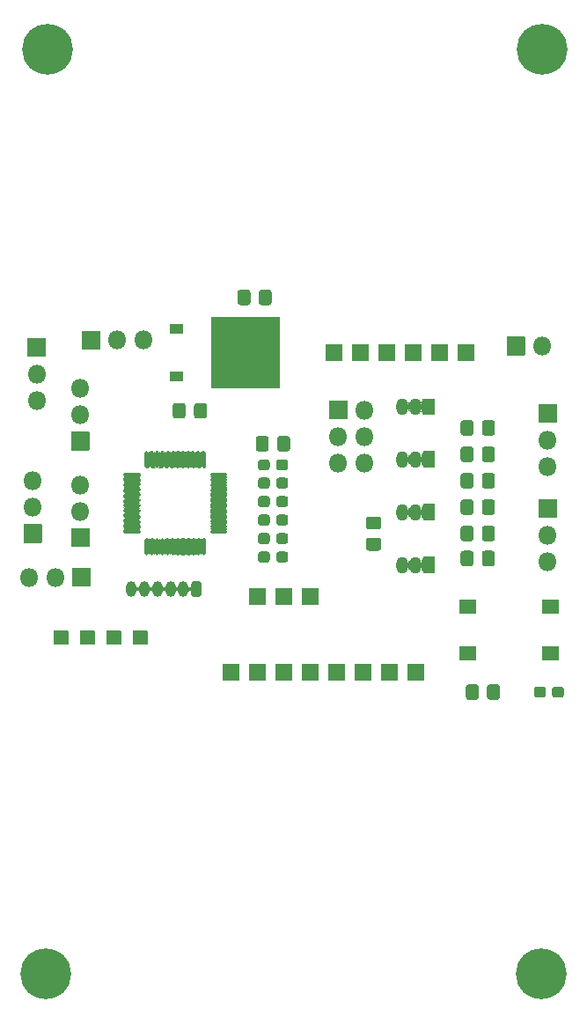
<source format=gts>
G04 #@! TF.GenerationSoftware,KiCad,Pcbnew,(5.1.12)-1*
G04 #@! TF.CreationDate,2022-03-29T10:16:29-05:00*
G04 #@! TF.ProjectId,pcb,7063622e-6b69-4636-9164-5f7063625858,rev?*
G04 #@! TF.SameCoordinates,Original*
G04 #@! TF.FileFunction,Soldermask,Top*
G04 #@! TF.FilePolarity,Negative*
%FSLAX46Y46*%
G04 Gerber Fmt 4.6, Leading zero omitted, Abs format (unit mm)*
G04 Created by KiCad (PCBNEW (5.1.12)-1) date 2022-03-29 10:16:29*
%MOMM*%
%LPD*%
G01*
G04 APERTURE LIST*
%ADD10C,4.882000*%
%ADD11O,1.802000X1.802000*%
%ADD12O,1.002000X1.502000*%
%ADD13O,1.152000X1.602000*%
%ADD14C,0.150000*%
G04 APERTURE END LIST*
D10*
X114300000Y-154940000D03*
X161925000Y-154940000D03*
X162052000Y-66040000D03*
X114427000Y-66040000D03*
G36*
G01*
X145345112Y-112969260D02*
X146302768Y-112969260D01*
G75*
G02*
X146574940Y-113241432I0J-272172D01*
G01*
X146574940Y-113949088D01*
G75*
G02*
X146302768Y-114221260I-272172J0D01*
G01*
X145345112Y-114221260D01*
G75*
G02*
X145072940Y-113949088I0J272172D01*
G01*
X145072940Y-113241432D01*
G75*
G02*
X145345112Y-112969260I272172J0D01*
G01*
G37*
G36*
G01*
X145345112Y-110919260D02*
X146302768Y-110919260D01*
G75*
G02*
X146574940Y-111191432I0J-272172D01*
G01*
X146574940Y-111899088D01*
G75*
G02*
X146302768Y-112171260I-272172J0D01*
G01*
X145345112Y-112171260D01*
G75*
G02*
X145072940Y-111899088I0J272172D01*
G01*
X145072940Y-111191432D01*
G75*
G02*
X145345112Y-110919260I272172J0D01*
G01*
G37*
G36*
G01*
X134772620Y-90338948D02*
X134772620Y-89381292D01*
G75*
G02*
X135044792Y-89109120I272172J0D01*
G01*
X135752448Y-89109120D01*
G75*
G02*
X136024620Y-89381292I0J-272172D01*
G01*
X136024620Y-90338948D01*
G75*
G02*
X135752448Y-90611120I-272172J0D01*
G01*
X135044792Y-90611120D01*
G75*
G02*
X134772620Y-90338948I0J272172D01*
G01*
G37*
G36*
G01*
X132722620Y-90338948D02*
X132722620Y-89381292D01*
G75*
G02*
X132994792Y-89109120I272172J0D01*
G01*
X133702448Y-89109120D01*
G75*
G02*
X133974620Y-89381292I0J-272172D01*
G01*
X133974620Y-90338948D01*
G75*
G02*
X133702448Y-90611120I-272172J0D01*
G01*
X132994792Y-90611120D01*
G75*
G02*
X132722620Y-90338948I0J272172D01*
G01*
G37*
D11*
X144960340Y-105773220D03*
X142420340Y-105773220D03*
X144960340Y-103233220D03*
X142420340Y-103233220D03*
X144960340Y-100693220D03*
G36*
G01*
X141519340Y-101543220D02*
X141519340Y-99843220D01*
G75*
G02*
X141570340Y-99792220I51000J0D01*
G01*
X143270340Y-99792220D01*
G75*
G02*
X143321340Y-99843220I0J-51000D01*
G01*
X143321340Y-101543220D01*
G75*
G02*
X143270340Y-101594220I-51000J0D01*
G01*
X141570340Y-101594220D01*
G75*
G02*
X141519340Y-101543220I0J51000D01*
G01*
G37*
X123698000Y-93980000D03*
X121158000Y-93980000D03*
G36*
G01*
X119468000Y-94881000D02*
X117768000Y-94881000D01*
G75*
G02*
X117717000Y-94830000I0J51000D01*
G01*
X117717000Y-93130000D01*
G75*
G02*
X117768000Y-93079000I51000J0D01*
G01*
X119468000Y-93079000D01*
G75*
G02*
X119519000Y-93130000I0J-51000D01*
G01*
X119519000Y-94830000D01*
G75*
G02*
X119468000Y-94881000I-51000J0D01*
G01*
G37*
G36*
G01*
X155499000Y-94409000D02*
X155499000Y-95933000D01*
G75*
G02*
X155448000Y-95984000I-51000J0D01*
G01*
X153924000Y-95984000D01*
G75*
G02*
X153873000Y-95933000I0J51000D01*
G01*
X153873000Y-94409000D01*
G75*
G02*
X153924000Y-94358000I51000J0D01*
G01*
X155448000Y-94358000D01*
G75*
G02*
X155499000Y-94409000I0J-51000D01*
G01*
G37*
G36*
G01*
X152959000Y-94409000D02*
X152959000Y-95933000D01*
G75*
G02*
X152908000Y-95984000I-51000J0D01*
G01*
X151384000Y-95984000D01*
G75*
G02*
X151333000Y-95933000I0J51000D01*
G01*
X151333000Y-94409000D01*
G75*
G02*
X151384000Y-94358000I51000J0D01*
G01*
X152908000Y-94358000D01*
G75*
G02*
X152959000Y-94409000I0J-51000D01*
G01*
G37*
G36*
G01*
X150419000Y-94409000D02*
X150419000Y-95933000D01*
G75*
G02*
X150368000Y-95984000I-51000J0D01*
G01*
X148844000Y-95984000D01*
G75*
G02*
X148793000Y-95933000I0J51000D01*
G01*
X148793000Y-94409000D01*
G75*
G02*
X148844000Y-94358000I51000J0D01*
G01*
X150368000Y-94358000D01*
G75*
G02*
X150419000Y-94409000I0J-51000D01*
G01*
G37*
G36*
G01*
X147879000Y-94409000D02*
X147879000Y-95933000D01*
G75*
G02*
X147828000Y-95984000I-51000J0D01*
G01*
X146304000Y-95984000D01*
G75*
G02*
X146253000Y-95933000I0J51000D01*
G01*
X146253000Y-94409000D01*
G75*
G02*
X146304000Y-94358000I51000J0D01*
G01*
X147828000Y-94358000D01*
G75*
G02*
X147879000Y-94409000I0J-51000D01*
G01*
G37*
G36*
G01*
X145339000Y-94409000D02*
X145339000Y-95933000D01*
G75*
G02*
X145288000Y-95984000I-51000J0D01*
G01*
X143764000Y-95984000D01*
G75*
G02*
X143713000Y-95933000I0J51000D01*
G01*
X143713000Y-94409000D01*
G75*
G02*
X143764000Y-94358000I51000J0D01*
G01*
X145288000Y-94358000D01*
G75*
G02*
X145339000Y-94409000I0J-51000D01*
G01*
G37*
G36*
G01*
X142799000Y-94409000D02*
X142799000Y-95933000D01*
G75*
G02*
X142748000Y-95984000I-51000J0D01*
G01*
X141224000Y-95984000D01*
G75*
G02*
X141173000Y-95933000I0J51000D01*
G01*
X141173000Y-94409000D01*
G75*
G02*
X141224000Y-94358000I51000J0D01*
G01*
X142748000Y-94358000D01*
G75*
G02*
X142799000Y-94409000I0J-51000D01*
G01*
G37*
D12*
X122528000Y-117904000D03*
X123778000Y-117904000D03*
X125028000Y-117904000D03*
X126278000Y-117904000D03*
X127528000Y-117904000D03*
G36*
G01*
X129279000Y-117403500D02*
X129279000Y-118404500D01*
G75*
G02*
X129028500Y-118655000I-250500J0D01*
G01*
X128527500Y-118655000D01*
G75*
G02*
X128277000Y-118404500I0J250500D01*
G01*
X128277000Y-117403500D01*
G75*
G02*
X128527500Y-117153000I250500J0D01*
G01*
X129028500Y-117153000D01*
G75*
G02*
X129279000Y-117403500I0J-250500D01*
G01*
G37*
G36*
G01*
X115074000Y-123205000D02*
X115074000Y-121935000D01*
G75*
G02*
X115125000Y-121884000I51000J0D01*
G01*
X116395000Y-121884000D01*
G75*
G02*
X116446000Y-121935000I0J-51000D01*
G01*
X116446000Y-123205000D01*
G75*
G02*
X116395000Y-123256000I-51000J0D01*
G01*
X115125000Y-123256000D01*
G75*
G02*
X115074000Y-123205000I0J51000D01*
G01*
G37*
G36*
G01*
X117614000Y-123205000D02*
X117614000Y-121935000D01*
G75*
G02*
X117665000Y-121884000I51000J0D01*
G01*
X118935000Y-121884000D01*
G75*
G02*
X118986000Y-121935000I0J-51000D01*
G01*
X118986000Y-123205000D01*
G75*
G02*
X118935000Y-123256000I-51000J0D01*
G01*
X117665000Y-123256000D01*
G75*
G02*
X117614000Y-123205000I0J51000D01*
G01*
G37*
G36*
G01*
X120154000Y-123205000D02*
X120154000Y-121935000D01*
G75*
G02*
X120205000Y-121884000I51000J0D01*
G01*
X121475000Y-121884000D01*
G75*
G02*
X121526000Y-121935000I0J-51000D01*
G01*
X121526000Y-123205000D01*
G75*
G02*
X121475000Y-123256000I-51000J0D01*
G01*
X120205000Y-123256000D01*
G75*
G02*
X120154000Y-123205000I0J51000D01*
G01*
G37*
G36*
G01*
X122694000Y-123205000D02*
X122694000Y-121935000D01*
G75*
G02*
X122745000Y-121884000I51000J0D01*
G01*
X124015000Y-121884000D01*
G75*
G02*
X124066000Y-121935000I0J-51000D01*
G01*
X124066000Y-123205000D01*
G75*
G02*
X124015000Y-123256000I-51000J0D01*
G01*
X122745000Y-123256000D01*
G75*
G02*
X122694000Y-123205000I0J51000D01*
G01*
G37*
G36*
G01*
X156736000Y-128288828D02*
X156736000Y-127331172D01*
G75*
G02*
X157008172Y-127059000I272172J0D01*
G01*
X157715828Y-127059000D01*
G75*
G02*
X157988000Y-127331172I0J-272172D01*
G01*
X157988000Y-128288828D01*
G75*
G02*
X157715828Y-128561000I-272172J0D01*
G01*
X157008172Y-128561000D01*
G75*
G02*
X156736000Y-128288828I0J272172D01*
G01*
G37*
G36*
G01*
X154686000Y-128288828D02*
X154686000Y-127331172D01*
G75*
G02*
X154958172Y-127059000I272172J0D01*
G01*
X155665828Y-127059000D01*
G75*
G02*
X155938000Y-127331172I0J-272172D01*
G01*
X155938000Y-128288828D01*
G75*
G02*
X155665828Y-128561000I-272172J0D01*
G01*
X154958172Y-128561000D01*
G75*
G02*
X154686000Y-128288828I0J272172D01*
G01*
G37*
G36*
G01*
X156239000Y-102888828D02*
X156239000Y-101931172D01*
G75*
G02*
X156511172Y-101659000I272172J0D01*
G01*
X157218828Y-101659000D01*
G75*
G02*
X157491000Y-101931172I0J-272172D01*
G01*
X157491000Y-102888828D01*
G75*
G02*
X157218828Y-103161000I-272172J0D01*
G01*
X156511172Y-103161000D01*
G75*
G02*
X156239000Y-102888828I0J272172D01*
G01*
G37*
G36*
G01*
X154189000Y-102888828D02*
X154189000Y-101931172D01*
G75*
G02*
X154461172Y-101659000I272172J0D01*
G01*
X155168828Y-101659000D01*
G75*
G02*
X155441000Y-101931172I0J-272172D01*
G01*
X155441000Y-102888828D01*
G75*
G02*
X155168828Y-103161000I-272172J0D01*
G01*
X154461172Y-103161000D01*
G75*
G02*
X154189000Y-102888828I0J272172D01*
G01*
G37*
G36*
G01*
X156239000Y-105428828D02*
X156239000Y-104471172D01*
G75*
G02*
X156511172Y-104199000I272172J0D01*
G01*
X157218828Y-104199000D01*
G75*
G02*
X157491000Y-104471172I0J-272172D01*
G01*
X157491000Y-105428828D01*
G75*
G02*
X157218828Y-105701000I-272172J0D01*
G01*
X156511172Y-105701000D01*
G75*
G02*
X156239000Y-105428828I0J272172D01*
G01*
G37*
G36*
G01*
X154189000Y-105428828D02*
X154189000Y-104471172D01*
G75*
G02*
X154461172Y-104199000I272172J0D01*
G01*
X155168828Y-104199000D01*
G75*
G02*
X155441000Y-104471172I0J-272172D01*
G01*
X155441000Y-105428828D01*
G75*
G02*
X155168828Y-105701000I-272172J0D01*
G01*
X154461172Y-105701000D01*
G75*
G02*
X154189000Y-105428828I0J272172D01*
G01*
G37*
G36*
G01*
X156239000Y-107968828D02*
X156239000Y-107011172D01*
G75*
G02*
X156511172Y-106739000I272172J0D01*
G01*
X157218828Y-106739000D01*
G75*
G02*
X157491000Y-107011172I0J-272172D01*
G01*
X157491000Y-107968828D01*
G75*
G02*
X157218828Y-108241000I-272172J0D01*
G01*
X156511172Y-108241000D01*
G75*
G02*
X156239000Y-107968828I0J272172D01*
G01*
G37*
G36*
G01*
X154189000Y-107968828D02*
X154189000Y-107011172D01*
G75*
G02*
X154461172Y-106739000I272172J0D01*
G01*
X155168828Y-106739000D01*
G75*
G02*
X155441000Y-107011172I0J-272172D01*
G01*
X155441000Y-107968828D01*
G75*
G02*
X155168828Y-108241000I-272172J0D01*
G01*
X154461172Y-108241000D01*
G75*
G02*
X154189000Y-107968828I0J272172D01*
G01*
G37*
G36*
G01*
X156239000Y-110508828D02*
X156239000Y-109551172D01*
G75*
G02*
X156511172Y-109279000I272172J0D01*
G01*
X157218828Y-109279000D01*
G75*
G02*
X157491000Y-109551172I0J-272172D01*
G01*
X157491000Y-110508828D01*
G75*
G02*
X157218828Y-110781000I-272172J0D01*
G01*
X156511172Y-110781000D01*
G75*
G02*
X156239000Y-110508828I0J272172D01*
G01*
G37*
G36*
G01*
X154189000Y-110508828D02*
X154189000Y-109551172D01*
G75*
G02*
X154461172Y-109279000I272172J0D01*
G01*
X155168828Y-109279000D01*
G75*
G02*
X155441000Y-109551172I0J-272172D01*
G01*
X155441000Y-110508828D01*
G75*
G02*
X155168828Y-110781000I-272172J0D01*
G01*
X154461172Y-110781000D01*
G75*
G02*
X154189000Y-110508828I0J272172D01*
G01*
G37*
G36*
G01*
X156239000Y-113048828D02*
X156239000Y-112091172D01*
G75*
G02*
X156511172Y-111819000I272172J0D01*
G01*
X157218828Y-111819000D01*
G75*
G02*
X157491000Y-112091172I0J-272172D01*
G01*
X157491000Y-113048828D01*
G75*
G02*
X157218828Y-113321000I-272172J0D01*
G01*
X156511172Y-113321000D01*
G75*
G02*
X156239000Y-113048828I0J272172D01*
G01*
G37*
G36*
G01*
X154189000Y-113048828D02*
X154189000Y-112091172D01*
G75*
G02*
X154461172Y-111819000I272172J0D01*
G01*
X155168828Y-111819000D01*
G75*
G02*
X155441000Y-112091172I0J-272172D01*
G01*
X155441000Y-113048828D01*
G75*
G02*
X155168828Y-113321000I-272172J0D01*
G01*
X154461172Y-113321000D01*
G75*
G02*
X154189000Y-113048828I0J272172D01*
G01*
G37*
G36*
G01*
X156239000Y-115446828D02*
X156239000Y-114489172D01*
G75*
G02*
X156511172Y-114217000I272172J0D01*
G01*
X157218828Y-114217000D01*
G75*
G02*
X157491000Y-114489172I0J-272172D01*
G01*
X157491000Y-115446828D01*
G75*
G02*
X157218828Y-115719000I-272172J0D01*
G01*
X156511172Y-115719000D01*
G75*
G02*
X156239000Y-115446828I0J272172D01*
G01*
G37*
G36*
G01*
X154189000Y-115446828D02*
X154189000Y-114489172D01*
G75*
G02*
X154461172Y-114217000I272172J0D01*
G01*
X155168828Y-114217000D01*
G75*
G02*
X155441000Y-114489172I0J-272172D01*
G01*
X155441000Y-115446828D01*
G75*
G02*
X155168828Y-115719000I-272172J0D01*
G01*
X154461172Y-115719000D01*
G75*
G02*
X154189000Y-115446828I0J272172D01*
G01*
G37*
G36*
G01*
X149047000Y-126667000D02*
X149047000Y-125143000D01*
G75*
G02*
X149098000Y-125092000I51000J0D01*
G01*
X150622000Y-125092000D01*
G75*
G02*
X150673000Y-125143000I0J-51000D01*
G01*
X150673000Y-126667000D01*
G75*
G02*
X150622000Y-126718000I-51000J0D01*
G01*
X149098000Y-126718000D01*
G75*
G02*
X149047000Y-126667000I0J51000D01*
G01*
G37*
G36*
G01*
X146507000Y-126667000D02*
X146507000Y-125143000D01*
G75*
G02*
X146558000Y-125092000I51000J0D01*
G01*
X148082000Y-125092000D01*
G75*
G02*
X148133000Y-125143000I0J-51000D01*
G01*
X148133000Y-126667000D01*
G75*
G02*
X148082000Y-126718000I-51000J0D01*
G01*
X146558000Y-126718000D01*
G75*
G02*
X146507000Y-126667000I0J51000D01*
G01*
G37*
G36*
G01*
X143967000Y-126667000D02*
X143967000Y-125143000D01*
G75*
G02*
X144018000Y-125092000I51000J0D01*
G01*
X145542000Y-125092000D01*
G75*
G02*
X145593000Y-125143000I0J-51000D01*
G01*
X145593000Y-126667000D01*
G75*
G02*
X145542000Y-126718000I-51000J0D01*
G01*
X144018000Y-126718000D01*
G75*
G02*
X143967000Y-126667000I0J51000D01*
G01*
G37*
G36*
G01*
X141427000Y-126667000D02*
X141427000Y-125143000D01*
G75*
G02*
X141478000Y-125092000I51000J0D01*
G01*
X143002000Y-125092000D01*
G75*
G02*
X143053000Y-125143000I0J-51000D01*
G01*
X143053000Y-126667000D01*
G75*
G02*
X143002000Y-126718000I-51000J0D01*
G01*
X141478000Y-126718000D01*
G75*
G02*
X141427000Y-126667000I0J51000D01*
G01*
G37*
G36*
G01*
X138887000Y-126667000D02*
X138887000Y-125143000D01*
G75*
G02*
X138938000Y-125092000I51000J0D01*
G01*
X140462000Y-125092000D01*
G75*
G02*
X140513000Y-125143000I0J-51000D01*
G01*
X140513000Y-126667000D01*
G75*
G02*
X140462000Y-126718000I-51000J0D01*
G01*
X138938000Y-126718000D01*
G75*
G02*
X138887000Y-126667000I0J51000D01*
G01*
G37*
G36*
G01*
X136347000Y-126667000D02*
X136347000Y-125143000D01*
G75*
G02*
X136398000Y-125092000I51000J0D01*
G01*
X137922000Y-125092000D01*
G75*
G02*
X137973000Y-125143000I0J-51000D01*
G01*
X137973000Y-126667000D01*
G75*
G02*
X137922000Y-126718000I-51000J0D01*
G01*
X136398000Y-126718000D01*
G75*
G02*
X136347000Y-126667000I0J51000D01*
G01*
G37*
G36*
G01*
X133807000Y-126667000D02*
X133807000Y-125143000D01*
G75*
G02*
X133858000Y-125092000I51000J0D01*
G01*
X135382000Y-125092000D01*
G75*
G02*
X135433000Y-125143000I0J-51000D01*
G01*
X135433000Y-126667000D01*
G75*
G02*
X135382000Y-126718000I-51000J0D01*
G01*
X133858000Y-126718000D01*
G75*
G02*
X133807000Y-126667000I0J51000D01*
G01*
G37*
G36*
G01*
X131267000Y-126667000D02*
X131267000Y-125143000D01*
G75*
G02*
X131318000Y-125092000I51000J0D01*
G01*
X132842000Y-125092000D01*
G75*
G02*
X132893000Y-125143000I0J-51000D01*
G01*
X132893000Y-126667000D01*
G75*
G02*
X132842000Y-126718000I-51000J0D01*
G01*
X131318000Y-126718000D01*
G75*
G02*
X131267000Y-126667000I0J51000D01*
G01*
G37*
G36*
G01*
X116879000Y-115860000D02*
X118579000Y-115860000D01*
G75*
G02*
X118630000Y-115911000I0J-51000D01*
G01*
X118630000Y-117611000D01*
G75*
G02*
X118579000Y-117662000I-51000J0D01*
G01*
X116879000Y-117662000D01*
G75*
G02*
X116828000Y-117611000I0J51000D01*
G01*
X116828000Y-115911000D01*
G75*
G02*
X116879000Y-115860000I51000J0D01*
G01*
G37*
D11*
X115189000Y-116761000D03*
X112649000Y-116761000D03*
G36*
G01*
X113931000Y-111720000D02*
X113931000Y-113420000D01*
G75*
G02*
X113880000Y-113471000I-51000J0D01*
G01*
X112180000Y-113471000D01*
G75*
G02*
X112129000Y-113420000I0J51000D01*
G01*
X112129000Y-111720000D01*
G75*
G02*
X112180000Y-111669000I51000J0D01*
G01*
X113880000Y-111669000D01*
G75*
G02*
X113931000Y-111720000I0J-51000D01*
G01*
G37*
X113030000Y-110030000D03*
X113030000Y-107490000D03*
G36*
G01*
X118503000Y-112101000D02*
X118503000Y-113801000D01*
G75*
G02*
X118452000Y-113852000I-51000J0D01*
G01*
X116752000Y-113852000D01*
G75*
G02*
X116701000Y-113801000I0J51000D01*
G01*
X116701000Y-112101000D01*
G75*
G02*
X116752000Y-112050000I51000J0D01*
G01*
X118452000Y-112050000D01*
G75*
G02*
X118503000Y-112101000I0J-51000D01*
G01*
G37*
X117602000Y-110411000D03*
X117602000Y-107871000D03*
G36*
G01*
X118503000Y-102830000D02*
X118503000Y-104530000D01*
G75*
G02*
X118452000Y-104581000I-51000J0D01*
G01*
X116752000Y-104581000D01*
G75*
G02*
X116701000Y-104530000I0J51000D01*
G01*
X116701000Y-102830000D01*
G75*
G02*
X116752000Y-102779000I51000J0D01*
G01*
X118452000Y-102779000D01*
G75*
G02*
X118503000Y-102830000I0J-51000D01*
G01*
G37*
X117602000Y-101140000D03*
X117602000Y-98600000D03*
G36*
G01*
X112510000Y-95513000D02*
X112510000Y-93813000D01*
G75*
G02*
X112561000Y-93762000I51000J0D01*
G01*
X114261000Y-93762000D01*
G75*
G02*
X114312000Y-93813000I0J-51000D01*
G01*
X114312000Y-95513000D01*
G75*
G02*
X114261000Y-95564000I-51000J0D01*
G01*
X112561000Y-95564000D01*
G75*
G02*
X112510000Y-95513000I0J51000D01*
G01*
G37*
X113411000Y-97203000D03*
X113411000Y-99743000D03*
G36*
G01*
X130251200Y-91754500D02*
X136753600Y-91754500D01*
G75*
G02*
X136804600Y-91805500I0J-51000D01*
G01*
X136804600Y-98536500D01*
G75*
G02*
X136753600Y-98587500I-51000J0D01*
G01*
X130251200Y-98587500D01*
G75*
G02*
X130200200Y-98536500I0J51000D01*
G01*
X130200200Y-91805500D01*
G75*
G02*
X130251200Y-91754500I51000J0D01*
G01*
G37*
G36*
G01*
X126238000Y-96961500D02*
X127457200Y-96961500D01*
G75*
G02*
X127508200Y-97012500I0J-51000D01*
G01*
X127508200Y-97901500D01*
G75*
G02*
X127457200Y-97952500I-51000J0D01*
G01*
X126238000Y-97952500D01*
G75*
G02*
X126187000Y-97901500I0J51000D01*
G01*
X126187000Y-97012500D01*
G75*
G02*
X126238000Y-96961500I51000J0D01*
G01*
G37*
G36*
G01*
X126238000Y-92389500D02*
X127457200Y-92389500D01*
G75*
G02*
X127508200Y-92440500I0J-51000D01*
G01*
X127508200Y-93329500D01*
G75*
G02*
X127457200Y-93380500I-51000J0D01*
G01*
X126238000Y-93380500D01*
G75*
G02*
X126187000Y-93329500I0J51000D01*
G01*
X126187000Y-92440500D01*
G75*
G02*
X126238000Y-92389500I51000J0D01*
G01*
G37*
G36*
G01*
X133807000Y-119374660D02*
X133807000Y-117850660D01*
G75*
G02*
X133858000Y-117799660I51000J0D01*
G01*
X135382000Y-117799660D01*
G75*
G02*
X135433000Y-117850660I0J-51000D01*
G01*
X135433000Y-119374660D01*
G75*
G02*
X135382000Y-119425660I-51000J0D01*
G01*
X133858000Y-119425660D01*
G75*
G02*
X133807000Y-119374660I0J51000D01*
G01*
G37*
G36*
G01*
X136347000Y-119374660D02*
X136347000Y-117850660D01*
G75*
G02*
X136398000Y-117799660I51000J0D01*
G01*
X137922000Y-117799660D01*
G75*
G02*
X137973000Y-117850660I0J-51000D01*
G01*
X137973000Y-119374660D01*
G75*
G02*
X137922000Y-119425660I-51000J0D01*
G01*
X136398000Y-119425660D01*
G75*
G02*
X136347000Y-119374660I0J51000D01*
G01*
G37*
G36*
G01*
X138887000Y-119374660D02*
X138887000Y-117850660D01*
G75*
G02*
X138938000Y-117799660I51000J0D01*
G01*
X140462000Y-117799660D01*
G75*
G02*
X140513000Y-117850660I0J-51000D01*
G01*
X140513000Y-119374660D01*
G75*
G02*
X140462000Y-119425660I-51000J0D01*
G01*
X138938000Y-119425660D01*
G75*
G02*
X138887000Y-119374660I0J51000D01*
G01*
G37*
G36*
G01*
X123248020Y-107090000D02*
X121883980Y-107090000D01*
G75*
G02*
X121735000Y-106941020I0J148980D01*
G01*
X121735000Y-106856980D01*
G75*
G02*
X121883980Y-106708000I148980J0D01*
G01*
X123248020Y-106708000D01*
G75*
G02*
X123397000Y-106856980I0J-148980D01*
G01*
X123397000Y-106941020D01*
G75*
G02*
X123248020Y-107090000I-148980J0D01*
G01*
G37*
G36*
G01*
X123248020Y-107590000D02*
X121883980Y-107590000D01*
G75*
G02*
X121735000Y-107441020I0J148980D01*
G01*
X121735000Y-107356980D01*
G75*
G02*
X121883980Y-107208000I148980J0D01*
G01*
X123248020Y-107208000D01*
G75*
G02*
X123397000Y-107356980I0J-148980D01*
G01*
X123397000Y-107441020D01*
G75*
G02*
X123248020Y-107590000I-148980J0D01*
G01*
G37*
G36*
G01*
X123248020Y-108090000D02*
X121883980Y-108090000D01*
G75*
G02*
X121735000Y-107941020I0J148980D01*
G01*
X121735000Y-107856980D01*
G75*
G02*
X121883980Y-107708000I148980J0D01*
G01*
X123248020Y-107708000D01*
G75*
G02*
X123397000Y-107856980I0J-148980D01*
G01*
X123397000Y-107941020D01*
G75*
G02*
X123248020Y-108090000I-148980J0D01*
G01*
G37*
G36*
G01*
X123248020Y-108590000D02*
X121883980Y-108590000D01*
G75*
G02*
X121735000Y-108441020I0J148980D01*
G01*
X121735000Y-108356980D01*
G75*
G02*
X121883980Y-108208000I148980J0D01*
G01*
X123248020Y-108208000D01*
G75*
G02*
X123397000Y-108356980I0J-148980D01*
G01*
X123397000Y-108441020D01*
G75*
G02*
X123248020Y-108590000I-148980J0D01*
G01*
G37*
G36*
G01*
X123248020Y-109090000D02*
X121883980Y-109090000D01*
G75*
G02*
X121735000Y-108941020I0J148980D01*
G01*
X121735000Y-108856980D01*
G75*
G02*
X121883980Y-108708000I148980J0D01*
G01*
X123248020Y-108708000D01*
G75*
G02*
X123397000Y-108856980I0J-148980D01*
G01*
X123397000Y-108941020D01*
G75*
G02*
X123248020Y-109090000I-148980J0D01*
G01*
G37*
G36*
G01*
X123248020Y-109590000D02*
X121883980Y-109590000D01*
G75*
G02*
X121735000Y-109441020I0J148980D01*
G01*
X121735000Y-109356980D01*
G75*
G02*
X121883980Y-109208000I148980J0D01*
G01*
X123248020Y-109208000D01*
G75*
G02*
X123397000Y-109356980I0J-148980D01*
G01*
X123397000Y-109441020D01*
G75*
G02*
X123248020Y-109590000I-148980J0D01*
G01*
G37*
G36*
G01*
X123248020Y-110090000D02*
X121883980Y-110090000D01*
G75*
G02*
X121735000Y-109941020I0J148980D01*
G01*
X121735000Y-109856980D01*
G75*
G02*
X121883980Y-109708000I148980J0D01*
G01*
X123248020Y-109708000D01*
G75*
G02*
X123397000Y-109856980I0J-148980D01*
G01*
X123397000Y-109941020D01*
G75*
G02*
X123248020Y-110090000I-148980J0D01*
G01*
G37*
G36*
G01*
X123248020Y-110590000D02*
X121883980Y-110590000D01*
G75*
G02*
X121735000Y-110441020I0J148980D01*
G01*
X121735000Y-110356980D01*
G75*
G02*
X121883980Y-110208000I148980J0D01*
G01*
X123248020Y-110208000D01*
G75*
G02*
X123397000Y-110356980I0J-148980D01*
G01*
X123397000Y-110441020D01*
G75*
G02*
X123248020Y-110590000I-148980J0D01*
G01*
G37*
G36*
G01*
X123248020Y-111090000D02*
X121883980Y-111090000D01*
G75*
G02*
X121735000Y-110941020I0J148980D01*
G01*
X121735000Y-110856980D01*
G75*
G02*
X121883980Y-110708000I148980J0D01*
G01*
X123248020Y-110708000D01*
G75*
G02*
X123397000Y-110856980I0J-148980D01*
G01*
X123397000Y-110941020D01*
G75*
G02*
X123248020Y-111090000I-148980J0D01*
G01*
G37*
G36*
G01*
X123248020Y-111590000D02*
X121883980Y-111590000D01*
G75*
G02*
X121735000Y-111441020I0J148980D01*
G01*
X121735000Y-111356980D01*
G75*
G02*
X121883980Y-111208000I148980J0D01*
G01*
X123248020Y-111208000D01*
G75*
G02*
X123397000Y-111356980I0J-148980D01*
G01*
X123397000Y-111441020D01*
G75*
G02*
X123248020Y-111590000I-148980J0D01*
G01*
G37*
G36*
G01*
X123248020Y-112090000D02*
X121883980Y-112090000D01*
G75*
G02*
X121735000Y-111941020I0J148980D01*
G01*
X121735000Y-111856980D01*
G75*
G02*
X121883980Y-111708000I148980J0D01*
G01*
X123248020Y-111708000D01*
G75*
G02*
X123397000Y-111856980I0J-148980D01*
G01*
X123397000Y-111941020D01*
G75*
G02*
X123248020Y-112090000I-148980J0D01*
G01*
G37*
G36*
G01*
X123248020Y-112590000D02*
X121883980Y-112590000D01*
G75*
G02*
X121735000Y-112441020I0J148980D01*
G01*
X121735000Y-112356980D01*
G75*
G02*
X121883980Y-112208000I148980J0D01*
G01*
X123248020Y-112208000D01*
G75*
G02*
X123397000Y-112356980I0J-148980D01*
G01*
X123397000Y-112441020D01*
G75*
G02*
X123248020Y-112590000I-148980J0D01*
G01*
G37*
G36*
G01*
X123805000Y-114511020D02*
X123805000Y-113146980D01*
G75*
G02*
X123953980Y-112998000I148980J0D01*
G01*
X124038020Y-112998000D01*
G75*
G02*
X124187000Y-113146980I0J-148980D01*
G01*
X124187000Y-114511020D01*
G75*
G02*
X124038020Y-114660000I-148980J0D01*
G01*
X123953980Y-114660000D01*
G75*
G02*
X123805000Y-114511020I0J148980D01*
G01*
G37*
G36*
G01*
X124305000Y-114511020D02*
X124305000Y-113146980D01*
G75*
G02*
X124453980Y-112998000I148980J0D01*
G01*
X124538020Y-112998000D01*
G75*
G02*
X124687000Y-113146980I0J-148980D01*
G01*
X124687000Y-114511020D01*
G75*
G02*
X124538020Y-114660000I-148980J0D01*
G01*
X124453980Y-114660000D01*
G75*
G02*
X124305000Y-114511020I0J148980D01*
G01*
G37*
G36*
G01*
X124805000Y-114511020D02*
X124805000Y-113146980D01*
G75*
G02*
X124953980Y-112998000I148980J0D01*
G01*
X125038020Y-112998000D01*
G75*
G02*
X125187000Y-113146980I0J-148980D01*
G01*
X125187000Y-114511020D01*
G75*
G02*
X125038020Y-114660000I-148980J0D01*
G01*
X124953980Y-114660000D01*
G75*
G02*
X124805000Y-114511020I0J148980D01*
G01*
G37*
G36*
G01*
X125305000Y-114511020D02*
X125305000Y-113146980D01*
G75*
G02*
X125453980Y-112998000I148980J0D01*
G01*
X125538020Y-112998000D01*
G75*
G02*
X125687000Y-113146980I0J-148980D01*
G01*
X125687000Y-114511020D01*
G75*
G02*
X125538020Y-114660000I-148980J0D01*
G01*
X125453980Y-114660000D01*
G75*
G02*
X125305000Y-114511020I0J148980D01*
G01*
G37*
G36*
G01*
X125805000Y-114511020D02*
X125805000Y-113146980D01*
G75*
G02*
X125953980Y-112998000I148980J0D01*
G01*
X126038020Y-112998000D01*
G75*
G02*
X126187000Y-113146980I0J-148980D01*
G01*
X126187000Y-114511020D01*
G75*
G02*
X126038020Y-114660000I-148980J0D01*
G01*
X125953980Y-114660000D01*
G75*
G02*
X125805000Y-114511020I0J148980D01*
G01*
G37*
G36*
G01*
X126305000Y-114511020D02*
X126305000Y-113146980D01*
G75*
G02*
X126453980Y-112998000I148980J0D01*
G01*
X126538020Y-112998000D01*
G75*
G02*
X126687000Y-113146980I0J-148980D01*
G01*
X126687000Y-114511020D01*
G75*
G02*
X126538020Y-114660000I-148980J0D01*
G01*
X126453980Y-114660000D01*
G75*
G02*
X126305000Y-114511020I0J148980D01*
G01*
G37*
G36*
G01*
X126805000Y-114511020D02*
X126805000Y-113146980D01*
G75*
G02*
X126953980Y-112998000I148980J0D01*
G01*
X127038020Y-112998000D01*
G75*
G02*
X127187000Y-113146980I0J-148980D01*
G01*
X127187000Y-114511020D01*
G75*
G02*
X127038020Y-114660000I-148980J0D01*
G01*
X126953980Y-114660000D01*
G75*
G02*
X126805000Y-114511020I0J148980D01*
G01*
G37*
G36*
G01*
X127305000Y-114511020D02*
X127305000Y-113146980D01*
G75*
G02*
X127453980Y-112998000I148980J0D01*
G01*
X127538020Y-112998000D01*
G75*
G02*
X127687000Y-113146980I0J-148980D01*
G01*
X127687000Y-114511020D01*
G75*
G02*
X127538020Y-114660000I-148980J0D01*
G01*
X127453980Y-114660000D01*
G75*
G02*
X127305000Y-114511020I0J148980D01*
G01*
G37*
G36*
G01*
X127805000Y-114511020D02*
X127805000Y-113146980D01*
G75*
G02*
X127953980Y-112998000I148980J0D01*
G01*
X128038020Y-112998000D01*
G75*
G02*
X128187000Y-113146980I0J-148980D01*
G01*
X128187000Y-114511020D01*
G75*
G02*
X128038020Y-114660000I-148980J0D01*
G01*
X127953980Y-114660000D01*
G75*
G02*
X127805000Y-114511020I0J148980D01*
G01*
G37*
G36*
G01*
X128305000Y-114511020D02*
X128305000Y-113146980D01*
G75*
G02*
X128453980Y-112998000I148980J0D01*
G01*
X128538020Y-112998000D01*
G75*
G02*
X128687000Y-113146980I0J-148980D01*
G01*
X128687000Y-114511020D01*
G75*
G02*
X128538020Y-114660000I-148980J0D01*
G01*
X128453980Y-114660000D01*
G75*
G02*
X128305000Y-114511020I0J148980D01*
G01*
G37*
G36*
G01*
X128805000Y-114511020D02*
X128805000Y-113146980D01*
G75*
G02*
X128953980Y-112998000I148980J0D01*
G01*
X129038020Y-112998000D01*
G75*
G02*
X129187000Y-113146980I0J-148980D01*
G01*
X129187000Y-114511020D01*
G75*
G02*
X129038020Y-114660000I-148980J0D01*
G01*
X128953980Y-114660000D01*
G75*
G02*
X128805000Y-114511020I0J148980D01*
G01*
G37*
G36*
G01*
X129305000Y-114511020D02*
X129305000Y-113146980D01*
G75*
G02*
X129453980Y-112998000I148980J0D01*
G01*
X129538020Y-112998000D01*
G75*
G02*
X129687000Y-113146980I0J-148980D01*
G01*
X129687000Y-114511020D01*
G75*
G02*
X129538020Y-114660000I-148980J0D01*
G01*
X129453980Y-114660000D01*
G75*
G02*
X129305000Y-114511020I0J148980D01*
G01*
G37*
G36*
G01*
X131608020Y-112590000D02*
X130243980Y-112590000D01*
G75*
G02*
X130095000Y-112441020I0J148980D01*
G01*
X130095000Y-112356980D01*
G75*
G02*
X130243980Y-112208000I148980J0D01*
G01*
X131608020Y-112208000D01*
G75*
G02*
X131757000Y-112356980I0J-148980D01*
G01*
X131757000Y-112441020D01*
G75*
G02*
X131608020Y-112590000I-148980J0D01*
G01*
G37*
G36*
G01*
X131608020Y-112090000D02*
X130243980Y-112090000D01*
G75*
G02*
X130095000Y-111941020I0J148980D01*
G01*
X130095000Y-111856980D01*
G75*
G02*
X130243980Y-111708000I148980J0D01*
G01*
X131608020Y-111708000D01*
G75*
G02*
X131757000Y-111856980I0J-148980D01*
G01*
X131757000Y-111941020D01*
G75*
G02*
X131608020Y-112090000I-148980J0D01*
G01*
G37*
G36*
G01*
X131608020Y-111590000D02*
X130243980Y-111590000D01*
G75*
G02*
X130095000Y-111441020I0J148980D01*
G01*
X130095000Y-111356980D01*
G75*
G02*
X130243980Y-111208000I148980J0D01*
G01*
X131608020Y-111208000D01*
G75*
G02*
X131757000Y-111356980I0J-148980D01*
G01*
X131757000Y-111441020D01*
G75*
G02*
X131608020Y-111590000I-148980J0D01*
G01*
G37*
G36*
G01*
X131608020Y-111090000D02*
X130243980Y-111090000D01*
G75*
G02*
X130095000Y-110941020I0J148980D01*
G01*
X130095000Y-110856980D01*
G75*
G02*
X130243980Y-110708000I148980J0D01*
G01*
X131608020Y-110708000D01*
G75*
G02*
X131757000Y-110856980I0J-148980D01*
G01*
X131757000Y-110941020D01*
G75*
G02*
X131608020Y-111090000I-148980J0D01*
G01*
G37*
G36*
G01*
X131608020Y-110590000D02*
X130243980Y-110590000D01*
G75*
G02*
X130095000Y-110441020I0J148980D01*
G01*
X130095000Y-110356980D01*
G75*
G02*
X130243980Y-110208000I148980J0D01*
G01*
X131608020Y-110208000D01*
G75*
G02*
X131757000Y-110356980I0J-148980D01*
G01*
X131757000Y-110441020D01*
G75*
G02*
X131608020Y-110590000I-148980J0D01*
G01*
G37*
G36*
G01*
X131608020Y-110090000D02*
X130243980Y-110090000D01*
G75*
G02*
X130095000Y-109941020I0J148980D01*
G01*
X130095000Y-109856980D01*
G75*
G02*
X130243980Y-109708000I148980J0D01*
G01*
X131608020Y-109708000D01*
G75*
G02*
X131757000Y-109856980I0J-148980D01*
G01*
X131757000Y-109941020D01*
G75*
G02*
X131608020Y-110090000I-148980J0D01*
G01*
G37*
G36*
G01*
X131608020Y-109590000D02*
X130243980Y-109590000D01*
G75*
G02*
X130095000Y-109441020I0J148980D01*
G01*
X130095000Y-109356980D01*
G75*
G02*
X130243980Y-109208000I148980J0D01*
G01*
X131608020Y-109208000D01*
G75*
G02*
X131757000Y-109356980I0J-148980D01*
G01*
X131757000Y-109441020D01*
G75*
G02*
X131608020Y-109590000I-148980J0D01*
G01*
G37*
G36*
G01*
X131608020Y-109090000D02*
X130243980Y-109090000D01*
G75*
G02*
X130095000Y-108941020I0J148980D01*
G01*
X130095000Y-108856980D01*
G75*
G02*
X130243980Y-108708000I148980J0D01*
G01*
X131608020Y-108708000D01*
G75*
G02*
X131757000Y-108856980I0J-148980D01*
G01*
X131757000Y-108941020D01*
G75*
G02*
X131608020Y-109090000I-148980J0D01*
G01*
G37*
G36*
G01*
X131608020Y-108590000D02*
X130243980Y-108590000D01*
G75*
G02*
X130095000Y-108441020I0J148980D01*
G01*
X130095000Y-108356980D01*
G75*
G02*
X130243980Y-108208000I148980J0D01*
G01*
X131608020Y-108208000D01*
G75*
G02*
X131757000Y-108356980I0J-148980D01*
G01*
X131757000Y-108441020D01*
G75*
G02*
X131608020Y-108590000I-148980J0D01*
G01*
G37*
G36*
G01*
X131608020Y-108090000D02*
X130243980Y-108090000D01*
G75*
G02*
X130095000Y-107941020I0J148980D01*
G01*
X130095000Y-107856980D01*
G75*
G02*
X130243980Y-107708000I148980J0D01*
G01*
X131608020Y-107708000D01*
G75*
G02*
X131757000Y-107856980I0J-148980D01*
G01*
X131757000Y-107941020D01*
G75*
G02*
X131608020Y-108090000I-148980J0D01*
G01*
G37*
G36*
G01*
X131608020Y-107590000D02*
X130243980Y-107590000D01*
G75*
G02*
X130095000Y-107441020I0J148980D01*
G01*
X130095000Y-107356980D01*
G75*
G02*
X130243980Y-107208000I148980J0D01*
G01*
X131608020Y-107208000D01*
G75*
G02*
X131757000Y-107356980I0J-148980D01*
G01*
X131757000Y-107441020D01*
G75*
G02*
X131608020Y-107590000I-148980J0D01*
G01*
G37*
G36*
G01*
X131608020Y-107090000D02*
X130243980Y-107090000D01*
G75*
G02*
X130095000Y-106941020I0J148980D01*
G01*
X130095000Y-106856980D01*
G75*
G02*
X130243980Y-106708000I148980J0D01*
G01*
X131608020Y-106708000D01*
G75*
G02*
X131757000Y-106856980I0J-148980D01*
G01*
X131757000Y-106941020D01*
G75*
G02*
X131608020Y-107090000I-148980J0D01*
G01*
G37*
G36*
G01*
X129305000Y-106151020D02*
X129305000Y-104786980D01*
G75*
G02*
X129453980Y-104638000I148980J0D01*
G01*
X129538020Y-104638000D01*
G75*
G02*
X129687000Y-104786980I0J-148980D01*
G01*
X129687000Y-106151020D01*
G75*
G02*
X129538020Y-106300000I-148980J0D01*
G01*
X129453980Y-106300000D01*
G75*
G02*
X129305000Y-106151020I0J148980D01*
G01*
G37*
G36*
G01*
X128805000Y-106151020D02*
X128805000Y-104786980D01*
G75*
G02*
X128953980Y-104638000I148980J0D01*
G01*
X129038020Y-104638000D01*
G75*
G02*
X129187000Y-104786980I0J-148980D01*
G01*
X129187000Y-106151020D01*
G75*
G02*
X129038020Y-106300000I-148980J0D01*
G01*
X128953980Y-106300000D01*
G75*
G02*
X128805000Y-106151020I0J148980D01*
G01*
G37*
G36*
G01*
X128305000Y-106151020D02*
X128305000Y-104786980D01*
G75*
G02*
X128453980Y-104638000I148980J0D01*
G01*
X128538020Y-104638000D01*
G75*
G02*
X128687000Y-104786980I0J-148980D01*
G01*
X128687000Y-106151020D01*
G75*
G02*
X128538020Y-106300000I-148980J0D01*
G01*
X128453980Y-106300000D01*
G75*
G02*
X128305000Y-106151020I0J148980D01*
G01*
G37*
G36*
G01*
X127805000Y-106151020D02*
X127805000Y-104786980D01*
G75*
G02*
X127953980Y-104638000I148980J0D01*
G01*
X128038020Y-104638000D01*
G75*
G02*
X128187000Y-104786980I0J-148980D01*
G01*
X128187000Y-106151020D01*
G75*
G02*
X128038020Y-106300000I-148980J0D01*
G01*
X127953980Y-106300000D01*
G75*
G02*
X127805000Y-106151020I0J148980D01*
G01*
G37*
G36*
G01*
X127305000Y-106151020D02*
X127305000Y-104786980D01*
G75*
G02*
X127453980Y-104638000I148980J0D01*
G01*
X127538020Y-104638000D01*
G75*
G02*
X127687000Y-104786980I0J-148980D01*
G01*
X127687000Y-106151020D01*
G75*
G02*
X127538020Y-106300000I-148980J0D01*
G01*
X127453980Y-106300000D01*
G75*
G02*
X127305000Y-106151020I0J148980D01*
G01*
G37*
G36*
G01*
X126805000Y-106151020D02*
X126805000Y-104786980D01*
G75*
G02*
X126953980Y-104638000I148980J0D01*
G01*
X127038020Y-104638000D01*
G75*
G02*
X127187000Y-104786980I0J-148980D01*
G01*
X127187000Y-106151020D01*
G75*
G02*
X127038020Y-106300000I-148980J0D01*
G01*
X126953980Y-106300000D01*
G75*
G02*
X126805000Y-106151020I0J148980D01*
G01*
G37*
G36*
G01*
X126305000Y-106151020D02*
X126305000Y-104786980D01*
G75*
G02*
X126453980Y-104638000I148980J0D01*
G01*
X126538020Y-104638000D01*
G75*
G02*
X126687000Y-104786980I0J-148980D01*
G01*
X126687000Y-106151020D01*
G75*
G02*
X126538020Y-106300000I-148980J0D01*
G01*
X126453980Y-106300000D01*
G75*
G02*
X126305000Y-106151020I0J148980D01*
G01*
G37*
G36*
G01*
X125805000Y-106151020D02*
X125805000Y-104786980D01*
G75*
G02*
X125953980Y-104638000I148980J0D01*
G01*
X126038020Y-104638000D01*
G75*
G02*
X126187000Y-104786980I0J-148980D01*
G01*
X126187000Y-106151020D01*
G75*
G02*
X126038020Y-106300000I-148980J0D01*
G01*
X125953980Y-106300000D01*
G75*
G02*
X125805000Y-106151020I0J148980D01*
G01*
G37*
G36*
G01*
X125305000Y-106151020D02*
X125305000Y-104786980D01*
G75*
G02*
X125453980Y-104638000I148980J0D01*
G01*
X125538020Y-104638000D01*
G75*
G02*
X125687000Y-104786980I0J-148980D01*
G01*
X125687000Y-106151020D01*
G75*
G02*
X125538020Y-106300000I-148980J0D01*
G01*
X125453980Y-106300000D01*
G75*
G02*
X125305000Y-106151020I0J148980D01*
G01*
G37*
G36*
G01*
X124805000Y-106151020D02*
X124805000Y-104786980D01*
G75*
G02*
X124953980Y-104638000I148980J0D01*
G01*
X125038020Y-104638000D01*
G75*
G02*
X125187000Y-104786980I0J-148980D01*
G01*
X125187000Y-106151020D01*
G75*
G02*
X125038020Y-106300000I-148980J0D01*
G01*
X124953980Y-106300000D01*
G75*
G02*
X124805000Y-106151020I0J148980D01*
G01*
G37*
G36*
G01*
X124305000Y-106151020D02*
X124305000Y-104786980D01*
G75*
G02*
X124453980Y-104638000I148980J0D01*
G01*
X124538020Y-104638000D01*
G75*
G02*
X124687000Y-104786980I0J-148980D01*
G01*
X124687000Y-106151020D01*
G75*
G02*
X124538020Y-106300000I-148980J0D01*
G01*
X124453980Y-106300000D01*
G75*
G02*
X124305000Y-106151020I0J148980D01*
G01*
G37*
G36*
G01*
X123805000Y-106151020D02*
X123805000Y-104786980D01*
G75*
G02*
X123953980Y-104638000I148980J0D01*
G01*
X124038020Y-104638000D01*
G75*
G02*
X124187000Y-104786980I0J-148980D01*
G01*
X124187000Y-106151020D01*
G75*
G02*
X124038020Y-106300000I-148980J0D01*
G01*
X123953980Y-106300000D01*
G75*
G02*
X123805000Y-106151020I0J148980D01*
G01*
G37*
G36*
G01*
X162031000Y-124741000D02*
X162031000Y-123441000D01*
G75*
G02*
X162082000Y-123390000I51000J0D01*
G01*
X163632000Y-123390000D01*
G75*
G02*
X163683000Y-123441000I0J-51000D01*
G01*
X163683000Y-124741000D01*
G75*
G02*
X163632000Y-124792000I-51000J0D01*
G01*
X162082000Y-124792000D01*
G75*
G02*
X162031000Y-124741000I0J51000D01*
G01*
G37*
G36*
G01*
X162031000Y-120241000D02*
X162031000Y-118941000D01*
G75*
G02*
X162082000Y-118890000I51000J0D01*
G01*
X163632000Y-118890000D01*
G75*
G02*
X163683000Y-118941000I0J-51000D01*
G01*
X163683000Y-120241000D01*
G75*
G02*
X163632000Y-120292000I-51000J0D01*
G01*
X162082000Y-120292000D01*
G75*
G02*
X162031000Y-120241000I0J51000D01*
G01*
G37*
G36*
G01*
X154071000Y-120241000D02*
X154071000Y-118941000D01*
G75*
G02*
X154122000Y-118890000I51000J0D01*
G01*
X155672000Y-118890000D01*
G75*
G02*
X155723000Y-118941000I0J-51000D01*
G01*
X155723000Y-120241000D01*
G75*
G02*
X155672000Y-120292000I-51000J0D01*
G01*
X154122000Y-120292000D01*
G75*
G02*
X154071000Y-120241000I0J51000D01*
G01*
G37*
G36*
G01*
X154071000Y-124741000D02*
X154071000Y-123441000D01*
G75*
G02*
X154122000Y-123390000I51000J0D01*
G01*
X155672000Y-123390000D01*
G75*
G02*
X155723000Y-123441000I0J-51000D01*
G01*
X155723000Y-124741000D01*
G75*
G02*
X155672000Y-124792000I-51000J0D01*
G01*
X154122000Y-124792000D01*
G75*
G02*
X154071000Y-124741000I0J51000D01*
G01*
G37*
G36*
G01*
X151706000Y-99628000D02*
X151706000Y-101128000D01*
G75*
G02*
X151655000Y-101179000I-51000J0D01*
G01*
X150605000Y-101179000D01*
G75*
G02*
X150554000Y-101128000I0J51000D01*
G01*
X150554000Y-99628000D01*
G75*
G02*
X150605000Y-99577000I51000J0D01*
G01*
X151655000Y-99577000D01*
G75*
G02*
X151706000Y-99628000I0J-51000D01*
G01*
G37*
D13*
X148590000Y-100378000D03*
X149860000Y-100378000D03*
G36*
G01*
X151717000Y-109773000D02*
X151717000Y-111273000D01*
G75*
G02*
X151666000Y-111324000I-51000J0D01*
G01*
X150616000Y-111324000D01*
G75*
G02*
X150565000Y-111273000I0J51000D01*
G01*
X150565000Y-109773000D01*
G75*
G02*
X150616000Y-109722000I51000J0D01*
G01*
X151666000Y-109722000D01*
G75*
G02*
X151717000Y-109773000I0J-51000D01*
G01*
G37*
X148601000Y-110523000D03*
X149871000Y-110523000D03*
G36*
G01*
X151717000Y-104693000D02*
X151717000Y-106193000D01*
G75*
G02*
X151666000Y-106244000I-51000J0D01*
G01*
X150616000Y-106244000D01*
G75*
G02*
X150565000Y-106193000I0J51000D01*
G01*
X150565000Y-104693000D01*
G75*
G02*
X150616000Y-104642000I51000J0D01*
G01*
X151666000Y-104642000D01*
G75*
G02*
X151717000Y-104693000I0J-51000D01*
G01*
G37*
X148601000Y-105443000D03*
X149871000Y-105443000D03*
G36*
G01*
X151717000Y-114853000D02*
X151717000Y-116353000D01*
G75*
G02*
X151666000Y-116404000I-51000J0D01*
G01*
X150616000Y-116404000D01*
G75*
G02*
X150565000Y-116353000I0J51000D01*
G01*
X150565000Y-114853000D01*
G75*
G02*
X150616000Y-114802000I51000J0D01*
G01*
X151666000Y-114802000D01*
G75*
G02*
X151717000Y-114853000I0J-51000D01*
G01*
G37*
X148601000Y-115603000D03*
X149871000Y-115603000D03*
D11*
X162560000Y-115237000D03*
X162560000Y-112697000D03*
G36*
G01*
X161659000Y-111007000D02*
X161659000Y-109307000D01*
G75*
G02*
X161710000Y-109256000I51000J0D01*
G01*
X163410000Y-109256000D01*
G75*
G02*
X163461000Y-109307000I0J-51000D01*
G01*
X163461000Y-111007000D01*
G75*
G02*
X163410000Y-111058000I-51000J0D01*
G01*
X161710000Y-111058000D01*
G75*
G02*
X161659000Y-111007000I0J51000D01*
G01*
G37*
X162560000Y-106093000D03*
X162560000Y-103553000D03*
G36*
G01*
X161659000Y-101863000D02*
X161659000Y-100163000D01*
G75*
G02*
X161710000Y-100112000I51000J0D01*
G01*
X163410000Y-100112000D01*
G75*
G02*
X163461000Y-100163000I0J-51000D01*
G01*
X163461000Y-101863000D01*
G75*
G02*
X163410000Y-101914000I-51000J0D01*
G01*
X161710000Y-101914000D01*
G75*
G02*
X161659000Y-101863000I0J51000D01*
G01*
G37*
X162052000Y-94536000D03*
G36*
G01*
X160362000Y-95437000D02*
X158662000Y-95437000D01*
G75*
G02*
X158611000Y-95386000I0J51000D01*
G01*
X158611000Y-93686000D01*
G75*
G02*
X158662000Y-93635000I51000J0D01*
G01*
X160362000Y-93635000D01*
G75*
G02*
X160413000Y-93686000I0J-51000D01*
G01*
X160413000Y-95386000D01*
G75*
G02*
X160362000Y-95437000I-51000J0D01*
G01*
G37*
G36*
G01*
X162986000Y-128073000D02*
X162986000Y-127547000D01*
G75*
G02*
X163249000Y-127284000I263000J0D01*
G01*
X163875000Y-127284000D01*
G75*
G02*
X164138000Y-127547000I0J-263000D01*
G01*
X164138000Y-128073000D01*
G75*
G02*
X163875000Y-128336000I-263000J0D01*
G01*
X163249000Y-128336000D01*
G75*
G02*
X162986000Y-128073000I0J263000D01*
G01*
G37*
G36*
G01*
X161236000Y-128073000D02*
X161236000Y-127547000D01*
G75*
G02*
X161499000Y-127284000I263000J0D01*
G01*
X162125000Y-127284000D01*
G75*
G02*
X162388000Y-127547000I0J-263000D01*
G01*
X162388000Y-128073000D01*
G75*
G02*
X162125000Y-128336000I-263000J0D01*
G01*
X161499000Y-128336000D01*
G75*
G02*
X161236000Y-128073000I0J263000D01*
G01*
G37*
G36*
G01*
X136454860Y-115085740D02*
X136454860Y-114559740D01*
G75*
G02*
X136717860Y-114296740I263000J0D01*
G01*
X137343860Y-114296740D01*
G75*
G02*
X137606860Y-114559740I0J-263000D01*
G01*
X137606860Y-115085740D01*
G75*
G02*
X137343860Y-115348740I-263000J0D01*
G01*
X136717860Y-115348740D01*
G75*
G02*
X136454860Y-115085740I0J263000D01*
G01*
G37*
G36*
G01*
X134704860Y-115085740D02*
X134704860Y-114559740D01*
G75*
G02*
X134967860Y-114296740I263000J0D01*
G01*
X135593860Y-114296740D01*
G75*
G02*
X135856860Y-114559740I0J-263000D01*
G01*
X135856860Y-115085740D01*
G75*
G02*
X135593860Y-115348740I-263000J0D01*
G01*
X134967860Y-115348740D01*
G75*
G02*
X134704860Y-115085740I0J263000D01*
G01*
G37*
G36*
G01*
X136454860Y-113307740D02*
X136454860Y-112781740D01*
G75*
G02*
X136717860Y-112518740I263000J0D01*
G01*
X137343860Y-112518740D01*
G75*
G02*
X137606860Y-112781740I0J-263000D01*
G01*
X137606860Y-113307740D01*
G75*
G02*
X137343860Y-113570740I-263000J0D01*
G01*
X136717860Y-113570740D01*
G75*
G02*
X136454860Y-113307740I0J263000D01*
G01*
G37*
G36*
G01*
X134704860Y-113307740D02*
X134704860Y-112781740D01*
G75*
G02*
X134967860Y-112518740I263000J0D01*
G01*
X135593860Y-112518740D01*
G75*
G02*
X135856860Y-112781740I0J-263000D01*
G01*
X135856860Y-113307740D01*
G75*
G02*
X135593860Y-113570740I-263000J0D01*
G01*
X134967860Y-113570740D01*
G75*
G02*
X134704860Y-113307740I0J263000D01*
G01*
G37*
G36*
G01*
X136454860Y-111529740D02*
X136454860Y-111003740D01*
G75*
G02*
X136717860Y-110740740I263000J0D01*
G01*
X137343860Y-110740740D01*
G75*
G02*
X137606860Y-111003740I0J-263000D01*
G01*
X137606860Y-111529740D01*
G75*
G02*
X137343860Y-111792740I-263000J0D01*
G01*
X136717860Y-111792740D01*
G75*
G02*
X136454860Y-111529740I0J263000D01*
G01*
G37*
G36*
G01*
X134704860Y-111529740D02*
X134704860Y-111003740D01*
G75*
G02*
X134967860Y-110740740I263000J0D01*
G01*
X135593860Y-110740740D01*
G75*
G02*
X135856860Y-111003740I0J-263000D01*
G01*
X135856860Y-111529740D01*
G75*
G02*
X135593860Y-111792740I-263000J0D01*
G01*
X134967860Y-111792740D01*
G75*
G02*
X134704860Y-111529740I0J263000D01*
G01*
G37*
G36*
G01*
X136454860Y-109751740D02*
X136454860Y-109225740D01*
G75*
G02*
X136717860Y-108962740I263000J0D01*
G01*
X137343860Y-108962740D01*
G75*
G02*
X137606860Y-109225740I0J-263000D01*
G01*
X137606860Y-109751740D01*
G75*
G02*
X137343860Y-110014740I-263000J0D01*
G01*
X136717860Y-110014740D01*
G75*
G02*
X136454860Y-109751740I0J263000D01*
G01*
G37*
G36*
G01*
X134704860Y-109751740D02*
X134704860Y-109225740D01*
G75*
G02*
X134967860Y-108962740I263000J0D01*
G01*
X135593860Y-108962740D01*
G75*
G02*
X135856860Y-109225740I0J-263000D01*
G01*
X135856860Y-109751740D01*
G75*
G02*
X135593860Y-110014740I-263000J0D01*
G01*
X134967860Y-110014740D01*
G75*
G02*
X134704860Y-109751740I0J263000D01*
G01*
G37*
G36*
G01*
X136454860Y-107973740D02*
X136454860Y-107447740D01*
G75*
G02*
X136717860Y-107184740I263000J0D01*
G01*
X137343860Y-107184740D01*
G75*
G02*
X137606860Y-107447740I0J-263000D01*
G01*
X137606860Y-107973740D01*
G75*
G02*
X137343860Y-108236740I-263000J0D01*
G01*
X136717860Y-108236740D01*
G75*
G02*
X136454860Y-107973740I0J263000D01*
G01*
G37*
G36*
G01*
X134704860Y-107973740D02*
X134704860Y-107447740D01*
G75*
G02*
X134967860Y-107184740I263000J0D01*
G01*
X135593860Y-107184740D01*
G75*
G02*
X135856860Y-107447740I0J-263000D01*
G01*
X135856860Y-107973740D01*
G75*
G02*
X135593860Y-108236740I-263000J0D01*
G01*
X134967860Y-108236740D01*
G75*
G02*
X134704860Y-107973740I0J263000D01*
G01*
G37*
G36*
G01*
X136443000Y-106229000D02*
X136443000Y-105703000D01*
G75*
G02*
X136706000Y-105440000I263000J0D01*
G01*
X137332000Y-105440000D01*
G75*
G02*
X137595000Y-105703000I0J-263000D01*
G01*
X137595000Y-106229000D01*
G75*
G02*
X137332000Y-106492000I-263000J0D01*
G01*
X136706000Y-106492000D01*
G75*
G02*
X136443000Y-106229000I0J263000D01*
G01*
G37*
G36*
G01*
X134693000Y-106229000D02*
X134693000Y-105703000D01*
G75*
G02*
X134956000Y-105440000I263000J0D01*
G01*
X135582000Y-105440000D01*
G75*
G02*
X135845000Y-105703000I0J-263000D01*
G01*
X135845000Y-106229000D01*
G75*
G02*
X135582000Y-106492000I-263000J0D01*
G01*
X134956000Y-106492000D01*
G75*
G02*
X134693000Y-106229000I0J263000D01*
G01*
G37*
G36*
G01*
X136543000Y-104412828D02*
X136543000Y-103455172D01*
G75*
G02*
X136815172Y-103183000I272172J0D01*
G01*
X137522828Y-103183000D01*
G75*
G02*
X137795000Y-103455172I0J-272172D01*
G01*
X137795000Y-104412828D01*
G75*
G02*
X137522828Y-104685000I-272172J0D01*
G01*
X136815172Y-104685000D01*
G75*
G02*
X136543000Y-104412828I0J272172D01*
G01*
G37*
G36*
G01*
X134493000Y-104412828D02*
X134493000Y-103455172D01*
G75*
G02*
X134765172Y-103183000I272172J0D01*
G01*
X135472828Y-103183000D01*
G75*
G02*
X135745000Y-103455172I0J-272172D01*
G01*
X135745000Y-104412828D01*
G75*
G02*
X135472828Y-104685000I-272172J0D01*
G01*
X134765172Y-104685000D01*
G75*
G02*
X134493000Y-104412828I0J272172D01*
G01*
G37*
G36*
G01*
X127744000Y-100280172D02*
X127744000Y-101237828D01*
G75*
G02*
X127471828Y-101510000I-272172J0D01*
G01*
X126764172Y-101510000D01*
G75*
G02*
X126492000Y-101237828I0J272172D01*
G01*
X126492000Y-100280172D01*
G75*
G02*
X126764172Y-100008000I272172J0D01*
G01*
X127471828Y-100008000D01*
G75*
G02*
X127744000Y-100280172I0J-272172D01*
G01*
G37*
G36*
G01*
X129794000Y-100280172D02*
X129794000Y-101237828D01*
G75*
G02*
X129521828Y-101510000I-272172J0D01*
G01*
X128814172Y-101510000D01*
G75*
G02*
X128542000Y-101237828I0J272172D01*
G01*
X128542000Y-100280172D01*
G75*
G02*
X128814172Y-100008000I272172J0D01*
G01*
X129521828Y-100008000D01*
G75*
G02*
X129794000Y-100280172I0J-272172D01*
G01*
G37*
D14*
G36*
X128278084Y-117632033D02*
G01*
X128279000Y-117633714D01*
X128279000Y-118174287D01*
X128278000Y-118176019D01*
X128276000Y-118176019D01*
X128275010Y-118174483D01*
X128272628Y-118150296D01*
X128265628Y-118127221D01*
X128254263Y-118105957D01*
X128238968Y-118087320D01*
X128220331Y-118072025D01*
X128199067Y-118060660D01*
X128175992Y-118053660D01*
X128152001Y-118051297D01*
X128128010Y-118053660D01*
X128104935Y-118060660D01*
X128083671Y-118072025D01*
X128065034Y-118087320D01*
X128049739Y-118105957D01*
X128038374Y-118127221D01*
X128031360Y-118150344D01*
X128030978Y-118152918D01*
X128029735Y-118154484D01*
X128027757Y-118154191D01*
X128027000Y-118152624D01*
X128027000Y-117654095D01*
X128026812Y-117652184D01*
X128027637Y-117650362D01*
X128029628Y-117650166D01*
X128030764Y-117651598D01*
X128034308Y-117669417D01*
X128043535Y-117691691D01*
X128056929Y-117711738D01*
X128073976Y-117728785D01*
X128094023Y-117742180D01*
X128116297Y-117751406D01*
X128139948Y-117756111D01*
X128164054Y-117756111D01*
X128187704Y-117751407D01*
X128209978Y-117742180D01*
X128230025Y-117728786D01*
X128247072Y-117711739D01*
X128260467Y-117691692D01*
X128269693Y-117669418D01*
X128274407Y-117645721D01*
X128275002Y-117633616D01*
X128276086Y-117631935D01*
X128278084Y-117632033D01*
G37*
G36*
X124528320Y-117656596D02*
G01*
X124529001Y-117658100D01*
X124529000Y-118149895D01*
X124528000Y-118151627D01*
X124526000Y-118151627D01*
X124525038Y-118150285D01*
X124520693Y-118128440D01*
X124511466Y-118106166D01*
X124498072Y-118086119D01*
X124481025Y-118069072D01*
X124460977Y-118055677D01*
X124438704Y-118046450D01*
X124415053Y-118041746D01*
X124390947Y-118041746D01*
X124367297Y-118046450D01*
X124345023Y-118055677D01*
X124324976Y-118069071D01*
X124307929Y-118086118D01*
X124294534Y-118106166D01*
X124285307Y-118128439D01*
X124280962Y-118150285D01*
X124279643Y-118151789D01*
X124277681Y-118151399D01*
X124277000Y-118149895D01*
X124277000Y-117658105D01*
X124278000Y-117656373D01*
X124280000Y-117656373D01*
X124280962Y-117657715D01*
X124285307Y-117679560D01*
X124294534Y-117701834D01*
X124307928Y-117721881D01*
X124324975Y-117738928D01*
X124345023Y-117752323D01*
X124367296Y-117761549D01*
X124390947Y-117766254D01*
X124415053Y-117766254D01*
X124438703Y-117761550D01*
X124460977Y-117752323D01*
X124481024Y-117738929D01*
X124498071Y-117721882D01*
X124511466Y-117701834D01*
X124520692Y-117679561D01*
X124525039Y-117657710D01*
X124526358Y-117656206D01*
X124528320Y-117656596D01*
G37*
G36*
X123278320Y-117656596D02*
G01*
X123279001Y-117658100D01*
X123279000Y-118149895D01*
X123278000Y-118151627D01*
X123276000Y-118151627D01*
X123275038Y-118150285D01*
X123270693Y-118128440D01*
X123261466Y-118106166D01*
X123248072Y-118086119D01*
X123231025Y-118069072D01*
X123210977Y-118055677D01*
X123188704Y-118046450D01*
X123165053Y-118041746D01*
X123140947Y-118041746D01*
X123117297Y-118046450D01*
X123095023Y-118055677D01*
X123074976Y-118069071D01*
X123057929Y-118086118D01*
X123044534Y-118106166D01*
X123035307Y-118128439D01*
X123030962Y-118150285D01*
X123029643Y-118151789D01*
X123027681Y-118151399D01*
X123027000Y-118149895D01*
X123027000Y-117658105D01*
X123028000Y-117656373D01*
X123030000Y-117656373D01*
X123030962Y-117657715D01*
X123035307Y-117679560D01*
X123044534Y-117701834D01*
X123057928Y-117721881D01*
X123074975Y-117738928D01*
X123095023Y-117752323D01*
X123117296Y-117761549D01*
X123140947Y-117766254D01*
X123165053Y-117766254D01*
X123188703Y-117761550D01*
X123210977Y-117752323D01*
X123231024Y-117738929D01*
X123248071Y-117721882D01*
X123261466Y-117701834D01*
X123270692Y-117679561D01*
X123275039Y-117657710D01*
X123276358Y-117656206D01*
X123278320Y-117656596D01*
G37*
G36*
X125778320Y-117656596D02*
G01*
X125779001Y-117658100D01*
X125779000Y-118149895D01*
X125778000Y-118151627D01*
X125776000Y-118151627D01*
X125775038Y-118150285D01*
X125770693Y-118128440D01*
X125761466Y-118106166D01*
X125748072Y-118086119D01*
X125731025Y-118069072D01*
X125710977Y-118055677D01*
X125688704Y-118046450D01*
X125665053Y-118041746D01*
X125640947Y-118041746D01*
X125617297Y-118046450D01*
X125595023Y-118055677D01*
X125574976Y-118069071D01*
X125557929Y-118086118D01*
X125544534Y-118106166D01*
X125535307Y-118128439D01*
X125530962Y-118150285D01*
X125529643Y-118151789D01*
X125527681Y-118151399D01*
X125527000Y-118149895D01*
X125527000Y-117658105D01*
X125528000Y-117656373D01*
X125530000Y-117656373D01*
X125530962Y-117657715D01*
X125535307Y-117679560D01*
X125544534Y-117701834D01*
X125557928Y-117721881D01*
X125574975Y-117738928D01*
X125595023Y-117752323D01*
X125617296Y-117761549D01*
X125640947Y-117766254D01*
X125665053Y-117766254D01*
X125688703Y-117761550D01*
X125710977Y-117752323D01*
X125731024Y-117738929D01*
X125748071Y-117721882D01*
X125761466Y-117701834D01*
X125770692Y-117679561D01*
X125775039Y-117657710D01*
X125776358Y-117656206D01*
X125778320Y-117656596D01*
G37*
G36*
X127028320Y-117656596D02*
G01*
X127029001Y-117658100D01*
X127029000Y-118149895D01*
X127028000Y-118151627D01*
X127026000Y-118151627D01*
X127025038Y-118150285D01*
X127020693Y-118128440D01*
X127011466Y-118106166D01*
X126998072Y-118086119D01*
X126981025Y-118069072D01*
X126960977Y-118055677D01*
X126938704Y-118046450D01*
X126915053Y-118041746D01*
X126890947Y-118041746D01*
X126867297Y-118046450D01*
X126845023Y-118055677D01*
X126824976Y-118069071D01*
X126807929Y-118086118D01*
X126794534Y-118106166D01*
X126785307Y-118128439D01*
X126780962Y-118150285D01*
X126779643Y-118151789D01*
X126777681Y-118151399D01*
X126777000Y-118149895D01*
X126777000Y-117658105D01*
X126778000Y-117656373D01*
X126780000Y-117656373D01*
X126780962Y-117657715D01*
X126785307Y-117679560D01*
X126794534Y-117701834D01*
X126807928Y-117721881D01*
X126824975Y-117738928D01*
X126845023Y-117752323D01*
X126867296Y-117761549D01*
X126890947Y-117766254D01*
X126915053Y-117766254D01*
X126938703Y-117761550D01*
X126960977Y-117752323D01*
X126981024Y-117738929D01*
X126998071Y-117721882D01*
X127011466Y-117701834D01*
X127020692Y-117679561D01*
X127025039Y-117657710D01*
X127026358Y-117656206D01*
X127028320Y-117656596D01*
G37*
G36*
X150566084Y-114969979D02*
G01*
X150567000Y-114971660D01*
X150567000Y-116234340D01*
X150566000Y-116236072D01*
X150564000Y-116236072D01*
X150563010Y-116234536D01*
X150560628Y-116210349D01*
X150553628Y-116187274D01*
X150542263Y-116166010D01*
X150526968Y-116147373D01*
X150508331Y-116132078D01*
X150487067Y-116120713D01*
X150463992Y-116113713D01*
X150440001Y-116111350D01*
X150416010Y-116113713D01*
X150392935Y-116120713D01*
X150371715Y-116132055D01*
X150347757Y-116153769D01*
X150345802Y-116154191D01*
X150344459Y-116152709D01*
X150344868Y-116151018D01*
X150348255Y-116146892D01*
X150401298Y-116047657D01*
X150433962Y-115939977D01*
X150445000Y-115827906D01*
X150445000Y-115378095D01*
X150433962Y-115266023D01*
X150401298Y-115158343D01*
X150348255Y-115059108D01*
X150346170Y-115056568D01*
X150345844Y-115054594D01*
X150347390Y-115053326D01*
X150349130Y-115053885D01*
X150361976Y-115066731D01*
X150382024Y-115080126D01*
X150404297Y-115089353D01*
X150427948Y-115094057D01*
X150452054Y-115094057D01*
X150475704Y-115089353D01*
X150497978Y-115080126D01*
X150518025Y-115066732D01*
X150535072Y-115049685D01*
X150548467Y-115029637D01*
X150557694Y-115007364D01*
X150562407Y-114983667D01*
X150563002Y-114971562D01*
X150564086Y-114969881D01*
X150566084Y-114969979D01*
G37*
G36*
X149130836Y-115149013D02*
G01*
X149140929Y-115164118D01*
X149157976Y-115181165D01*
X149178024Y-115194560D01*
X149200298Y-115203786D01*
X149223948Y-115208490D01*
X149248054Y-115208490D01*
X149271704Y-115203785D01*
X149293978Y-115194559D01*
X149314025Y-115181164D01*
X149331072Y-115164117D01*
X149341164Y-115149013D01*
X149342958Y-115148128D01*
X149344621Y-115149239D01*
X149344591Y-115151067D01*
X149340702Y-115158343D01*
X149308038Y-115266023D01*
X149297000Y-115378094D01*
X149297000Y-115827906D01*
X149308038Y-115939976D01*
X149340702Y-116047656D01*
X149344591Y-116054932D01*
X149344525Y-116056931D01*
X149342762Y-116057874D01*
X149341164Y-116056986D01*
X149331071Y-116041881D01*
X149314024Y-116024834D01*
X149293976Y-116011439D01*
X149271702Y-116002213D01*
X149248052Y-115997509D01*
X149223946Y-115997509D01*
X149200296Y-116002214D01*
X149178022Y-116011440D01*
X149157975Y-116024835D01*
X149140928Y-116041882D01*
X149130839Y-116056982D01*
X149129045Y-116057867D01*
X149127382Y-116056756D01*
X149127412Y-116054928D01*
X149131298Y-116047657D01*
X149163962Y-115939977D01*
X149175000Y-115827906D01*
X149175000Y-115378095D01*
X149163962Y-115266023D01*
X149131298Y-115158343D01*
X149127409Y-115151067D01*
X149127475Y-115149068D01*
X149129238Y-115148125D01*
X149130836Y-115149013D01*
G37*
G36*
X126059576Y-112996010D02*
G01*
X126089299Y-112998937D01*
X126089684Y-112999013D01*
X126112357Y-113005891D01*
X126112719Y-113006041D01*
X126133616Y-113017211D01*
X126133942Y-113017429D01*
X126154229Y-113034077D01*
X126154374Y-113034209D01*
X126167977Y-113047812D01*
X126188024Y-113061206D01*
X126210298Y-113070432D01*
X126233949Y-113075136D01*
X126258055Y-113075136D01*
X126281705Y-113070431D01*
X126303978Y-113061205D01*
X126324026Y-113047810D01*
X126337628Y-113034208D01*
X126337773Y-113034076D01*
X126358058Y-113017429D01*
X126358384Y-113017211D01*
X126379281Y-113006041D01*
X126379643Y-113005891D01*
X126402316Y-112999013D01*
X126402701Y-112998937D01*
X126432424Y-112996010D01*
X126432620Y-112996000D01*
X126453980Y-112996000D01*
X126455712Y-112997000D01*
X126455712Y-112999000D01*
X126454176Y-112999990D01*
X126425310Y-113002833D01*
X126397737Y-113011197D01*
X126372327Y-113024779D01*
X126350056Y-113043056D01*
X126331779Y-113065327D01*
X126318197Y-113090737D01*
X126309833Y-113118310D01*
X126307000Y-113147074D01*
X126307000Y-114510926D01*
X126309833Y-114539690D01*
X126318197Y-114567263D01*
X126331779Y-114592673D01*
X126350056Y-114614944D01*
X126372327Y-114633221D01*
X126397737Y-114646803D01*
X126425310Y-114655167D01*
X126454176Y-114658010D01*
X126455802Y-114659175D01*
X126455606Y-114661165D01*
X126453980Y-114662000D01*
X126432620Y-114662000D01*
X126432424Y-114661990D01*
X126402701Y-114659063D01*
X126402316Y-114658987D01*
X126379643Y-114652109D01*
X126379281Y-114651959D01*
X126358384Y-114640789D01*
X126358058Y-114640571D01*
X126337771Y-114623923D01*
X126337626Y-114623791D01*
X126324023Y-114610188D01*
X126303976Y-114596794D01*
X126281702Y-114587568D01*
X126258051Y-114582864D01*
X126233945Y-114582864D01*
X126210295Y-114587569D01*
X126188022Y-114596795D01*
X126167974Y-114610190D01*
X126154372Y-114623792D01*
X126154227Y-114623924D01*
X126133942Y-114640571D01*
X126133616Y-114640789D01*
X126112719Y-114651959D01*
X126112357Y-114652109D01*
X126089684Y-114658987D01*
X126089299Y-114659063D01*
X126059576Y-114661990D01*
X126059380Y-114662000D01*
X126038020Y-114662000D01*
X126036288Y-114661000D01*
X126036288Y-114659000D01*
X126037824Y-114658010D01*
X126066690Y-114655167D01*
X126094263Y-114646803D01*
X126119673Y-114633221D01*
X126141944Y-114614944D01*
X126160221Y-114592673D01*
X126173803Y-114567263D01*
X126182167Y-114539690D01*
X126185000Y-114510926D01*
X126185000Y-113147074D01*
X126182167Y-113118310D01*
X126173803Y-113090737D01*
X126160221Y-113065327D01*
X126141944Y-113043056D01*
X126119673Y-113024779D01*
X126094263Y-113011197D01*
X126066690Y-113002833D01*
X126037824Y-112999990D01*
X126036198Y-112998825D01*
X126036394Y-112996835D01*
X126038020Y-112996000D01*
X126059380Y-112996000D01*
X126059576Y-112996010D01*
G37*
G36*
X128559576Y-112996010D02*
G01*
X128589299Y-112998937D01*
X128589684Y-112999013D01*
X128612357Y-113005891D01*
X128612719Y-113006041D01*
X128633616Y-113017211D01*
X128633942Y-113017429D01*
X128654229Y-113034077D01*
X128654374Y-113034209D01*
X128667977Y-113047812D01*
X128688024Y-113061206D01*
X128710298Y-113070432D01*
X128733949Y-113075136D01*
X128758055Y-113075136D01*
X128781705Y-113070431D01*
X128803978Y-113061205D01*
X128824026Y-113047810D01*
X128837628Y-113034208D01*
X128837773Y-113034076D01*
X128858058Y-113017429D01*
X128858384Y-113017211D01*
X128879281Y-113006041D01*
X128879643Y-113005891D01*
X128902316Y-112999013D01*
X128902701Y-112998937D01*
X128932424Y-112996010D01*
X128932620Y-112996000D01*
X128953980Y-112996000D01*
X128955712Y-112997000D01*
X128955712Y-112999000D01*
X128954176Y-112999990D01*
X128925310Y-113002833D01*
X128897737Y-113011197D01*
X128872327Y-113024779D01*
X128850056Y-113043056D01*
X128831779Y-113065327D01*
X128818197Y-113090737D01*
X128809833Y-113118310D01*
X128807000Y-113147074D01*
X128807000Y-114510926D01*
X128809833Y-114539690D01*
X128818197Y-114567263D01*
X128831779Y-114592673D01*
X128850056Y-114614944D01*
X128872327Y-114633221D01*
X128897737Y-114646803D01*
X128925310Y-114655167D01*
X128954176Y-114658010D01*
X128955802Y-114659175D01*
X128955606Y-114661165D01*
X128953980Y-114662000D01*
X128932620Y-114662000D01*
X128932424Y-114661990D01*
X128902701Y-114659063D01*
X128902316Y-114658987D01*
X128879643Y-114652109D01*
X128879281Y-114651959D01*
X128858384Y-114640789D01*
X128858058Y-114640571D01*
X128837771Y-114623923D01*
X128837626Y-114623791D01*
X128824023Y-114610188D01*
X128803976Y-114596794D01*
X128781702Y-114587568D01*
X128758051Y-114582864D01*
X128733945Y-114582864D01*
X128710295Y-114587569D01*
X128688022Y-114596795D01*
X128667974Y-114610190D01*
X128654372Y-114623792D01*
X128654227Y-114623924D01*
X128633942Y-114640571D01*
X128633616Y-114640789D01*
X128612719Y-114651959D01*
X128612357Y-114652109D01*
X128589684Y-114658987D01*
X128589299Y-114659063D01*
X128559576Y-114661990D01*
X128559380Y-114662000D01*
X128538020Y-114662000D01*
X128536288Y-114661000D01*
X128536288Y-114659000D01*
X128537824Y-114658010D01*
X128566690Y-114655167D01*
X128594263Y-114646803D01*
X128619673Y-114633221D01*
X128641944Y-114614944D01*
X128660221Y-114592673D01*
X128673803Y-114567263D01*
X128682167Y-114539690D01*
X128685000Y-114510926D01*
X128685000Y-113147074D01*
X128682167Y-113118310D01*
X128673803Y-113090737D01*
X128660221Y-113065327D01*
X128641944Y-113043056D01*
X128619673Y-113024779D01*
X128594263Y-113011197D01*
X128566690Y-113002833D01*
X128537824Y-112999990D01*
X128536198Y-112998825D01*
X128536394Y-112996835D01*
X128538020Y-112996000D01*
X128559380Y-112996000D01*
X128559576Y-112996010D01*
G37*
G36*
X127559576Y-112996010D02*
G01*
X127589299Y-112998937D01*
X127589684Y-112999013D01*
X127612357Y-113005891D01*
X127612719Y-113006041D01*
X127633616Y-113017211D01*
X127633942Y-113017429D01*
X127654229Y-113034077D01*
X127654374Y-113034209D01*
X127667977Y-113047812D01*
X127688024Y-113061206D01*
X127710298Y-113070432D01*
X127733949Y-113075136D01*
X127758055Y-113075136D01*
X127781705Y-113070431D01*
X127803978Y-113061205D01*
X127824026Y-113047810D01*
X127837628Y-113034208D01*
X127837773Y-113034076D01*
X127858058Y-113017429D01*
X127858384Y-113017211D01*
X127879281Y-113006041D01*
X127879643Y-113005891D01*
X127902316Y-112999013D01*
X127902701Y-112998937D01*
X127932424Y-112996010D01*
X127932620Y-112996000D01*
X127953980Y-112996000D01*
X127955712Y-112997000D01*
X127955712Y-112999000D01*
X127954176Y-112999990D01*
X127925310Y-113002833D01*
X127897737Y-113011197D01*
X127872327Y-113024779D01*
X127850056Y-113043056D01*
X127831779Y-113065327D01*
X127818197Y-113090737D01*
X127809833Y-113118310D01*
X127807000Y-113147074D01*
X127807000Y-114510926D01*
X127809833Y-114539690D01*
X127818197Y-114567263D01*
X127831779Y-114592673D01*
X127850056Y-114614944D01*
X127872327Y-114633221D01*
X127897737Y-114646803D01*
X127925310Y-114655167D01*
X127954176Y-114658010D01*
X127955802Y-114659175D01*
X127955606Y-114661165D01*
X127953980Y-114662000D01*
X127932620Y-114662000D01*
X127932424Y-114661990D01*
X127902701Y-114659063D01*
X127902316Y-114658987D01*
X127879643Y-114652109D01*
X127879281Y-114651959D01*
X127858384Y-114640789D01*
X127858058Y-114640571D01*
X127837771Y-114623923D01*
X127837626Y-114623791D01*
X127824023Y-114610188D01*
X127803976Y-114596794D01*
X127781702Y-114587568D01*
X127758051Y-114582864D01*
X127733945Y-114582864D01*
X127710295Y-114587569D01*
X127688022Y-114596795D01*
X127667974Y-114610190D01*
X127654372Y-114623792D01*
X127654227Y-114623924D01*
X127633942Y-114640571D01*
X127633616Y-114640789D01*
X127612719Y-114651959D01*
X127612357Y-114652109D01*
X127589684Y-114658987D01*
X127589299Y-114659063D01*
X127559576Y-114661990D01*
X127559380Y-114662000D01*
X127538020Y-114662000D01*
X127536288Y-114661000D01*
X127536288Y-114659000D01*
X127537824Y-114658010D01*
X127566690Y-114655167D01*
X127594263Y-114646803D01*
X127619673Y-114633221D01*
X127641944Y-114614944D01*
X127660221Y-114592673D01*
X127673803Y-114567263D01*
X127682167Y-114539690D01*
X127685000Y-114510926D01*
X127685000Y-113147074D01*
X127682167Y-113118310D01*
X127673803Y-113090737D01*
X127660221Y-113065327D01*
X127641944Y-113043056D01*
X127619673Y-113024779D01*
X127594263Y-113011197D01*
X127566690Y-113002833D01*
X127537824Y-112999990D01*
X127536198Y-112998825D01*
X127536394Y-112996835D01*
X127538020Y-112996000D01*
X127559380Y-112996000D01*
X127559576Y-112996010D01*
G37*
G36*
X126559576Y-112996010D02*
G01*
X126589299Y-112998937D01*
X126589684Y-112999013D01*
X126612357Y-113005891D01*
X126612719Y-113006041D01*
X126633616Y-113017211D01*
X126633942Y-113017429D01*
X126654229Y-113034077D01*
X126654374Y-113034209D01*
X126667977Y-113047812D01*
X126688024Y-113061206D01*
X126710298Y-113070432D01*
X126733949Y-113075136D01*
X126758055Y-113075136D01*
X126781705Y-113070431D01*
X126803978Y-113061205D01*
X126824026Y-113047810D01*
X126837628Y-113034208D01*
X126837773Y-113034076D01*
X126858058Y-113017429D01*
X126858384Y-113017211D01*
X126879281Y-113006041D01*
X126879643Y-113005891D01*
X126902316Y-112999013D01*
X126902701Y-112998937D01*
X126932424Y-112996010D01*
X126932620Y-112996000D01*
X126953980Y-112996000D01*
X126955712Y-112997000D01*
X126955712Y-112999000D01*
X126954176Y-112999990D01*
X126925310Y-113002833D01*
X126897737Y-113011197D01*
X126872327Y-113024779D01*
X126850056Y-113043056D01*
X126831779Y-113065327D01*
X126818197Y-113090737D01*
X126809833Y-113118310D01*
X126807000Y-113147074D01*
X126807000Y-114510926D01*
X126809833Y-114539690D01*
X126818197Y-114567263D01*
X126831779Y-114592673D01*
X126850056Y-114614944D01*
X126872327Y-114633221D01*
X126897737Y-114646803D01*
X126925310Y-114655167D01*
X126954176Y-114658010D01*
X126955802Y-114659175D01*
X126955606Y-114661165D01*
X126953980Y-114662000D01*
X126932620Y-114662000D01*
X126932424Y-114661990D01*
X126902701Y-114659063D01*
X126902316Y-114658987D01*
X126879643Y-114652109D01*
X126879281Y-114651959D01*
X126858384Y-114640789D01*
X126858058Y-114640571D01*
X126837771Y-114623923D01*
X126837626Y-114623791D01*
X126824023Y-114610188D01*
X126803976Y-114596794D01*
X126781702Y-114587568D01*
X126758051Y-114582864D01*
X126733945Y-114582864D01*
X126710295Y-114587569D01*
X126688022Y-114596795D01*
X126667974Y-114610190D01*
X126654372Y-114623792D01*
X126654227Y-114623924D01*
X126633942Y-114640571D01*
X126633616Y-114640789D01*
X126612719Y-114651959D01*
X126612357Y-114652109D01*
X126589684Y-114658987D01*
X126589299Y-114659063D01*
X126559576Y-114661990D01*
X126559380Y-114662000D01*
X126538020Y-114662000D01*
X126536288Y-114661000D01*
X126536288Y-114659000D01*
X126537824Y-114658010D01*
X126566690Y-114655167D01*
X126594263Y-114646803D01*
X126619673Y-114633221D01*
X126641944Y-114614944D01*
X126660221Y-114592673D01*
X126673803Y-114567263D01*
X126682167Y-114539690D01*
X126685000Y-114510926D01*
X126685000Y-113147074D01*
X126682167Y-113118310D01*
X126673803Y-113090737D01*
X126660221Y-113065327D01*
X126641944Y-113043056D01*
X126619673Y-113024779D01*
X126594263Y-113011197D01*
X126566690Y-113002833D01*
X126537824Y-112999990D01*
X126536198Y-112998825D01*
X126536394Y-112996835D01*
X126538020Y-112996000D01*
X126559380Y-112996000D01*
X126559576Y-112996010D01*
G37*
G36*
X127059576Y-112996010D02*
G01*
X127089299Y-112998937D01*
X127089684Y-112999013D01*
X127112357Y-113005891D01*
X127112719Y-113006041D01*
X127133616Y-113017211D01*
X127133942Y-113017429D01*
X127154229Y-113034077D01*
X127154374Y-113034209D01*
X127167977Y-113047812D01*
X127188024Y-113061206D01*
X127210298Y-113070432D01*
X127233949Y-113075136D01*
X127258055Y-113075136D01*
X127281705Y-113070431D01*
X127303978Y-113061205D01*
X127324026Y-113047810D01*
X127337628Y-113034208D01*
X127337773Y-113034076D01*
X127358058Y-113017429D01*
X127358384Y-113017211D01*
X127379281Y-113006041D01*
X127379643Y-113005891D01*
X127402316Y-112999013D01*
X127402701Y-112998937D01*
X127432424Y-112996010D01*
X127432620Y-112996000D01*
X127453980Y-112996000D01*
X127455712Y-112997000D01*
X127455712Y-112999000D01*
X127454176Y-112999990D01*
X127425310Y-113002833D01*
X127397737Y-113011197D01*
X127372327Y-113024779D01*
X127350056Y-113043056D01*
X127331779Y-113065327D01*
X127318197Y-113090737D01*
X127309833Y-113118310D01*
X127307000Y-113147074D01*
X127307000Y-114510926D01*
X127309833Y-114539690D01*
X127318197Y-114567263D01*
X127331779Y-114592673D01*
X127350056Y-114614944D01*
X127372327Y-114633221D01*
X127397737Y-114646803D01*
X127425310Y-114655167D01*
X127454176Y-114658010D01*
X127455802Y-114659175D01*
X127455606Y-114661165D01*
X127453980Y-114662000D01*
X127432620Y-114662000D01*
X127432424Y-114661990D01*
X127402701Y-114659063D01*
X127402316Y-114658987D01*
X127379643Y-114652109D01*
X127379281Y-114651959D01*
X127358384Y-114640789D01*
X127358058Y-114640571D01*
X127337771Y-114623923D01*
X127337626Y-114623791D01*
X127324023Y-114610188D01*
X127303976Y-114596794D01*
X127281702Y-114587568D01*
X127258051Y-114582864D01*
X127233945Y-114582864D01*
X127210295Y-114587569D01*
X127188022Y-114596795D01*
X127167974Y-114610190D01*
X127154372Y-114623792D01*
X127154227Y-114623924D01*
X127133942Y-114640571D01*
X127133616Y-114640789D01*
X127112719Y-114651959D01*
X127112357Y-114652109D01*
X127089684Y-114658987D01*
X127089299Y-114659063D01*
X127059576Y-114661990D01*
X127059380Y-114662000D01*
X127038020Y-114662000D01*
X127036288Y-114661000D01*
X127036288Y-114659000D01*
X127037824Y-114658010D01*
X127066690Y-114655167D01*
X127094263Y-114646803D01*
X127119673Y-114633221D01*
X127141944Y-114614944D01*
X127160221Y-114592673D01*
X127173803Y-114567263D01*
X127182167Y-114539690D01*
X127185000Y-114510926D01*
X127185000Y-113147074D01*
X127182167Y-113118310D01*
X127173803Y-113090737D01*
X127160221Y-113065327D01*
X127141944Y-113043056D01*
X127119673Y-113024779D01*
X127094263Y-113011197D01*
X127066690Y-113002833D01*
X127037824Y-112999990D01*
X127036198Y-112998825D01*
X127036394Y-112996835D01*
X127038020Y-112996000D01*
X127059380Y-112996000D01*
X127059576Y-112996010D01*
G37*
G36*
X124059576Y-112996010D02*
G01*
X124089299Y-112998937D01*
X124089684Y-112999013D01*
X124112357Y-113005891D01*
X124112719Y-113006041D01*
X124133616Y-113017211D01*
X124133942Y-113017429D01*
X124154229Y-113034077D01*
X124154374Y-113034209D01*
X124167977Y-113047812D01*
X124188024Y-113061206D01*
X124210298Y-113070432D01*
X124233949Y-113075136D01*
X124258055Y-113075136D01*
X124281705Y-113070431D01*
X124303978Y-113061205D01*
X124324026Y-113047810D01*
X124337628Y-113034208D01*
X124337773Y-113034076D01*
X124358058Y-113017429D01*
X124358384Y-113017211D01*
X124379281Y-113006041D01*
X124379643Y-113005891D01*
X124402316Y-112999013D01*
X124402701Y-112998937D01*
X124432424Y-112996010D01*
X124432620Y-112996000D01*
X124453980Y-112996000D01*
X124455712Y-112997000D01*
X124455712Y-112999000D01*
X124454176Y-112999990D01*
X124425310Y-113002833D01*
X124397737Y-113011197D01*
X124372327Y-113024779D01*
X124350056Y-113043056D01*
X124331779Y-113065327D01*
X124318197Y-113090737D01*
X124309833Y-113118310D01*
X124307000Y-113147074D01*
X124307000Y-114510926D01*
X124309833Y-114539690D01*
X124318197Y-114567263D01*
X124331779Y-114592673D01*
X124350056Y-114614944D01*
X124372327Y-114633221D01*
X124397737Y-114646803D01*
X124425310Y-114655167D01*
X124454176Y-114658010D01*
X124455802Y-114659175D01*
X124455606Y-114661165D01*
X124453980Y-114662000D01*
X124432620Y-114662000D01*
X124432424Y-114661990D01*
X124402701Y-114659063D01*
X124402316Y-114658987D01*
X124379643Y-114652109D01*
X124379281Y-114651959D01*
X124358384Y-114640789D01*
X124358058Y-114640571D01*
X124337771Y-114623923D01*
X124337626Y-114623791D01*
X124324023Y-114610188D01*
X124303976Y-114596794D01*
X124281702Y-114587568D01*
X124258051Y-114582864D01*
X124233945Y-114582864D01*
X124210295Y-114587569D01*
X124188022Y-114596795D01*
X124167974Y-114610190D01*
X124154372Y-114623792D01*
X124154227Y-114623924D01*
X124133942Y-114640571D01*
X124133616Y-114640789D01*
X124112719Y-114651959D01*
X124112357Y-114652109D01*
X124089684Y-114658987D01*
X124089299Y-114659063D01*
X124059576Y-114661990D01*
X124059380Y-114662000D01*
X124038020Y-114662000D01*
X124036288Y-114661000D01*
X124036288Y-114659000D01*
X124037824Y-114658010D01*
X124066690Y-114655167D01*
X124094263Y-114646803D01*
X124119673Y-114633221D01*
X124141944Y-114614944D01*
X124160221Y-114592673D01*
X124173803Y-114567263D01*
X124182167Y-114539690D01*
X124185000Y-114510926D01*
X124185000Y-113147074D01*
X124182167Y-113118310D01*
X124173803Y-113090737D01*
X124160221Y-113065327D01*
X124141944Y-113043056D01*
X124119673Y-113024779D01*
X124094263Y-113011197D01*
X124066690Y-113002833D01*
X124037824Y-112999990D01*
X124036198Y-112998825D01*
X124036394Y-112996835D01*
X124038020Y-112996000D01*
X124059380Y-112996000D01*
X124059576Y-112996010D01*
G37*
G36*
X124559576Y-112996010D02*
G01*
X124589299Y-112998937D01*
X124589684Y-112999013D01*
X124612357Y-113005891D01*
X124612719Y-113006041D01*
X124633616Y-113017211D01*
X124633942Y-113017429D01*
X124654229Y-113034077D01*
X124654374Y-113034209D01*
X124667977Y-113047812D01*
X124688024Y-113061206D01*
X124710298Y-113070432D01*
X124733949Y-113075136D01*
X124758055Y-113075136D01*
X124781705Y-113070431D01*
X124803978Y-113061205D01*
X124824026Y-113047810D01*
X124837628Y-113034208D01*
X124837773Y-113034076D01*
X124858058Y-113017429D01*
X124858384Y-113017211D01*
X124879281Y-113006041D01*
X124879643Y-113005891D01*
X124902316Y-112999013D01*
X124902701Y-112998937D01*
X124932424Y-112996010D01*
X124932620Y-112996000D01*
X124953980Y-112996000D01*
X124955712Y-112997000D01*
X124955712Y-112999000D01*
X124954176Y-112999990D01*
X124925310Y-113002833D01*
X124897737Y-113011197D01*
X124872327Y-113024779D01*
X124850056Y-113043056D01*
X124831779Y-113065327D01*
X124818197Y-113090737D01*
X124809833Y-113118310D01*
X124807000Y-113147074D01*
X124807000Y-114510926D01*
X124809833Y-114539690D01*
X124818197Y-114567263D01*
X124831779Y-114592673D01*
X124850056Y-114614944D01*
X124872327Y-114633221D01*
X124897737Y-114646803D01*
X124925310Y-114655167D01*
X124954176Y-114658010D01*
X124955802Y-114659175D01*
X124955606Y-114661165D01*
X124953980Y-114662000D01*
X124932620Y-114662000D01*
X124932424Y-114661990D01*
X124902701Y-114659063D01*
X124902316Y-114658987D01*
X124879643Y-114652109D01*
X124879281Y-114651959D01*
X124858384Y-114640789D01*
X124858058Y-114640571D01*
X124837771Y-114623923D01*
X124837626Y-114623791D01*
X124824023Y-114610188D01*
X124803976Y-114596794D01*
X124781702Y-114587568D01*
X124758051Y-114582864D01*
X124733945Y-114582864D01*
X124710295Y-114587569D01*
X124688022Y-114596795D01*
X124667974Y-114610190D01*
X124654372Y-114623792D01*
X124654227Y-114623924D01*
X124633942Y-114640571D01*
X124633616Y-114640789D01*
X124612719Y-114651959D01*
X124612357Y-114652109D01*
X124589684Y-114658987D01*
X124589299Y-114659063D01*
X124559576Y-114661990D01*
X124559380Y-114662000D01*
X124538020Y-114662000D01*
X124536288Y-114661000D01*
X124536288Y-114659000D01*
X124537824Y-114658010D01*
X124566690Y-114655167D01*
X124594263Y-114646803D01*
X124619673Y-114633221D01*
X124641944Y-114614944D01*
X124660221Y-114592673D01*
X124673803Y-114567263D01*
X124682167Y-114539690D01*
X124685000Y-114510926D01*
X124685000Y-113147074D01*
X124682167Y-113118310D01*
X124673803Y-113090737D01*
X124660221Y-113065327D01*
X124641944Y-113043056D01*
X124619673Y-113024779D01*
X124594263Y-113011197D01*
X124566690Y-113002833D01*
X124537824Y-112999990D01*
X124536198Y-112998825D01*
X124536394Y-112996835D01*
X124538020Y-112996000D01*
X124559380Y-112996000D01*
X124559576Y-112996010D01*
G37*
G36*
X129059576Y-112996010D02*
G01*
X129089299Y-112998937D01*
X129089684Y-112999013D01*
X129112357Y-113005891D01*
X129112719Y-113006041D01*
X129133616Y-113017211D01*
X129133942Y-113017429D01*
X129154229Y-113034077D01*
X129154374Y-113034209D01*
X129167977Y-113047812D01*
X129188024Y-113061206D01*
X129210298Y-113070432D01*
X129233949Y-113075136D01*
X129258055Y-113075136D01*
X129281705Y-113070431D01*
X129303978Y-113061205D01*
X129324026Y-113047810D01*
X129337628Y-113034208D01*
X129337773Y-113034076D01*
X129358058Y-113017429D01*
X129358384Y-113017211D01*
X129379281Y-113006041D01*
X129379643Y-113005891D01*
X129402316Y-112999013D01*
X129402701Y-112998937D01*
X129432424Y-112996010D01*
X129432620Y-112996000D01*
X129453980Y-112996000D01*
X129455712Y-112997000D01*
X129455712Y-112999000D01*
X129454176Y-112999990D01*
X129425310Y-113002833D01*
X129397737Y-113011197D01*
X129372327Y-113024779D01*
X129350056Y-113043056D01*
X129331779Y-113065327D01*
X129318197Y-113090737D01*
X129309833Y-113118310D01*
X129307000Y-113147074D01*
X129307000Y-114510926D01*
X129309833Y-114539690D01*
X129318197Y-114567263D01*
X129331779Y-114592673D01*
X129350056Y-114614944D01*
X129372327Y-114633221D01*
X129397737Y-114646803D01*
X129425310Y-114655167D01*
X129454176Y-114658010D01*
X129455802Y-114659175D01*
X129455606Y-114661165D01*
X129453980Y-114662000D01*
X129432620Y-114662000D01*
X129432424Y-114661990D01*
X129402701Y-114659063D01*
X129402316Y-114658987D01*
X129379643Y-114652109D01*
X129379281Y-114651959D01*
X129358384Y-114640789D01*
X129358058Y-114640571D01*
X129337771Y-114623923D01*
X129337626Y-114623791D01*
X129324023Y-114610188D01*
X129303976Y-114596794D01*
X129281702Y-114587568D01*
X129258051Y-114582864D01*
X129233945Y-114582864D01*
X129210295Y-114587569D01*
X129188022Y-114596795D01*
X129167974Y-114610190D01*
X129154372Y-114623792D01*
X129154227Y-114623924D01*
X129133942Y-114640571D01*
X129133616Y-114640789D01*
X129112719Y-114651959D01*
X129112357Y-114652109D01*
X129089684Y-114658987D01*
X129089299Y-114659063D01*
X129059576Y-114661990D01*
X129059380Y-114662000D01*
X129038020Y-114662000D01*
X129036288Y-114661000D01*
X129036288Y-114659000D01*
X129037824Y-114658010D01*
X129066690Y-114655167D01*
X129094263Y-114646803D01*
X129119673Y-114633221D01*
X129141944Y-114614944D01*
X129160221Y-114592673D01*
X129173803Y-114567263D01*
X129182167Y-114539690D01*
X129185000Y-114510926D01*
X129185000Y-113147074D01*
X129182167Y-113118310D01*
X129173803Y-113090737D01*
X129160221Y-113065327D01*
X129141944Y-113043056D01*
X129119673Y-113024779D01*
X129094263Y-113011197D01*
X129066690Y-113002833D01*
X129037824Y-112999990D01*
X129036198Y-112998825D01*
X129036394Y-112996835D01*
X129038020Y-112996000D01*
X129059380Y-112996000D01*
X129059576Y-112996010D01*
G37*
G36*
X128059576Y-112996010D02*
G01*
X128089299Y-112998937D01*
X128089684Y-112999013D01*
X128112357Y-113005891D01*
X128112719Y-113006041D01*
X128133616Y-113017211D01*
X128133942Y-113017429D01*
X128154229Y-113034077D01*
X128154374Y-113034209D01*
X128167977Y-113047812D01*
X128188024Y-113061206D01*
X128210298Y-113070432D01*
X128233949Y-113075136D01*
X128258055Y-113075136D01*
X128281705Y-113070431D01*
X128303978Y-113061205D01*
X128324026Y-113047810D01*
X128337628Y-113034208D01*
X128337773Y-113034076D01*
X128358058Y-113017429D01*
X128358384Y-113017211D01*
X128379281Y-113006041D01*
X128379643Y-113005891D01*
X128402316Y-112999013D01*
X128402701Y-112998937D01*
X128432424Y-112996010D01*
X128432620Y-112996000D01*
X128453980Y-112996000D01*
X128455712Y-112997000D01*
X128455712Y-112999000D01*
X128454176Y-112999990D01*
X128425310Y-113002833D01*
X128397737Y-113011197D01*
X128372327Y-113024779D01*
X128350056Y-113043056D01*
X128331779Y-113065327D01*
X128318197Y-113090737D01*
X128309833Y-113118310D01*
X128307000Y-113147074D01*
X128307000Y-114510926D01*
X128309833Y-114539690D01*
X128318197Y-114567263D01*
X128331779Y-114592673D01*
X128350056Y-114614944D01*
X128372327Y-114633221D01*
X128397737Y-114646803D01*
X128425310Y-114655167D01*
X128454176Y-114658010D01*
X128455802Y-114659175D01*
X128455606Y-114661165D01*
X128453980Y-114662000D01*
X128432620Y-114662000D01*
X128432424Y-114661990D01*
X128402701Y-114659063D01*
X128402316Y-114658987D01*
X128379643Y-114652109D01*
X128379281Y-114651959D01*
X128358384Y-114640789D01*
X128358058Y-114640571D01*
X128337771Y-114623923D01*
X128337626Y-114623791D01*
X128324023Y-114610188D01*
X128303976Y-114596794D01*
X128281702Y-114587568D01*
X128258051Y-114582864D01*
X128233945Y-114582864D01*
X128210295Y-114587569D01*
X128188022Y-114596795D01*
X128167974Y-114610190D01*
X128154372Y-114623792D01*
X128154227Y-114623924D01*
X128133942Y-114640571D01*
X128133616Y-114640789D01*
X128112719Y-114651959D01*
X128112357Y-114652109D01*
X128089684Y-114658987D01*
X128089299Y-114659063D01*
X128059576Y-114661990D01*
X128059380Y-114662000D01*
X128038020Y-114662000D01*
X128036288Y-114661000D01*
X128036288Y-114659000D01*
X128037824Y-114658010D01*
X128066690Y-114655167D01*
X128094263Y-114646803D01*
X128119673Y-114633221D01*
X128141944Y-114614944D01*
X128160221Y-114592673D01*
X128173803Y-114567263D01*
X128182167Y-114539690D01*
X128185000Y-114510926D01*
X128185000Y-113147074D01*
X128182167Y-113118310D01*
X128173803Y-113090737D01*
X128160221Y-113065327D01*
X128141944Y-113043056D01*
X128119673Y-113024779D01*
X128094263Y-113011197D01*
X128066690Y-113002833D01*
X128037824Y-112999990D01*
X128036198Y-112998825D01*
X128036394Y-112996835D01*
X128038020Y-112996000D01*
X128059380Y-112996000D01*
X128059576Y-112996010D01*
G37*
G36*
X125059576Y-112996010D02*
G01*
X125089299Y-112998937D01*
X125089684Y-112999013D01*
X125112357Y-113005891D01*
X125112719Y-113006041D01*
X125133616Y-113017211D01*
X125133942Y-113017429D01*
X125154229Y-113034077D01*
X125154374Y-113034209D01*
X125167977Y-113047812D01*
X125188024Y-113061206D01*
X125210298Y-113070432D01*
X125233949Y-113075136D01*
X125258055Y-113075136D01*
X125281705Y-113070431D01*
X125303978Y-113061205D01*
X125324026Y-113047810D01*
X125337628Y-113034208D01*
X125337773Y-113034076D01*
X125358058Y-113017429D01*
X125358384Y-113017211D01*
X125379281Y-113006041D01*
X125379643Y-113005891D01*
X125402316Y-112999013D01*
X125402701Y-112998937D01*
X125432424Y-112996010D01*
X125432620Y-112996000D01*
X125453980Y-112996000D01*
X125455712Y-112997000D01*
X125455712Y-112999000D01*
X125454176Y-112999990D01*
X125425310Y-113002833D01*
X125397737Y-113011197D01*
X125372327Y-113024779D01*
X125350056Y-113043056D01*
X125331779Y-113065327D01*
X125318197Y-113090737D01*
X125309833Y-113118310D01*
X125307000Y-113147074D01*
X125307000Y-114510926D01*
X125309833Y-114539690D01*
X125318197Y-114567263D01*
X125331779Y-114592673D01*
X125350056Y-114614944D01*
X125372327Y-114633221D01*
X125397737Y-114646803D01*
X125425310Y-114655167D01*
X125454176Y-114658010D01*
X125455802Y-114659175D01*
X125455606Y-114661165D01*
X125453980Y-114662000D01*
X125432620Y-114662000D01*
X125432424Y-114661990D01*
X125402701Y-114659063D01*
X125402316Y-114658987D01*
X125379643Y-114652109D01*
X125379281Y-114651959D01*
X125358384Y-114640789D01*
X125358058Y-114640571D01*
X125337771Y-114623923D01*
X125337626Y-114623791D01*
X125324023Y-114610188D01*
X125303976Y-114596794D01*
X125281702Y-114587568D01*
X125258051Y-114582864D01*
X125233945Y-114582864D01*
X125210295Y-114587569D01*
X125188022Y-114596795D01*
X125167974Y-114610190D01*
X125154372Y-114623792D01*
X125154227Y-114623924D01*
X125133942Y-114640571D01*
X125133616Y-114640789D01*
X125112719Y-114651959D01*
X125112357Y-114652109D01*
X125089684Y-114658987D01*
X125089299Y-114659063D01*
X125059576Y-114661990D01*
X125059380Y-114662000D01*
X125038020Y-114662000D01*
X125036288Y-114661000D01*
X125036288Y-114659000D01*
X125037824Y-114658010D01*
X125066690Y-114655167D01*
X125094263Y-114646803D01*
X125119673Y-114633221D01*
X125141944Y-114614944D01*
X125160221Y-114592673D01*
X125173803Y-114567263D01*
X125182167Y-114539690D01*
X125185000Y-114510926D01*
X125185000Y-113147074D01*
X125182167Y-113118310D01*
X125173803Y-113090737D01*
X125160221Y-113065327D01*
X125141944Y-113043056D01*
X125119673Y-113024779D01*
X125094263Y-113011197D01*
X125066690Y-113002833D01*
X125037824Y-112999990D01*
X125036198Y-112998825D01*
X125036394Y-112996835D01*
X125038020Y-112996000D01*
X125059380Y-112996000D01*
X125059576Y-112996010D01*
G37*
G36*
X125559576Y-112996010D02*
G01*
X125589299Y-112998937D01*
X125589684Y-112999013D01*
X125612357Y-113005891D01*
X125612719Y-113006041D01*
X125633616Y-113017211D01*
X125633942Y-113017429D01*
X125654229Y-113034077D01*
X125654374Y-113034209D01*
X125667977Y-113047812D01*
X125688024Y-113061206D01*
X125710298Y-113070432D01*
X125733949Y-113075136D01*
X125758055Y-113075136D01*
X125781705Y-113070431D01*
X125803978Y-113061205D01*
X125824026Y-113047810D01*
X125837628Y-113034208D01*
X125837773Y-113034076D01*
X125858058Y-113017429D01*
X125858384Y-113017211D01*
X125879281Y-113006041D01*
X125879643Y-113005891D01*
X125902316Y-112999013D01*
X125902701Y-112998937D01*
X125932424Y-112996010D01*
X125932620Y-112996000D01*
X125953980Y-112996000D01*
X125955712Y-112997000D01*
X125955712Y-112999000D01*
X125954176Y-112999990D01*
X125925310Y-113002833D01*
X125897737Y-113011197D01*
X125872327Y-113024779D01*
X125850056Y-113043056D01*
X125831779Y-113065327D01*
X125818197Y-113090737D01*
X125809833Y-113118310D01*
X125807000Y-113147074D01*
X125807000Y-114510926D01*
X125809833Y-114539690D01*
X125818197Y-114567263D01*
X125831779Y-114592673D01*
X125850056Y-114614944D01*
X125872327Y-114633221D01*
X125897737Y-114646803D01*
X125925310Y-114655167D01*
X125954176Y-114658010D01*
X125955802Y-114659175D01*
X125955606Y-114661165D01*
X125953980Y-114662000D01*
X125932620Y-114662000D01*
X125932424Y-114661990D01*
X125902701Y-114659063D01*
X125902316Y-114658987D01*
X125879643Y-114652109D01*
X125879281Y-114651959D01*
X125858384Y-114640789D01*
X125858058Y-114640571D01*
X125837771Y-114623923D01*
X125837626Y-114623791D01*
X125824023Y-114610188D01*
X125803976Y-114596794D01*
X125781702Y-114587568D01*
X125758051Y-114582864D01*
X125733945Y-114582864D01*
X125710295Y-114587569D01*
X125688022Y-114596795D01*
X125667974Y-114610190D01*
X125654372Y-114623792D01*
X125654227Y-114623924D01*
X125633942Y-114640571D01*
X125633616Y-114640789D01*
X125612719Y-114651959D01*
X125612357Y-114652109D01*
X125589684Y-114658987D01*
X125589299Y-114659063D01*
X125559576Y-114661990D01*
X125559380Y-114662000D01*
X125538020Y-114662000D01*
X125536288Y-114661000D01*
X125536288Y-114659000D01*
X125537824Y-114658010D01*
X125566690Y-114655167D01*
X125594263Y-114646803D01*
X125619673Y-114633221D01*
X125641944Y-114614944D01*
X125660221Y-114592673D01*
X125673803Y-114567263D01*
X125682167Y-114539690D01*
X125685000Y-114510926D01*
X125685000Y-113147074D01*
X125682167Y-113118310D01*
X125673803Y-113090737D01*
X125660221Y-113065327D01*
X125641944Y-113043056D01*
X125619673Y-113024779D01*
X125594263Y-113011197D01*
X125566690Y-113002833D01*
X125537824Y-112999990D01*
X125536198Y-112998825D01*
X125536394Y-112996835D01*
X125538020Y-112996000D01*
X125559380Y-112996000D01*
X125559576Y-112996010D01*
G37*
G36*
X131758165Y-111939394D02*
G01*
X131759000Y-111941020D01*
X131759000Y-111962380D01*
X131758990Y-111962576D01*
X131756063Y-111992299D01*
X131755987Y-111992684D01*
X131749109Y-112015357D01*
X131748959Y-112015719D01*
X131737789Y-112036616D01*
X131737571Y-112036942D01*
X131720923Y-112057229D01*
X131720791Y-112057374D01*
X131707188Y-112070977D01*
X131693794Y-112091024D01*
X131684568Y-112113298D01*
X131679864Y-112136949D01*
X131679864Y-112161055D01*
X131684569Y-112184705D01*
X131693795Y-112206978D01*
X131707190Y-112227026D01*
X131720792Y-112240628D01*
X131720924Y-112240773D01*
X131737571Y-112261058D01*
X131737789Y-112261384D01*
X131748959Y-112282281D01*
X131749109Y-112282643D01*
X131755987Y-112305316D01*
X131756063Y-112305701D01*
X131758990Y-112335424D01*
X131759000Y-112335620D01*
X131759000Y-112356980D01*
X131758000Y-112358712D01*
X131756000Y-112358712D01*
X131755010Y-112357176D01*
X131752167Y-112328310D01*
X131743803Y-112300737D01*
X131730221Y-112275327D01*
X131711944Y-112253056D01*
X131689673Y-112234779D01*
X131664263Y-112221197D01*
X131636690Y-112212833D01*
X131607926Y-112210000D01*
X130244074Y-112210000D01*
X130215310Y-112212833D01*
X130187737Y-112221197D01*
X130162327Y-112234779D01*
X130140056Y-112253056D01*
X130121779Y-112275327D01*
X130108197Y-112300737D01*
X130099833Y-112328310D01*
X130096990Y-112357176D01*
X130095825Y-112358802D01*
X130093835Y-112358606D01*
X130093000Y-112356980D01*
X130093000Y-112335620D01*
X130093010Y-112335424D01*
X130095937Y-112305701D01*
X130096013Y-112305316D01*
X130102891Y-112282643D01*
X130103041Y-112282281D01*
X130114211Y-112261384D01*
X130114429Y-112261058D01*
X130131077Y-112240771D01*
X130131209Y-112240626D01*
X130144812Y-112227023D01*
X130158206Y-112206976D01*
X130167432Y-112184702D01*
X130172136Y-112161051D01*
X130172136Y-112136945D01*
X130167431Y-112113295D01*
X130158205Y-112091022D01*
X130144810Y-112070974D01*
X130131208Y-112057372D01*
X130131076Y-112057227D01*
X130114429Y-112036942D01*
X130114211Y-112036616D01*
X130103041Y-112015719D01*
X130102891Y-112015357D01*
X130096013Y-111992684D01*
X130095937Y-111992299D01*
X130093010Y-111962576D01*
X130093000Y-111962380D01*
X130093000Y-111941020D01*
X130094000Y-111939288D01*
X130096000Y-111939288D01*
X130096990Y-111940824D01*
X130099833Y-111969690D01*
X130108197Y-111997263D01*
X130121779Y-112022673D01*
X130140056Y-112044944D01*
X130162327Y-112063221D01*
X130187737Y-112076803D01*
X130215310Y-112085167D01*
X130244074Y-112088000D01*
X131607926Y-112088000D01*
X131636690Y-112085167D01*
X131664263Y-112076803D01*
X131689673Y-112063221D01*
X131711944Y-112044944D01*
X131730221Y-112022673D01*
X131743803Y-111997263D01*
X131752167Y-111969690D01*
X131755010Y-111940824D01*
X131756175Y-111939198D01*
X131758165Y-111939394D01*
G37*
G36*
X123398165Y-111939394D02*
G01*
X123399000Y-111941020D01*
X123399000Y-111962380D01*
X123398990Y-111962576D01*
X123396063Y-111992299D01*
X123395987Y-111992684D01*
X123389109Y-112015357D01*
X123388959Y-112015719D01*
X123377789Y-112036616D01*
X123377571Y-112036942D01*
X123360923Y-112057229D01*
X123360791Y-112057374D01*
X123347188Y-112070977D01*
X123333794Y-112091024D01*
X123324568Y-112113298D01*
X123319864Y-112136949D01*
X123319864Y-112161055D01*
X123324569Y-112184705D01*
X123333795Y-112206978D01*
X123347190Y-112227026D01*
X123360792Y-112240628D01*
X123360924Y-112240773D01*
X123377571Y-112261058D01*
X123377789Y-112261384D01*
X123388959Y-112282281D01*
X123389109Y-112282643D01*
X123395987Y-112305316D01*
X123396063Y-112305701D01*
X123398990Y-112335424D01*
X123399000Y-112335620D01*
X123399000Y-112356980D01*
X123398000Y-112358712D01*
X123396000Y-112358712D01*
X123395010Y-112357176D01*
X123392167Y-112328310D01*
X123383803Y-112300737D01*
X123370221Y-112275327D01*
X123351944Y-112253056D01*
X123329673Y-112234779D01*
X123304263Y-112221197D01*
X123276690Y-112212833D01*
X123247926Y-112210000D01*
X121884074Y-112210000D01*
X121855310Y-112212833D01*
X121827737Y-112221197D01*
X121802327Y-112234779D01*
X121780056Y-112253056D01*
X121761779Y-112275327D01*
X121748197Y-112300737D01*
X121739833Y-112328310D01*
X121736990Y-112357176D01*
X121735825Y-112358802D01*
X121733835Y-112358606D01*
X121733000Y-112356980D01*
X121733000Y-112335620D01*
X121733010Y-112335424D01*
X121735937Y-112305701D01*
X121736013Y-112305316D01*
X121742891Y-112282643D01*
X121743041Y-112282281D01*
X121754211Y-112261384D01*
X121754429Y-112261058D01*
X121771077Y-112240771D01*
X121771209Y-112240626D01*
X121784812Y-112227023D01*
X121798206Y-112206976D01*
X121807432Y-112184702D01*
X121812136Y-112161051D01*
X121812136Y-112136945D01*
X121807431Y-112113295D01*
X121798205Y-112091022D01*
X121784810Y-112070974D01*
X121771208Y-112057372D01*
X121771076Y-112057227D01*
X121754429Y-112036942D01*
X121754211Y-112036616D01*
X121743041Y-112015719D01*
X121742891Y-112015357D01*
X121736013Y-111992684D01*
X121735937Y-111992299D01*
X121733010Y-111962576D01*
X121733000Y-111962380D01*
X121733000Y-111941020D01*
X121734000Y-111939288D01*
X121736000Y-111939288D01*
X121736990Y-111940824D01*
X121739833Y-111969690D01*
X121748197Y-111997263D01*
X121761779Y-112022673D01*
X121780056Y-112044944D01*
X121802327Y-112063221D01*
X121827737Y-112076803D01*
X121855310Y-112085167D01*
X121884074Y-112088000D01*
X123247926Y-112088000D01*
X123276690Y-112085167D01*
X123304263Y-112076803D01*
X123329673Y-112063221D01*
X123351944Y-112044944D01*
X123370221Y-112022673D01*
X123383803Y-111997263D01*
X123392167Y-111969690D01*
X123395010Y-111940824D01*
X123396175Y-111939198D01*
X123398165Y-111939394D01*
G37*
G36*
X131758165Y-111439394D02*
G01*
X131759000Y-111441020D01*
X131759000Y-111462380D01*
X131758990Y-111462576D01*
X131756063Y-111492299D01*
X131755987Y-111492684D01*
X131749109Y-111515357D01*
X131748959Y-111515719D01*
X131737789Y-111536616D01*
X131737571Y-111536942D01*
X131720923Y-111557229D01*
X131720791Y-111557374D01*
X131707188Y-111570977D01*
X131693794Y-111591024D01*
X131684568Y-111613298D01*
X131679864Y-111636949D01*
X131679864Y-111661055D01*
X131684569Y-111684705D01*
X131693795Y-111706978D01*
X131707190Y-111727026D01*
X131720792Y-111740628D01*
X131720924Y-111740773D01*
X131737571Y-111761058D01*
X131737789Y-111761384D01*
X131748959Y-111782281D01*
X131749109Y-111782643D01*
X131755987Y-111805316D01*
X131756063Y-111805701D01*
X131758990Y-111835424D01*
X131759000Y-111835620D01*
X131759000Y-111856980D01*
X131758000Y-111858712D01*
X131756000Y-111858712D01*
X131755010Y-111857176D01*
X131752167Y-111828310D01*
X131743803Y-111800737D01*
X131730221Y-111775327D01*
X131711944Y-111753056D01*
X131689673Y-111734779D01*
X131664263Y-111721197D01*
X131636690Y-111712833D01*
X131607926Y-111710000D01*
X130244074Y-111710000D01*
X130215310Y-111712833D01*
X130187737Y-111721197D01*
X130162327Y-111734779D01*
X130140056Y-111753056D01*
X130121779Y-111775327D01*
X130108197Y-111800737D01*
X130099833Y-111828310D01*
X130096990Y-111857176D01*
X130095825Y-111858802D01*
X130093835Y-111858606D01*
X130093000Y-111856980D01*
X130093000Y-111835620D01*
X130093010Y-111835424D01*
X130095937Y-111805701D01*
X130096013Y-111805316D01*
X130102891Y-111782643D01*
X130103041Y-111782281D01*
X130114211Y-111761384D01*
X130114429Y-111761058D01*
X130131077Y-111740771D01*
X130131209Y-111740626D01*
X130144812Y-111727023D01*
X130158206Y-111706976D01*
X130167432Y-111684702D01*
X130172136Y-111661051D01*
X130172136Y-111636945D01*
X130167431Y-111613295D01*
X130158205Y-111591022D01*
X130144810Y-111570974D01*
X130131208Y-111557372D01*
X130131076Y-111557227D01*
X130114429Y-111536942D01*
X130114211Y-111536616D01*
X130103041Y-111515719D01*
X130102891Y-111515357D01*
X130096013Y-111492684D01*
X130095937Y-111492299D01*
X130093010Y-111462576D01*
X130093000Y-111462380D01*
X130093000Y-111441020D01*
X130094000Y-111439288D01*
X130096000Y-111439288D01*
X130096990Y-111440824D01*
X130099833Y-111469690D01*
X130108197Y-111497263D01*
X130121779Y-111522673D01*
X130140056Y-111544944D01*
X130162327Y-111563221D01*
X130187737Y-111576803D01*
X130215310Y-111585167D01*
X130244074Y-111588000D01*
X131607926Y-111588000D01*
X131636690Y-111585167D01*
X131664263Y-111576803D01*
X131689673Y-111563221D01*
X131711944Y-111544944D01*
X131730221Y-111522673D01*
X131743803Y-111497263D01*
X131752167Y-111469690D01*
X131755010Y-111440824D01*
X131756175Y-111439198D01*
X131758165Y-111439394D01*
G37*
G36*
X123398165Y-111439394D02*
G01*
X123399000Y-111441020D01*
X123399000Y-111462380D01*
X123398990Y-111462576D01*
X123396063Y-111492299D01*
X123395987Y-111492684D01*
X123389109Y-111515357D01*
X123388959Y-111515719D01*
X123377789Y-111536616D01*
X123377571Y-111536942D01*
X123360923Y-111557229D01*
X123360791Y-111557374D01*
X123347188Y-111570977D01*
X123333794Y-111591024D01*
X123324568Y-111613298D01*
X123319864Y-111636949D01*
X123319864Y-111661055D01*
X123324569Y-111684705D01*
X123333795Y-111706978D01*
X123347190Y-111727026D01*
X123360792Y-111740628D01*
X123360924Y-111740773D01*
X123377571Y-111761058D01*
X123377789Y-111761384D01*
X123388959Y-111782281D01*
X123389109Y-111782643D01*
X123395987Y-111805316D01*
X123396063Y-111805701D01*
X123398990Y-111835424D01*
X123399000Y-111835620D01*
X123399000Y-111856980D01*
X123398000Y-111858712D01*
X123396000Y-111858712D01*
X123395010Y-111857176D01*
X123392167Y-111828310D01*
X123383803Y-111800737D01*
X123370221Y-111775327D01*
X123351944Y-111753056D01*
X123329673Y-111734779D01*
X123304263Y-111721197D01*
X123276690Y-111712833D01*
X123247926Y-111710000D01*
X121884074Y-111710000D01*
X121855310Y-111712833D01*
X121827737Y-111721197D01*
X121802327Y-111734779D01*
X121780056Y-111753056D01*
X121761779Y-111775327D01*
X121748197Y-111800737D01*
X121739833Y-111828310D01*
X121736990Y-111857176D01*
X121735825Y-111858802D01*
X121733835Y-111858606D01*
X121733000Y-111856980D01*
X121733000Y-111835620D01*
X121733010Y-111835424D01*
X121735937Y-111805701D01*
X121736013Y-111805316D01*
X121742891Y-111782643D01*
X121743041Y-111782281D01*
X121754211Y-111761384D01*
X121754429Y-111761058D01*
X121771077Y-111740771D01*
X121771209Y-111740626D01*
X121784812Y-111727023D01*
X121798206Y-111706976D01*
X121807432Y-111684702D01*
X121812136Y-111661051D01*
X121812136Y-111636945D01*
X121807431Y-111613295D01*
X121798205Y-111591022D01*
X121784810Y-111570974D01*
X121771208Y-111557372D01*
X121771076Y-111557227D01*
X121754429Y-111536942D01*
X121754211Y-111536616D01*
X121743041Y-111515719D01*
X121742891Y-111515357D01*
X121736013Y-111492684D01*
X121735937Y-111492299D01*
X121733010Y-111462576D01*
X121733000Y-111462380D01*
X121733000Y-111441020D01*
X121734000Y-111439288D01*
X121736000Y-111439288D01*
X121736990Y-111440824D01*
X121739833Y-111469690D01*
X121748197Y-111497263D01*
X121761779Y-111522673D01*
X121780056Y-111544944D01*
X121802327Y-111563221D01*
X121827737Y-111576803D01*
X121855310Y-111585167D01*
X121884074Y-111588000D01*
X123247926Y-111588000D01*
X123276690Y-111585167D01*
X123304263Y-111576803D01*
X123329673Y-111563221D01*
X123351944Y-111544944D01*
X123370221Y-111522673D01*
X123383803Y-111497263D01*
X123392167Y-111469690D01*
X123395010Y-111440824D01*
X123396175Y-111439198D01*
X123398165Y-111439394D01*
G37*
G36*
X123398165Y-110939394D02*
G01*
X123399000Y-110941020D01*
X123399000Y-110962380D01*
X123398990Y-110962576D01*
X123396063Y-110992299D01*
X123395987Y-110992684D01*
X123389109Y-111015357D01*
X123388959Y-111015719D01*
X123377789Y-111036616D01*
X123377571Y-111036942D01*
X123360923Y-111057229D01*
X123360791Y-111057374D01*
X123347188Y-111070977D01*
X123333794Y-111091024D01*
X123324568Y-111113298D01*
X123319864Y-111136949D01*
X123319864Y-111161055D01*
X123324569Y-111184705D01*
X123333795Y-111206978D01*
X123347190Y-111227026D01*
X123360792Y-111240628D01*
X123360924Y-111240773D01*
X123377571Y-111261058D01*
X123377789Y-111261384D01*
X123388959Y-111282281D01*
X123389109Y-111282643D01*
X123395987Y-111305316D01*
X123396063Y-111305701D01*
X123398990Y-111335424D01*
X123399000Y-111335620D01*
X123399000Y-111356980D01*
X123398000Y-111358712D01*
X123396000Y-111358712D01*
X123395010Y-111357176D01*
X123392167Y-111328310D01*
X123383803Y-111300737D01*
X123370221Y-111275327D01*
X123351944Y-111253056D01*
X123329673Y-111234779D01*
X123304263Y-111221197D01*
X123276690Y-111212833D01*
X123247926Y-111210000D01*
X121884074Y-111210000D01*
X121855310Y-111212833D01*
X121827737Y-111221197D01*
X121802327Y-111234779D01*
X121780056Y-111253056D01*
X121761779Y-111275327D01*
X121748197Y-111300737D01*
X121739833Y-111328310D01*
X121736990Y-111357176D01*
X121735825Y-111358802D01*
X121733835Y-111358606D01*
X121733000Y-111356980D01*
X121733000Y-111335620D01*
X121733010Y-111335424D01*
X121735937Y-111305701D01*
X121736013Y-111305316D01*
X121742891Y-111282643D01*
X121743041Y-111282281D01*
X121754211Y-111261384D01*
X121754429Y-111261058D01*
X121771077Y-111240771D01*
X121771209Y-111240626D01*
X121784812Y-111227023D01*
X121798206Y-111206976D01*
X121807432Y-111184702D01*
X121812136Y-111161051D01*
X121812136Y-111136945D01*
X121807431Y-111113295D01*
X121798205Y-111091022D01*
X121784810Y-111070974D01*
X121771208Y-111057372D01*
X121771076Y-111057227D01*
X121754429Y-111036942D01*
X121754211Y-111036616D01*
X121743041Y-111015719D01*
X121742891Y-111015357D01*
X121736013Y-110992684D01*
X121735937Y-110992299D01*
X121733010Y-110962576D01*
X121733000Y-110962380D01*
X121733000Y-110941020D01*
X121734000Y-110939288D01*
X121736000Y-110939288D01*
X121736990Y-110940824D01*
X121739833Y-110969690D01*
X121748197Y-110997263D01*
X121761779Y-111022673D01*
X121780056Y-111044944D01*
X121802327Y-111063221D01*
X121827737Y-111076803D01*
X121855310Y-111085167D01*
X121884074Y-111088000D01*
X123247926Y-111088000D01*
X123276690Y-111085167D01*
X123304263Y-111076803D01*
X123329673Y-111063221D01*
X123351944Y-111044944D01*
X123370221Y-111022673D01*
X123383803Y-110997263D01*
X123392167Y-110969690D01*
X123395010Y-110940824D01*
X123396175Y-110939198D01*
X123398165Y-110939394D01*
G37*
G36*
X131758165Y-110939394D02*
G01*
X131759000Y-110941020D01*
X131759000Y-110962380D01*
X131758990Y-110962576D01*
X131756063Y-110992299D01*
X131755987Y-110992684D01*
X131749109Y-111015357D01*
X131748959Y-111015719D01*
X131737789Y-111036616D01*
X131737571Y-111036942D01*
X131720923Y-111057229D01*
X131720791Y-111057374D01*
X131707188Y-111070977D01*
X131693794Y-111091024D01*
X131684568Y-111113298D01*
X131679864Y-111136949D01*
X131679864Y-111161055D01*
X131684569Y-111184705D01*
X131693795Y-111206978D01*
X131707190Y-111227026D01*
X131720792Y-111240628D01*
X131720924Y-111240773D01*
X131737571Y-111261058D01*
X131737789Y-111261384D01*
X131748959Y-111282281D01*
X131749109Y-111282643D01*
X131755987Y-111305316D01*
X131756063Y-111305701D01*
X131758990Y-111335424D01*
X131759000Y-111335620D01*
X131759000Y-111356980D01*
X131758000Y-111358712D01*
X131756000Y-111358712D01*
X131755010Y-111357176D01*
X131752167Y-111328310D01*
X131743803Y-111300737D01*
X131730221Y-111275327D01*
X131711944Y-111253056D01*
X131689673Y-111234779D01*
X131664263Y-111221197D01*
X131636690Y-111212833D01*
X131607926Y-111210000D01*
X130244074Y-111210000D01*
X130215310Y-111212833D01*
X130187737Y-111221197D01*
X130162327Y-111234779D01*
X130140056Y-111253056D01*
X130121779Y-111275327D01*
X130108197Y-111300737D01*
X130099833Y-111328310D01*
X130096990Y-111357176D01*
X130095825Y-111358802D01*
X130093835Y-111358606D01*
X130093000Y-111356980D01*
X130093000Y-111335620D01*
X130093010Y-111335424D01*
X130095937Y-111305701D01*
X130096013Y-111305316D01*
X130102891Y-111282643D01*
X130103041Y-111282281D01*
X130114211Y-111261384D01*
X130114429Y-111261058D01*
X130131077Y-111240771D01*
X130131209Y-111240626D01*
X130144812Y-111227023D01*
X130158206Y-111206976D01*
X130167432Y-111184702D01*
X130172136Y-111161051D01*
X130172136Y-111136945D01*
X130167431Y-111113295D01*
X130158205Y-111091022D01*
X130144810Y-111070974D01*
X130131208Y-111057372D01*
X130131076Y-111057227D01*
X130114429Y-111036942D01*
X130114211Y-111036616D01*
X130103041Y-111015719D01*
X130102891Y-111015357D01*
X130096013Y-110992684D01*
X130095937Y-110992299D01*
X130093010Y-110962576D01*
X130093000Y-110962380D01*
X130093000Y-110941020D01*
X130094000Y-110939288D01*
X130096000Y-110939288D01*
X130096990Y-110940824D01*
X130099833Y-110969690D01*
X130108197Y-110997263D01*
X130121779Y-111022673D01*
X130140056Y-111044944D01*
X130162327Y-111063221D01*
X130187737Y-111076803D01*
X130215310Y-111085167D01*
X130244074Y-111088000D01*
X131607926Y-111088000D01*
X131636690Y-111085167D01*
X131664263Y-111076803D01*
X131689673Y-111063221D01*
X131711944Y-111044944D01*
X131730221Y-111022673D01*
X131743803Y-110997263D01*
X131752167Y-110969690D01*
X131755010Y-110940824D01*
X131756175Y-110939198D01*
X131758165Y-110939394D01*
G37*
G36*
X150566084Y-109889979D02*
G01*
X150567000Y-109891660D01*
X150567000Y-111154340D01*
X150566000Y-111156072D01*
X150564000Y-111156072D01*
X150563010Y-111154536D01*
X150560628Y-111130349D01*
X150553628Y-111107274D01*
X150542263Y-111086010D01*
X150526968Y-111067373D01*
X150508331Y-111052078D01*
X150487067Y-111040713D01*
X150463992Y-111033713D01*
X150440001Y-111031350D01*
X150416010Y-111033713D01*
X150392935Y-111040713D01*
X150371715Y-111052055D01*
X150347757Y-111073769D01*
X150345802Y-111074191D01*
X150344459Y-111072709D01*
X150344868Y-111071018D01*
X150348255Y-111066892D01*
X150401298Y-110967657D01*
X150433962Y-110859977D01*
X150445000Y-110747906D01*
X150445000Y-110298095D01*
X150433962Y-110186023D01*
X150401298Y-110078343D01*
X150348255Y-109979108D01*
X150346170Y-109976568D01*
X150345844Y-109974594D01*
X150347390Y-109973326D01*
X150349130Y-109973885D01*
X150361976Y-109986731D01*
X150382024Y-110000126D01*
X150404297Y-110009353D01*
X150427948Y-110014057D01*
X150452054Y-110014057D01*
X150475704Y-110009353D01*
X150497978Y-110000126D01*
X150518025Y-109986732D01*
X150535072Y-109969685D01*
X150548467Y-109949637D01*
X150557694Y-109927364D01*
X150562407Y-109903667D01*
X150563002Y-109891562D01*
X150564086Y-109889881D01*
X150566084Y-109889979D01*
G37*
G36*
X149130836Y-110069013D02*
G01*
X149140929Y-110084118D01*
X149157976Y-110101165D01*
X149178024Y-110114560D01*
X149200298Y-110123786D01*
X149223948Y-110128490D01*
X149248054Y-110128490D01*
X149271704Y-110123785D01*
X149293978Y-110114559D01*
X149314025Y-110101164D01*
X149331072Y-110084117D01*
X149341164Y-110069013D01*
X149342958Y-110068128D01*
X149344621Y-110069239D01*
X149344591Y-110071067D01*
X149340702Y-110078343D01*
X149308038Y-110186023D01*
X149297000Y-110298094D01*
X149297000Y-110747906D01*
X149308038Y-110859976D01*
X149340702Y-110967656D01*
X149344591Y-110974932D01*
X149344525Y-110976931D01*
X149342762Y-110977874D01*
X149341164Y-110976986D01*
X149331071Y-110961881D01*
X149314024Y-110944834D01*
X149293976Y-110931439D01*
X149271702Y-110922213D01*
X149248052Y-110917509D01*
X149223946Y-110917509D01*
X149200296Y-110922214D01*
X149178022Y-110931440D01*
X149157975Y-110944835D01*
X149140928Y-110961882D01*
X149130839Y-110976982D01*
X149129045Y-110977867D01*
X149127382Y-110976756D01*
X149127412Y-110974928D01*
X149131298Y-110967657D01*
X149163962Y-110859977D01*
X149175000Y-110747906D01*
X149175000Y-110298095D01*
X149163962Y-110186023D01*
X149131298Y-110078343D01*
X149127409Y-110071067D01*
X149127475Y-110069068D01*
X149129238Y-110068125D01*
X149130836Y-110069013D01*
G37*
G36*
X131758165Y-110439394D02*
G01*
X131759000Y-110441020D01*
X131759000Y-110462380D01*
X131758990Y-110462576D01*
X131756063Y-110492299D01*
X131755987Y-110492684D01*
X131749109Y-110515357D01*
X131748959Y-110515719D01*
X131737789Y-110536616D01*
X131737571Y-110536942D01*
X131720923Y-110557229D01*
X131720791Y-110557374D01*
X131707188Y-110570977D01*
X131693794Y-110591024D01*
X131684568Y-110613298D01*
X131679864Y-110636949D01*
X131679864Y-110661055D01*
X131684569Y-110684705D01*
X131693795Y-110706978D01*
X131707190Y-110727026D01*
X131720792Y-110740628D01*
X131720924Y-110740773D01*
X131737571Y-110761058D01*
X131737789Y-110761384D01*
X131748959Y-110782281D01*
X131749109Y-110782643D01*
X131755987Y-110805316D01*
X131756063Y-110805701D01*
X131758990Y-110835424D01*
X131759000Y-110835620D01*
X131759000Y-110856980D01*
X131758000Y-110858712D01*
X131756000Y-110858712D01*
X131755010Y-110857176D01*
X131752167Y-110828310D01*
X131743803Y-110800737D01*
X131730221Y-110775327D01*
X131711944Y-110753056D01*
X131689673Y-110734779D01*
X131664263Y-110721197D01*
X131636690Y-110712833D01*
X131607926Y-110710000D01*
X130244074Y-110710000D01*
X130215310Y-110712833D01*
X130187737Y-110721197D01*
X130162327Y-110734779D01*
X130140056Y-110753056D01*
X130121779Y-110775327D01*
X130108197Y-110800737D01*
X130099833Y-110828310D01*
X130096990Y-110857176D01*
X130095825Y-110858802D01*
X130093835Y-110858606D01*
X130093000Y-110856980D01*
X130093000Y-110835620D01*
X130093010Y-110835424D01*
X130095937Y-110805701D01*
X130096013Y-110805316D01*
X130102891Y-110782643D01*
X130103041Y-110782281D01*
X130114211Y-110761384D01*
X130114429Y-110761058D01*
X130131077Y-110740771D01*
X130131209Y-110740626D01*
X130144812Y-110727023D01*
X130158206Y-110706976D01*
X130167432Y-110684702D01*
X130172136Y-110661051D01*
X130172136Y-110636945D01*
X130167431Y-110613295D01*
X130158205Y-110591022D01*
X130144810Y-110570974D01*
X130131208Y-110557372D01*
X130131076Y-110557227D01*
X130114429Y-110536942D01*
X130114211Y-110536616D01*
X130103041Y-110515719D01*
X130102891Y-110515357D01*
X130096013Y-110492684D01*
X130095937Y-110492299D01*
X130093010Y-110462576D01*
X130093000Y-110462380D01*
X130093000Y-110441020D01*
X130094000Y-110439288D01*
X130096000Y-110439288D01*
X130096990Y-110440824D01*
X130099833Y-110469690D01*
X130108197Y-110497263D01*
X130121779Y-110522673D01*
X130140056Y-110544944D01*
X130162327Y-110563221D01*
X130187737Y-110576803D01*
X130215310Y-110585167D01*
X130244074Y-110588000D01*
X131607926Y-110588000D01*
X131636690Y-110585167D01*
X131664263Y-110576803D01*
X131689673Y-110563221D01*
X131711944Y-110544944D01*
X131730221Y-110522673D01*
X131743803Y-110497263D01*
X131752167Y-110469690D01*
X131755010Y-110440824D01*
X131756175Y-110439198D01*
X131758165Y-110439394D01*
G37*
G36*
X123398165Y-110439394D02*
G01*
X123399000Y-110441020D01*
X123399000Y-110462380D01*
X123398990Y-110462576D01*
X123396063Y-110492299D01*
X123395987Y-110492684D01*
X123389109Y-110515357D01*
X123388959Y-110515719D01*
X123377789Y-110536616D01*
X123377571Y-110536942D01*
X123360923Y-110557229D01*
X123360791Y-110557374D01*
X123347188Y-110570977D01*
X123333794Y-110591024D01*
X123324568Y-110613298D01*
X123319864Y-110636949D01*
X123319864Y-110661055D01*
X123324569Y-110684705D01*
X123333795Y-110706978D01*
X123347190Y-110727026D01*
X123360792Y-110740628D01*
X123360924Y-110740773D01*
X123377571Y-110761058D01*
X123377789Y-110761384D01*
X123388959Y-110782281D01*
X123389109Y-110782643D01*
X123395987Y-110805316D01*
X123396063Y-110805701D01*
X123398990Y-110835424D01*
X123399000Y-110835620D01*
X123399000Y-110856980D01*
X123398000Y-110858712D01*
X123396000Y-110858712D01*
X123395010Y-110857176D01*
X123392167Y-110828310D01*
X123383803Y-110800737D01*
X123370221Y-110775327D01*
X123351944Y-110753056D01*
X123329673Y-110734779D01*
X123304263Y-110721197D01*
X123276690Y-110712833D01*
X123247926Y-110710000D01*
X121884074Y-110710000D01*
X121855310Y-110712833D01*
X121827737Y-110721197D01*
X121802327Y-110734779D01*
X121780056Y-110753056D01*
X121761779Y-110775327D01*
X121748197Y-110800737D01*
X121739833Y-110828310D01*
X121736990Y-110857176D01*
X121735825Y-110858802D01*
X121733835Y-110858606D01*
X121733000Y-110856980D01*
X121733000Y-110835620D01*
X121733010Y-110835424D01*
X121735937Y-110805701D01*
X121736013Y-110805316D01*
X121742891Y-110782643D01*
X121743041Y-110782281D01*
X121754211Y-110761384D01*
X121754429Y-110761058D01*
X121771077Y-110740771D01*
X121771209Y-110740626D01*
X121784812Y-110727023D01*
X121798206Y-110706976D01*
X121807432Y-110684702D01*
X121812136Y-110661051D01*
X121812136Y-110636945D01*
X121807431Y-110613295D01*
X121798205Y-110591022D01*
X121784810Y-110570974D01*
X121771208Y-110557372D01*
X121771076Y-110557227D01*
X121754429Y-110536942D01*
X121754211Y-110536616D01*
X121743041Y-110515719D01*
X121742891Y-110515357D01*
X121736013Y-110492684D01*
X121735937Y-110492299D01*
X121733010Y-110462576D01*
X121733000Y-110462380D01*
X121733000Y-110441020D01*
X121734000Y-110439288D01*
X121736000Y-110439288D01*
X121736990Y-110440824D01*
X121739833Y-110469690D01*
X121748197Y-110497263D01*
X121761779Y-110522673D01*
X121780056Y-110544944D01*
X121802327Y-110563221D01*
X121827737Y-110576803D01*
X121855310Y-110585167D01*
X121884074Y-110588000D01*
X123247926Y-110588000D01*
X123276690Y-110585167D01*
X123304263Y-110576803D01*
X123329673Y-110563221D01*
X123351944Y-110544944D01*
X123370221Y-110522673D01*
X123383803Y-110497263D01*
X123392167Y-110469690D01*
X123395010Y-110440824D01*
X123396175Y-110439198D01*
X123398165Y-110439394D01*
G37*
G36*
X131758165Y-109939394D02*
G01*
X131759000Y-109941020D01*
X131759000Y-109962380D01*
X131758990Y-109962576D01*
X131756063Y-109992299D01*
X131755987Y-109992684D01*
X131749109Y-110015357D01*
X131748959Y-110015719D01*
X131737789Y-110036616D01*
X131737571Y-110036942D01*
X131720923Y-110057229D01*
X131720791Y-110057374D01*
X131707188Y-110070977D01*
X131693794Y-110091024D01*
X131684568Y-110113298D01*
X131679864Y-110136949D01*
X131679864Y-110161055D01*
X131684569Y-110184705D01*
X131693795Y-110206978D01*
X131707190Y-110227026D01*
X131720792Y-110240628D01*
X131720924Y-110240773D01*
X131737571Y-110261058D01*
X131737789Y-110261384D01*
X131748959Y-110282281D01*
X131749109Y-110282643D01*
X131755987Y-110305316D01*
X131756063Y-110305701D01*
X131758990Y-110335424D01*
X131759000Y-110335620D01*
X131759000Y-110356980D01*
X131758000Y-110358712D01*
X131756000Y-110358712D01*
X131755010Y-110357176D01*
X131752167Y-110328310D01*
X131743803Y-110300737D01*
X131730221Y-110275327D01*
X131711944Y-110253056D01*
X131689673Y-110234779D01*
X131664263Y-110221197D01*
X131636690Y-110212833D01*
X131607926Y-110210000D01*
X130244074Y-110210000D01*
X130215310Y-110212833D01*
X130187737Y-110221197D01*
X130162327Y-110234779D01*
X130140056Y-110253056D01*
X130121779Y-110275327D01*
X130108197Y-110300737D01*
X130099833Y-110328310D01*
X130096990Y-110357176D01*
X130095825Y-110358802D01*
X130093835Y-110358606D01*
X130093000Y-110356980D01*
X130093000Y-110335620D01*
X130093010Y-110335424D01*
X130095937Y-110305701D01*
X130096013Y-110305316D01*
X130102891Y-110282643D01*
X130103041Y-110282281D01*
X130114211Y-110261384D01*
X130114429Y-110261058D01*
X130131077Y-110240771D01*
X130131209Y-110240626D01*
X130144812Y-110227023D01*
X130158206Y-110206976D01*
X130167432Y-110184702D01*
X130172136Y-110161051D01*
X130172136Y-110136945D01*
X130167431Y-110113295D01*
X130158205Y-110091022D01*
X130144810Y-110070974D01*
X130131208Y-110057372D01*
X130131076Y-110057227D01*
X130114429Y-110036942D01*
X130114211Y-110036616D01*
X130103041Y-110015719D01*
X130102891Y-110015357D01*
X130096013Y-109992684D01*
X130095937Y-109992299D01*
X130093010Y-109962576D01*
X130093000Y-109962380D01*
X130093000Y-109941020D01*
X130094000Y-109939288D01*
X130096000Y-109939288D01*
X130096990Y-109940824D01*
X130099833Y-109969690D01*
X130108197Y-109997263D01*
X130121779Y-110022673D01*
X130140056Y-110044944D01*
X130162327Y-110063221D01*
X130187737Y-110076803D01*
X130215310Y-110085167D01*
X130244074Y-110088000D01*
X131607926Y-110088000D01*
X131636690Y-110085167D01*
X131664263Y-110076803D01*
X131689673Y-110063221D01*
X131711944Y-110044944D01*
X131730221Y-110022673D01*
X131743803Y-109997263D01*
X131752167Y-109969690D01*
X131755010Y-109940824D01*
X131756175Y-109939198D01*
X131758165Y-109939394D01*
G37*
G36*
X123398165Y-109939394D02*
G01*
X123399000Y-109941020D01*
X123399000Y-109962380D01*
X123398990Y-109962576D01*
X123396063Y-109992299D01*
X123395987Y-109992684D01*
X123389109Y-110015357D01*
X123388959Y-110015719D01*
X123377789Y-110036616D01*
X123377571Y-110036942D01*
X123360923Y-110057229D01*
X123360791Y-110057374D01*
X123347188Y-110070977D01*
X123333794Y-110091024D01*
X123324568Y-110113298D01*
X123319864Y-110136949D01*
X123319864Y-110161055D01*
X123324569Y-110184705D01*
X123333795Y-110206978D01*
X123347190Y-110227026D01*
X123360792Y-110240628D01*
X123360924Y-110240773D01*
X123377571Y-110261058D01*
X123377789Y-110261384D01*
X123388959Y-110282281D01*
X123389109Y-110282643D01*
X123395987Y-110305316D01*
X123396063Y-110305701D01*
X123398990Y-110335424D01*
X123399000Y-110335620D01*
X123399000Y-110356980D01*
X123398000Y-110358712D01*
X123396000Y-110358712D01*
X123395010Y-110357176D01*
X123392167Y-110328310D01*
X123383803Y-110300737D01*
X123370221Y-110275327D01*
X123351944Y-110253056D01*
X123329673Y-110234779D01*
X123304263Y-110221197D01*
X123276690Y-110212833D01*
X123247926Y-110210000D01*
X121884074Y-110210000D01*
X121855310Y-110212833D01*
X121827737Y-110221197D01*
X121802327Y-110234779D01*
X121780056Y-110253056D01*
X121761779Y-110275327D01*
X121748197Y-110300737D01*
X121739833Y-110328310D01*
X121736990Y-110357176D01*
X121735825Y-110358802D01*
X121733835Y-110358606D01*
X121733000Y-110356980D01*
X121733000Y-110335620D01*
X121733010Y-110335424D01*
X121735937Y-110305701D01*
X121736013Y-110305316D01*
X121742891Y-110282643D01*
X121743041Y-110282281D01*
X121754211Y-110261384D01*
X121754429Y-110261058D01*
X121771077Y-110240771D01*
X121771209Y-110240626D01*
X121784812Y-110227023D01*
X121798206Y-110206976D01*
X121807432Y-110184702D01*
X121812136Y-110161051D01*
X121812136Y-110136945D01*
X121807431Y-110113295D01*
X121798205Y-110091022D01*
X121784810Y-110070974D01*
X121771208Y-110057372D01*
X121771076Y-110057227D01*
X121754429Y-110036942D01*
X121754211Y-110036616D01*
X121743041Y-110015719D01*
X121742891Y-110015357D01*
X121736013Y-109992684D01*
X121735937Y-109992299D01*
X121733010Y-109962576D01*
X121733000Y-109962380D01*
X121733000Y-109941020D01*
X121734000Y-109939288D01*
X121736000Y-109939288D01*
X121736990Y-109940824D01*
X121739833Y-109969690D01*
X121748197Y-109997263D01*
X121761779Y-110022673D01*
X121780056Y-110044944D01*
X121802327Y-110063221D01*
X121827737Y-110076803D01*
X121855310Y-110085167D01*
X121884074Y-110088000D01*
X123247926Y-110088000D01*
X123276690Y-110085167D01*
X123304263Y-110076803D01*
X123329673Y-110063221D01*
X123351944Y-110044944D01*
X123370221Y-110022673D01*
X123383803Y-109997263D01*
X123392167Y-109969690D01*
X123395010Y-109940824D01*
X123396175Y-109939198D01*
X123398165Y-109939394D01*
G37*
G36*
X123398165Y-109439394D02*
G01*
X123399000Y-109441020D01*
X123399000Y-109462380D01*
X123398990Y-109462576D01*
X123396063Y-109492299D01*
X123395987Y-109492684D01*
X123389109Y-109515357D01*
X123388959Y-109515719D01*
X123377789Y-109536616D01*
X123377571Y-109536942D01*
X123360923Y-109557229D01*
X123360791Y-109557374D01*
X123347188Y-109570977D01*
X123333794Y-109591024D01*
X123324568Y-109613298D01*
X123319864Y-109636949D01*
X123319864Y-109661055D01*
X123324569Y-109684705D01*
X123333795Y-109706978D01*
X123347190Y-109727026D01*
X123360792Y-109740628D01*
X123360924Y-109740773D01*
X123377571Y-109761058D01*
X123377789Y-109761384D01*
X123388959Y-109782281D01*
X123389109Y-109782643D01*
X123395987Y-109805316D01*
X123396063Y-109805701D01*
X123398990Y-109835424D01*
X123399000Y-109835620D01*
X123399000Y-109856980D01*
X123398000Y-109858712D01*
X123396000Y-109858712D01*
X123395010Y-109857176D01*
X123392167Y-109828310D01*
X123383803Y-109800737D01*
X123370221Y-109775327D01*
X123351944Y-109753056D01*
X123329673Y-109734779D01*
X123304263Y-109721197D01*
X123276690Y-109712833D01*
X123247926Y-109710000D01*
X121884074Y-109710000D01*
X121855310Y-109712833D01*
X121827737Y-109721197D01*
X121802327Y-109734779D01*
X121780056Y-109753056D01*
X121761779Y-109775327D01*
X121748197Y-109800737D01*
X121739833Y-109828310D01*
X121736990Y-109857176D01*
X121735825Y-109858802D01*
X121733835Y-109858606D01*
X121733000Y-109856980D01*
X121733000Y-109835620D01*
X121733010Y-109835424D01*
X121735937Y-109805701D01*
X121736013Y-109805316D01*
X121742891Y-109782643D01*
X121743041Y-109782281D01*
X121754211Y-109761384D01*
X121754429Y-109761058D01*
X121771077Y-109740771D01*
X121771209Y-109740626D01*
X121784812Y-109727023D01*
X121798206Y-109706976D01*
X121807432Y-109684702D01*
X121812136Y-109661051D01*
X121812136Y-109636945D01*
X121807431Y-109613295D01*
X121798205Y-109591022D01*
X121784810Y-109570974D01*
X121771208Y-109557372D01*
X121771076Y-109557227D01*
X121754429Y-109536942D01*
X121754211Y-109536616D01*
X121743041Y-109515719D01*
X121742891Y-109515357D01*
X121736013Y-109492684D01*
X121735937Y-109492299D01*
X121733010Y-109462576D01*
X121733000Y-109462380D01*
X121733000Y-109441020D01*
X121734000Y-109439288D01*
X121736000Y-109439288D01*
X121736990Y-109440824D01*
X121739833Y-109469690D01*
X121748197Y-109497263D01*
X121761779Y-109522673D01*
X121780056Y-109544944D01*
X121802327Y-109563221D01*
X121827737Y-109576803D01*
X121855310Y-109585167D01*
X121884074Y-109588000D01*
X123247926Y-109588000D01*
X123276690Y-109585167D01*
X123304263Y-109576803D01*
X123329673Y-109563221D01*
X123351944Y-109544944D01*
X123370221Y-109522673D01*
X123383803Y-109497263D01*
X123392167Y-109469690D01*
X123395010Y-109440824D01*
X123396175Y-109439198D01*
X123398165Y-109439394D01*
G37*
G36*
X131758165Y-109439394D02*
G01*
X131759000Y-109441020D01*
X131759000Y-109462380D01*
X131758990Y-109462576D01*
X131756063Y-109492299D01*
X131755987Y-109492684D01*
X131749109Y-109515357D01*
X131748959Y-109515719D01*
X131737789Y-109536616D01*
X131737571Y-109536942D01*
X131720923Y-109557229D01*
X131720791Y-109557374D01*
X131707188Y-109570977D01*
X131693794Y-109591024D01*
X131684568Y-109613298D01*
X131679864Y-109636949D01*
X131679864Y-109661055D01*
X131684569Y-109684705D01*
X131693795Y-109706978D01*
X131707190Y-109727026D01*
X131720792Y-109740628D01*
X131720924Y-109740773D01*
X131737571Y-109761058D01*
X131737789Y-109761384D01*
X131748959Y-109782281D01*
X131749109Y-109782643D01*
X131755987Y-109805316D01*
X131756063Y-109805701D01*
X131758990Y-109835424D01*
X131759000Y-109835620D01*
X131759000Y-109856980D01*
X131758000Y-109858712D01*
X131756000Y-109858712D01*
X131755010Y-109857176D01*
X131752167Y-109828310D01*
X131743803Y-109800737D01*
X131730221Y-109775327D01*
X131711944Y-109753056D01*
X131689673Y-109734779D01*
X131664263Y-109721197D01*
X131636690Y-109712833D01*
X131607926Y-109710000D01*
X130244074Y-109710000D01*
X130215310Y-109712833D01*
X130187737Y-109721197D01*
X130162327Y-109734779D01*
X130140056Y-109753056D01*
X130121779Y-109775327D01*
X130108197Y-109800737D01*
X130099833Y-109828310D01*
X130096990Y-109857176D01*
X130095825Y-109858802D01*
X130093835Y-109858606D01*
X130093000Y-109856980D01*
X130093000Y-109835620D01*
X130093010Y-109835424D01*
X130095937Y-109805701D01*
X130096013Y-109805316D01*
X130102891Y-109782643D01*
X130103041Y-109782281D01*
X130114211Y-109761384D01*
X130114429Y-109761058D01*
X130131077Y-109740771D01*
X130131209Y-109740626D01*
X130144812Y-109727023D01*
X130158206Y-109706976D01*
X130167432Y-109684702D01*
X130172136Y-109661051D01*
X130172136Y-109636945D01*
X130167431Y-109613295D01*
X130158205Y-109591022D01*
X130144810Y-109570974D01*
X130131208Y-109557372D01*
X130131076Y-109557227D01*
X130114429Y-109536942D01*
X130114211Y-109536616D01*
X130103041Y-109515719D01*
X130102891Y-109515357D01*
X130096013Y-109492684D01*
X130095937Y-109492299D01*
X130093010Y-109462576D01*
X130093000Y-109462380D01*
X130093000Y-109441020D01*
X130094000Y-109439288D01*
X130096000Y-109439288D01*
X130096990Y-109440824D01*
X130099833Y-109469690D01*
X130108197Y-109497263D01*
X130121779Y-109522673D01*
X130140056Y-109544944D01*
X130162327Y-109563221D01*
X130187737Y-109576803D01*
X130215310Y-109585167D01*
X130244074Y-109588000D01*
X131607926Y-109588000D01*
X131636690Y-109585167D01*
X131664263Y-109576803D01*
X131689673Y-109563221D01*
X131711944Y-109544944D01*
X131730221Y-109522673D01*
X131743803Y-109497263D01*
X131752167Y-109469690D01*
X131755010Y-109440824D01*
X131756175Y-109439198D01*
X131758165Y-109439394D01*
G37*
G36*
X131758165Y-108939394D02*
G01*
X131759000Y-108941020D01*
X131759000Y-108962380D01*
X131758990Y-108962576D01*
X131756063Y-108992299D01*
X131755987Y-108992684D01*
X131749109Y-109015357D01*
X131748959Y-109015719D01*
X131737789Y-109036616D01*
X131737571Y-109036942D01*
X131720923Y-109057229D01*
X131720791Y-109057374D01*
X131707188Y-109070977D01*
X131693794Y-109091024D01*
X131684568Y-109113298D01*
X131679864Y-109136949D01*
X131679864Y-109161055D01*
X131684569Y-109184705D01*
X131693795Y-109206978D01*
X131707190Y-109227026D01*
X131720792Y-109240628D01*
X131720924Y-109240773D01*
X131737571Y-109261058D01*
X131737789Y-109261384D01*
X131748959Y-109282281D01*
X131749109Y-109282643D01*
X131755987Y-109305316D01*
X131756063Y-109305701D01*
X131758990Y-109335424D01*
X131759000Y-109335620D01*
X131759000Y-109356980D01*
X131758000Y-109358712D01*
X131756000Y-109358712D01*
X131755010Y-109357176D01*
X131752167Y-109328310D01*
X131743803Y-109300737D01*
X131730221Y-109275327D01*
X131711944Y-109253056D01*
X131689673Y-109234779D01*
X131664263Y-109221197D01*
X131636690Y-109212833D01*
X131607926Y-109210000D01*
X130244074Y-109210000D01*
X130215310Y-109212833D01*
X130187737Y-109221197D01*
X130162327Y-109234779D01*
X130140056Y-109253056D01*
X130121779Y-109275327D01*
X130108197Y-109300737D01*
X130099833Y-109328310D01*
X130096990Y-109357176D01*
X130095825Y-109358802D01*
X130093835Y-109358606D01*
X130093000Y-109356980D01*
X130093000Y-109335620D01*
X130093010Y-109335424D01*
X130095937Y-109305701D01*
X130096013Y-109305316D01*
X130102891Y-109282643D01*
X130103041Y-109282281D01*
X130114211Y-109261384D01*
X130114429Y-109261058D01*
X130131077Y-109240771D01*
X130131209Y-109240626D01*
X130144812Y-109227023D01*
X130158206Y-109206976D01*
X130167432Y-109184702D01*
X130172136Y-109161051D01*
X130172136Y-109136945D01*
X130167431Y-109113295D01*
X130158205Y-109091022D01*
X130144810Y-109070974D01*
X130131208Y-109057372D01*
X130131076Y-109057227D01*
X130114429Y-109036942D01*
X130114211Y-109036616D01*
X130103041Y-109015719D01*
X130102891Y-109015357D01*
X130096013Y-108992684D01*
X130095937Y-108992299D01*
X130093010Y-108962576D01*
X130093000Y-108962380D01*
X130093000Y-108941020D01*
X130094000Y-108939288D01*
X130096000Y-108939288D01*
X130096990Y-108940824D01*
X130099833Y-108969690D01*
X130108197Y-108997263D01*
X130121779Y-109022673D01*
X130140056Y-109044944D01*
X130162327Y-109063221D01*
X130187737Y-109076803D01*
X130215310Y-109085167D01*
X130244074Y-109088000D01*
X131607926Y-109088000D01*
X131636690Y-109085167D01*
X131664263Y-109076803D01*
X131689673Y-109063221D01*
X131711944Y-109044944D01*
X131730221Y-109022673D01*
X131743803Y-108997263D01*
X131752167Y-108969690D01*
X131755010Y-108940824D01*
X131756175Y-108939198D01*
X131758165Y-108939394D01*
G37*
G36*
X123398165Y-108939394D02*
G01*
X123399000Y-108941020D01*
X123399000Y-108962380D01*
X123398990Y-108962576D01*
X123396063Y-108992299D01*
X123395987Y-108992684D01*
X123389109Y-109015357D01*
X123388959Y-109015719D01*
X123377789Y-109036616D01*
X123377571Y-109036942D01*
X123360923Y-109057229D01*
X123360791Y-109057374D01*
X123347188Y-109070977D01*
X123333794Y-109091024D01*
X123324568Y-109113298D01*
X123319864Y-109136949D01*
X123319864Y-109161055D01*
X123324569Y-109184705D01*
X123333795Y-109206978D01*
X123347190Y-109227026D01*
X123360792Y-109240628D01*
X123360924Y-109240773D01*
X123377571Y-109261058D01*
X123377789Y-109261384D01*
X123388959Y-109282281D01*
X123389109Y-109282643D01*
X123395987Y-109305316D01*
X123396063Y-109305701D01*
X123398990Y-109335424D01*
X123399000Y-109335620D01*
X123399000Y-109356980D01*
X123398000Y-109358712D01*
X123396000Y-109358712D01*
X123395010Y-109357176D01*
X123392167Y-109328310D01*
X123383803Y-109300737D01*
X123370221Y-109275327D01*
X123351944Y-109253056D01*
X123329673Y-109234779D01*
X123304263Y-109221197D01*
X123276690Y-109212833D01*
X123247926Y-109210000D01*
X121884074Y-109210000D01*
X121855310Y-109212833D01*
X121827737Y-109221197D01*
X121802327Y-109234779D01*
X121780056Y-109253056D01*
X121761779Y-109275327D01*
X121748197Y-109300737D01*
X121739833Y-109328310D01*
X121736990Y-109357176D01*
X121735825Y-109358802D01*
X121733835Y-109358606D01*
X121733000Y-109356980D01*
X121733000Y-109335620D01*
X121733010Y-109335424D01*
X121735937Y-109305701D01*
X121736013Y-109305316D01*
X121742891Y-109282643D01*
X121743041Y-109282281D01*
X121754211Y-109261384D01*
X121754429Y-109261058D01*
X121771077Y-109240771D01*
X121771209Y-109240626D01*
X121784812Y-109227023D01*
X121798206Y-109206976D01*
X121807432Y-109184702D01*
X121812136Y-109161051D01*
X121812136Y-109136945D01*
X121807431Y-109113295D01*
X121798205Y-109091022D01*
X121784810Y-109070974D01*
X121771208Y-109057372D01*
X121771076Y-109057227D01*
X121754429Y-109036942D01*
X121754211Y-109036616D01*
X121743041Y-109015719D01*
X121742891Y-109015357D01*
X121736013Y-108992684D01*
X121735937Y-108992299D01*
X121733010Y-108962576D01*
X121733000Y-108962380D01*
X121733000Y-108941020D01*
X121734000Y-108939288D01*
X121736000Y-108939288D01*
X121736990Y-108940824D01*
X121739833Y-108969690D01*
X121748197Y-108997263D01*
X121761779Y-109022673D01*
X121780056Y-109044944D01*
X121802327Y-109063221D01*
X121827737Y-109076803D01*
X121855310Y-109085167D01*
X121884074Y-109088000D01*
X123247926Y-109088000D01*
X123276690Y-109085167D01*
X123304263Y-109076803D01*
X123329673Y-109063221D01*
X123351944Y-109044944D01*
X123370221Y-109022673D01*
X123383803Y-108997263D01*
X123392167Y-108969690D01*
X123395010Y-108940824D01*
X123396175Y-108939198D01*
X123398165Y-108939394D01*
G37*
G36*
X131758165Y-108439394D02*
G01*
X131759000Y-108441020D01*
X131759000Y-108462380D01*
X131758990Y-108462576D01*
X131756063Y-108492299D01*
X131755987Y-108492684D01*
X131749109Y-108515357D01*
X131748959Y-108515719D01*
X131737789Y-108536616D01*
X131737571Y-108536942D01*
X131720923Y-108557229D01*
X131720791Y-108557374D01*
X131707188Y-108570977D01*
X131693794Y-108591024D01*
X131684568Y-108613298D01*
X131679864Y-108636949D01*
X131679864Y-108661055D01*
X131684569Y-108684705D01*
X131693795Y-108706978D01*
X131707190Y-108727026D01*
X131720792Y-108740628D01*
X131720924Y-108740773D01*
X131737571Y-108761058D01*
X131737789Y-108761384D01*
X131748959Y-108782281D01*
X131749109Y-108782643D01*
X131755987Y-108805316D01*
X131756063Y-108805701D01*
X131758990Y-108835424D01*
X131759000Y-108835620D01*
X131759000Y-108856980D01*
X131758000Y-108858712D01*
X131756000Y-108858712D01*
X131755010Y-108857176D01*
X131752167Y-108828310D01*
X131743803Y-108800737D01*
X131730221Y-108775327D01*
X131711944Y-108753056D01*
X131689673Y-108734779D01*
X131664263Y-108721197D01*
X131636690Y-108712833D01*
X131607926Y-108710000D01*
X130244074Y-108710000D01*
X130215310Y-108712833D01*
X130187737Y-108721197D01*
X130162327Y-108734779D01*
X130140056Y-108753056D01*
X130121779Y-108775327D01*
X130108197Y-108800737D01*
X130099833Y-108828310D01*
X130096990Y-108857176D01*
X130095825Y-108858802D01*
X130093835Y-108858606D01*
X130093000Y-108856980D01*
X130093000Y-108835620D01*
X130093010Y-108835424D01*
X130095937Y-108805701D01*
X130096013Y-108805316D01*
X130102891Y-108782643D01*
X130103041Y-108782281D01*
X130114211Y-108761384D01*
X130114429Y-108761058D01*
X130131077Y-108740771D01*
X130131209Y-108740626D01*
X130144812Y-108727023D01*
X130158206Y-108706976D01*
X130167432Y-108684702D01*
X130172136Y-108661051D01*
X130172136Y-108636945D01*
X130167431Y-108613295D01*
X130158205Y-108591022D01*
X130144810Y-108570974D01*
X130131208Y-108557372D01*
X130131076Y-108557227D01*
X130114429Y-108536942D01*
X130114211Y-108536616D01*
X130103041Y-108515719D01*
X130102891Y-108515357D01*
X130096013Y-108492684D01*
X130095937Y-108492299D01*
X130093010Y-108462576D01*
X130093000Y-108462380D01*
X130093000Y-108441020D01*
X130094000Y-108439288D01*
X130096000Y-108439288D01*
X130096990Y-108440824D01*
X130099833Y-108469690D01*
X130108197Y-108497263D01*
X130121779Y-108522673D01*
X130140056Y-108544944D01*
X130162327Y-108563221D01*
X130187737Y-108576803D01*
X130215310Y-108585167D01*
X130244074Y-108588000D01*
X131607926Y-108588000D01*
X131636690Y-108585167D01*
X131664263Y-108576803D01*
X131689673Y-108563221D01*
X131711944Y-108544944D01*
X131730221Y-108522673D01*
X131743803Y-108497263D01*
X131752167Y-108469690D01*
X131755010Y-108440824D01*
X131756175Y-108439198D01*
X131758165Y-108439394D01*
G37*
G36*
X123398165Y-108439394D02*
G01*
X123399000Y-108441020D01*
X123399000Y-108462380D01*
X123398990Y-108462576D01*
X123396063Y-108492299D01*
X123395987Y-108492684D01*
X123389109Y-108515357D01*
X123388959Y-108515719D01*
X123377789Y-108536616D01*
X123377571Y-108536942D01*
X123360923Y-108557229D01*
X123360791Y-108557374D01*
X123347188Y-108570977D01*
X123333794Y-108591024D01*
X123324568Y-108613298D01*
X123319864Y-108636949D01*
X123319864Y-108661055D01*
X123324569Y-108684705D01*
X123333795Y-108706978D01*
X123347190Y-108727026D01*
X123360792Y-108740628D01*
X123360924Y-108740773D01*
X123377571Y-108761058D01*
X123377789Y-108761384D01*
X123388959Y-108782281D01*
X123389109Y-108782643D01*
X123395987Y-108805316D01*
X123396063Y-108805701D01*
X123398990Y-108835424D01*
X123399000Y-108835620D01*
X123399000Y-108856980D01*
X123398000Y-108858712D01*
X123396000Y-108858712D01*
X123395010Y-108857176D01*
X123392167Y-108828310D01*
X123383803Y-108800737D01*
X123370221Y-108775327D01*
X123351944Y-108753056D01*
X123329673Y-108734779D01*
X123304263Y-108721197D01*
X123276690Y-108712833D01*
X123247926Y-108710000D01*
X121884074Y-108710000D01*
X121855310Y-108712833D01*
X121827737Y-108721197D01*
X121802327Y-108734779D01*
X121780056Y-108753056D01*
X121761779Y-108775327D01*
X121748197Y-108800737D01*
X121739833Y-108828310D01*
X121736990Y-108857176D01*
X121735825Y-108858802D01*
X121733835Y-108858606D01*
X121733000Y-108856980D01*
X121733000Y-108835620D01*
X121733010Y-108835424D01*
X121735937Y-108805701D01*
X121736013Y-108805316D01*
X121742891Y-108782643D01*
X121743041Y-108782281D01*
X121754211Y-108761384D01*
X121754429Y-108761058D01*
X121771077Y-108740771D01*
X121771209Y-108740626D01*
X121784812Y-108727023D01*
X121798206Y-108706976D01*
X121807432Y-108684702D01*
X121812136Y-108661051D01*
X121812136Y-108636945D01*
X121807431Y-108613295D01*
X121798205Y-108591022D01*
X121784810Y-108570974D01*
X121771208Y-108557372D01*
X121771076Y-108557227D01*
X121754429Y-108536942D01*
X121754211Y-108536616D01*
X121743041Y-108515719D01*
X121742891Y-108515357D01*
X121736013Y-108492684D01*
X121735937Y-108492299D01*
X121733010Y-108462576D01*
X121733000Y-108462380D01*
X121733000Y-108441020D01*
X121734000Y-108439288D01*
X121736000Y-108439288D01*
X121736990Y-108440824D01*
X121739833Y-108469690D01*
X121748197Y-108497263D01*
X121761779Y-108522673D01*
X121780056Y-108544944D01*
X121802327Y-108563221D01*
X121827737Y-108576803D01*
X121855310Y-108585167D01*
X121884074Y-108588000D01*
X123247926Y-108588000D01*
X123276690Y-108585167D01*
X123304263Y-108576803D01*
X123329673Y-108563221D01*
X123351944Y-108544944D01*
X123370221Y-108522673D01*
X123383803Y-108497263D01*
X123392167Y-108469690D01*
X123395010Y-108440824D01*
X123396175Y-108439198D01*
X123398165Y-108439394D01*
G37*
G36*
X123398165Y-107939394D02*
G01*
X123399000Y-107941020D01*
X123399000Y-107962380D01*
X123398990Y-107962576D01*
X123396063Y-107992299D01*
X123395987Y-107992684D01*
X123389109Y-108015357D01*
X123388959Y-108015719D01*
X123377789Y-108036616D01*
X123377571Y-108036942D01*
X123360923Y-108057229D01*
X123360791Y-108057374D01*
X123347188Y-108070977D01*
X123333794Y-108091024D01*
X123324568Y-108113298D01*
X123319864Y-108136949D01*
X123319864Y-108161055D01*
X123324569Y-108184705D01*
X123333795Y-108206978D01*
X123347190Y-108227026D01*
X123360792Y-108240628D01*
X123360924Y-108240773D01*
X123377571Y-108261058D01*
X123377789Y-108261384D01*
X123388959Y-108282281D01*
X123389109Y-108282643D01*
X123395987Y-108305316D01*
X123396063Y-108305701D01*
X123398990Y-108335424D01*
X123399000Y-108335620D01*
X123399000Y-108356980D01*
X123398000Y-108358712D01*
X123396000Y-108358712D01*
X123395010Y-108357176D01*
X123392167Y-108328310D01*
X123383803Y-108300737D01*
X123370221Y-108275327D01*
X123351944Y-108253056D01*
X123329673Y-108234779D01*
X123304263Y-108221197D01*
X123276690Y-108212833D01*
X123247926Y-108210000D01*
X121884074Y-108210000D01*
X121855310Y-108212833D01*
X121827737Y-108221197D01*
X121802327Y-108234779D01*
X121780056Y-108253056D01*
X121761779Y-108275327D01*
X121748197Y-108300737D01*
X121739833Y-108328310D01*
X121736990Y-108357176D01*
X121735825Y-108358802D01*
X121733835Y-108358606D01*
X121733000Y-108356980D01*
X121733000Y-108335620D01*
X121733010Y-108335424D01*
X121735937Y-108305701D01*
X121736013Y-108305316D01*
X121742891Y-108282643D01*
X121743041Y-108282281D01*
X121754211Y-108261384D01*
X121754429Y-108261058D01*
X121771077Y-108240771D01*
X121771209Y-108240626D01*
X121784812Y-108227023D01*
X121798206Y-108206976D01*
X121807432Y-108184702D01*
X121812136Y-108161051D01*
X121812136Y-108136945D01*
X121807431Y-108113295D01*
X121798205Y-108091022D01*
X121784810Y-108070974D01*
X121771208Y-108057372D01*
X121771076Y-108057227D01*
X121754429Y-108036942D01*
X121754211Y-108036616D01*
X121743041Y-108015719D01*
X121742891Y-108015357D01*
X121736013Y-107992684D01*
X121735937Y-107992299D01*
X121733010Y-107962576D01*
X121733000Y-107962380D01*
X121733000Y-107941020D01*
X121734000Y-107939288D01*
X121736000Y-107939288D01*
X121736990Y-107940824D01*
X121739833Y-107969690D01*
X121748197Y-107997263D01*
X121761779Y-108022673D01*
X121780056Y-108044944D01*
X121802327Y-108063221D01*
X121827737Y-108076803D01*
X121855310Y-108085167D01*
X121884074Y-108088000D01*
X123247926Y-108088000D01*
X123276690Y-108085167D01*
X123304263Y-108076803D01*
X123329673Y-108063221D01*
X123351944Y-108044944D01*
X123370221Y-108022673D01*
X123383803Y-107997263D01*
X123392167Y-107969690D01*
X123395010Y-107940824D01*
X123396175Y-107939198D01*
X123398165Y-107939394D01*
G37*
G36*
X131758165Y-107939394D02*
G01*
X131759000Y-107941020D01*
X131759000Y-107962380D01*
X131758990Y-107962576D01*
X131756063Y-107992299D01*
X131755987Y-107992684D01*
X131749109Y-108015357D01*
X131748959Y-108015719D01*
X131737789Y-108036616D01*
X131737571Y-108036942D01*
X131720923Y-108057229D01*
X131720791Y-108057374D01*
X131707188Y-108070977D01*
X131693794Y-108091024D01*
X131684568Y-108113298D01*
X131679864Y-108136949D01*
X131679864Y-108161055D01*
X131684569Y-108184705D01*
X131693795Y-108206978D01*
X131707190Y-108227026D01*
X131720792Y-108240628D01*
X131720924Y-108240773D01*
X131737571Y-108261058D01*
X131737789Y-108261384D01*
X131748959Y-108282281D01*
X131749109Y-108282643D01*
X131755987Y-108305316D01*
X131756063Y-108305701D01*
X131758990Y-108335424D01*
X131759000Y-108335620D01*
X131759000Y-108356980D01*
X131758000Y-108358712D01*
X131756000Y-108358712D01*
X131755010Y-108357176D01*
X131752167Y-108328310D01*
X131743803Y-108300737D01*
X131730221Y-108275327D01*
X131711944Y-108253056D01*
X131689673Y-108234779D01*
X131664263Y-108221197D01*
X131636690Y-108212833D01*
X131607926Y-108210000D01*
X130244074Y-108210000D01*
X130215310Y-108212833D01*
X130187737Y-108221197D01*
X130162327Y-108234779D01*
X130140056Y-108253056D01*
X130121779Y-108275327D01*
X130108197Y-108300737D01*
X130099833Y-108328310D01*
X130096990Y-108357176D01*
X130095825Y-108358802D01*
X130093835Y-108358606D01*
X130093000Y-108356980D01*
X130093000Y-108335620D01*
X130093010Y-108335424D01*
X130095937Y-108305701D01*
X130096013Y-108305316D01*
X130102891Y-108282643D01*
X130103041Y-108282281D01*
X130114211Y-108261384D01*
X130114429Y-108261058D01*
X130131077Y-108240771D01*
X130131209Y-108240626D01*
X130144812Y-108227023D01*
X130158206Y-108206976D01*
X130167432Y-108184702D01*
X130172136Y-108161051D01*
X130172136Y-108136945D01*
X130167431Y-108113295D01*
X130158205Y-108091022D01*
X130144810Y-108070974D01*
X130131208Y-108057372D01*
X130131076Y-108057227D01*
X130114429Y-108036942D01*
X130114211Y-108036616D01*
X130103041Y-108015719D01*
X130102891Y-108015357D01*
X130096013Y-107992684D01*
X130095937Y-107992299D01*
X130093010Y-107962576D01*
X130093000Y-107962380D01*
X130093000Y-107941020D01*
X130094000Y-107939288D01*
X130096000Y-107939288D01*
X130096990Y-107940824D01*
X130099833Y-107969690D01*
X130108197Y-107997263D01*
X130121779Y-108022673D01*
X130140056Y-108044944D01*
X130162327Y-108063221D01*
X130187737Y-108076803D01*
X130215310Y-108085167D01*
X130244074Y-108088000D01*
X131607926Y-108088000D01*
X131636690Y-108085167D01*
X131664263Y-108076803D01*
X131689673Y-108063221D01*
X131711944Y-108044944D01*
X131730221Y-108022673D01*
X131743803Y-107997263D01*
X131752167Y-107969690D01*
X131755010Y-107940824D01*
X131756175Y-107939198D01*
X131758165Y-107939394D01*
G37*
G36*
X123398165Y-107439394D02*
G01*
X123399000Y-107441020D01*
X123399000Y-107462380D01*
X123398990Y-107462576D01*
X123396063Y-107492299D01*
X123395987Y-107492684D01*
X123389109Y-107515357D01*
X123388959Y-107515719D01*
X123377789Y-107536616D01*
X123377571Y-107536942D01*
X123360923Y-107557229D01*
X123360791Y-107557374D01*
X123347188Y-107570977D01*
X123333794Y-107591024D01*
X123324568Y-107613298D01*
X123319864Y-107636949D01*
X123319864Y-107661055D01*
X123324569Y-107684705D01*
X123333795Y-107706978D01*
X123347190Y-107727026D01*
X123360792Y-107740628D01*
X123360924Y-107740773D01*
X123377571Y-107761058D01*
X123377789Y-107761384D01*
X123388959Y-107782281D01*
X123389109Y-107782643D01*
X123395987Y-107805316D01*
X123396063Y-107805701D01*
X123398990Y-107835424D01*
X123399000Y-107835620D01*
X123399000Y-107856980D01*
X123398000Y-107858712D01*
X123396000Y-107858712D01*
X123395010Y-107857176D01*
X123392167Y-107828310D01*
X123383803Y-107800737D01*
X123370221Y-107775327D01*
X123351944Y-107753056D01*
X123329673Y-107734779D01*
X123304263Y-107721197D01*
X123276690Y-107712833D01*
X123247926Y-107710000D01*
X121884074Y-107710000D01*
X121855310Y-107712833D01*
X121827737Y-107721197D01*
X121802327Y-107734779D01*
X121780056Y-107753056D01*
X121761779Y-107775327D01*
X121748197Y-107800737D01*
X121739833Y-107828310D01*
X121736990Y-107857176D01*
X121735825Y-107858802D01*
X121733835Y-107858606D01*
X121733000Y-107856980D01*
X121733000Y-107835620D01*
X121733010Y-107835424D01*
X121735937Y-107805701D01*
X121736013Y-107805316D01*
X121742891Y-107782643D01*
X121743041Y-107782281D01*
X121754211Y-107761384D01*
X121754429Y-107761058D01*
X121771077Y-107740771D01*
X121771209Y-107740626D01*
X121784812Y-107727023D01*
X121798206Y-107706976D01*
X121807432Y-107684702D01*
X121812136Y-107661051D01*
X121812136Y-107636945D01*
X121807431Y-107613295D01*
X121798205Y-107591022D01*
X121784810Y-107570974D01*
X121771208Y-107557372D01*
X121771076Y-107557227D01*
X121754429Y-107536942D01*
X121754211Y-107536616D01*
X121743041Y-107515719D01*
X121742891Y-107515357D01*
X121736013Y-107492684D01*
X121735937Y-107492299D01*
X121733010Y-107462576D01*
X121733000Y-107462380D01*
X121733000Y-107441020D01*
X121734000Y-107439288D01*
X121736000Y-107439288D01*
X121736990Y-107440824D01*
X121739833Y-107469690D01*
X121748197Y-107497263D01*
X121761779Y-107522673D01*
X121780056Y-107544944D01*
X121802327Y-107563221D01*
X121827737Y-107576803D01*
X121855310Y-107585167D01*
X121884074Y-107588000D01*
X123247926Y-107588000D01*
X123276690Y-107585167D01*
X123304263Y-107576803D01*
X123329673Y-107563221D01*
X123351944Y-107544944D01*
X123370221Y-107522673D01*
X123383803Y-107497263D01*
X123392167Y-107469690D01*
X123395010Y-107440824D01*
X123396175Y-107439198D01*
X123398165Y-107439394D01*
G37*
G36*
X131758165Y-107439394D02*
G01*
X131759000Y-107441020D01*
X131759000Y-107462380D01*
X131758990Y-107462576D01*
X131756063Y-107492299D01*
X131755987Y-107492684D01*
X131749109Y-107515357D01*
X131748959Y-107515719D01*
X131737789Y-107536616D01*
X131737571Y-107536942D01*
X131720923Y-107557229D01*
X131720791Y-107557374D01*
X131707188Y-107570977D01*
X131693794Y-107591024D01*
X131684568Y-107613298D01*
X131679864Y-107636949D01*
X131679864Y-107661055D01*
X131684569Y-107684705D01*
X131693795Y-107706978D01*
X131707190Y-107727026D01*
X131720792Y-107740628D01*
X131720924Y-107740773D01*
X131737571Y-107761058D01*
X131737789Y-107761384D01*
X131748959Y-107782281D01*
X131749109Y-107782643D01*
X131755987Y-107805316D01*
X131756063Y-107805701D01*
X131758990Y-107835424D01*
X131759000Y-107835620D01*
X131759000Y-107856980D01*
X131758000Y-107858712D01*
X131756000Y-107858712D01*
X131755010Y-107857176D01*
X131752167Y-107828310D01*
X131743803Y-107800737D01*
X131730221Y-107775327D01*
X131711944Y-107753056D01*
X131689673Y-107734779D01*
X131664263Y-107721197D01*
X131636690Y-107712833D01*
X131607926Y-107710000D01*
X130244074Y-107710000D01*
X130215310Y-107712833D01*
X130187737Y-107721197D01*
X130162327Y-107734779D01*
X130140056Y-107753056D01*
X130121779Y-107775327D01*
X130108197Y-107800737D01*
X130099833Y-107828310D01*
X130096990Y-107857176D01*
X130095825Y-107858802D01*
X130093835Y-107858606D01*
X130093000Y-107856980D01*
X130093000Y-107835620D01*
X130093010Y-107835424D01*
X130095937Y-107805701D01*
X130096013Y-107805316D01*
X130102891Y-107782643D01*
X130103041Y-107782281D01*
X130114211Y-107761384D01*
X130114429Y-107761058D01*
X130131077Y-107740771D01*
X130131209Y-107740626D01*
X130144812Y-107727023D01*
X130158206Y-107706976D01*
X130167432Y-107684702D01*
X130172136Y-107661051D01*
X130172136Y-107636945D01*
X130167431Y-107613295D01*
X130158205Y-107591022D01*
X130144810Y-107570974D01*
X130131208Y-107557372D01*
X130131076Y-107557227D01*
X130114429Y-107536942D01*
X130114211Y-107536616D01*
X130103041Y-107515719D01*
X130102891Y-107515357D01*
X130096013Y-107492684D01*
X130095937Y-107492299D01*
X130093010Y-107462576D01*
X130093000Y-107462380D01*
X130093000Y-107441020D01*
X130094000Y-107439288D01*
X130096000Y-107439288D01*
X130096990Y-107440824D01*
X130099833Y-107469690D01*
X130108197Y-107497263D01*
X130121779Y-107522673D01*
X130140056Y-107544944D01*
X130162327Y-107563221D01*
X130187737Y-107576803D01*
X130215310Y-107585167D01*
X130244074Y-107588000D01*
X131607926Y-107588000D01*
X131636690Y-107585167D01*
X131664263Y-107576803D01*
X131689673Y-107563221D01*
X131711944Y-107544944D01*
X131730221Y-107522673D01*
X131743803Y-107497263D01*
X131752167Y-107469690D01*
X131755010Y-107440824D01*
X131756175Y-107439198D01*
X131758165Y-107439394D01*
G37*
G36*
X131758165Y-106939394D02*
G01*
X131759000Y-106941020D01*
X131759000Y-106962380D01*
X131758990Y-106962576D01*
X131756063Y-106992299D01*
X131755987Y-106992684D01*
X131749109Y-107015357D01*
X131748959Y-107015719D01*
X131737789Y-107036616D01*
X131737571Y-107036942D01*
X131720923Y-107057229D01*
X131720791Y-107057374D01*
X131707188Y-107070977D01*
X131693794Y-107091024D01*
X131684568Y-107113298D01*
X131679864Y-107136949D01*
X131679864Y-107161055D01*
X131684569Y-107184705D01*
X131693795Y-107206978D01*
X131707190Y-107227026D01*
X131720792Y-107240628D01*
X131720924Y-107240773D01*
X131737571Y-107261058D01*
X131737789Y-107261384D01*
X131748959Y-107282281D01*
X131749109Y-107282643D01*
X131755987Y-107305316D01*
X131756063Y-107305701D01*
X131758990Y-107335424D01*
X131759000Y-107335620D01*
X131759000Y-107356980D01*
X131758000Y-107358712D01*
X131756000Y-107358712D01*
X131755010Y-107357176D01*
X131752167Y-107328310D01*
X131743803Y-107300737D01*
X131730221Y-107275327D01*
X131711944Y-107253056D01*
X131689673Y-107234779D01*
X131664263Y-107221197D01*
X131636690Y-107212833D01*
X131607926Y-107210000D01*
X130244074Y-107210000D01*
X130215310Y-107212833D01*
X130187737Y-107221197D01*
X130162327Y-107234779D01*
X130140056Y-107253056D01*
X130121779Y-107275327D01*
X130108197Y-107300737D01*
X130099833Y-107328310D01*
X130096990Y-107357176D01*
X130095825Y-107358802D01*
X130093835Y-107358606D01*
X130093000Y-107356980D01*
X130093000Y-107335620D01*
X130093010Y-107335424D01*
X130095937Y-107305701D01*
X130096013Y-107305316D01*
X130102891Y-107282643D01*
X130103041Y-107282281D01*
X130114211Y-107261384D01*
X130114429Y-107261058D01*
X130131077Y-107240771D01*
X130131209Y-107240626D01*
X130144812Y-107227023D01*
X130158206Y-107206976D01*
X130167432Y-107184702D01*
X130172136Y-107161051D01*
X130172136Y-107136945D01*
X130167431Y-107113295D01*
X130158205Y-107091022D01*
X130144810Y-107070974D01*
X130131208Y-107057372D01*
X130131076Y-107057227D01*
X130114429Y-107036942D01*
X130114211Y-107036616D01*
X130103041Y-107015719D01*
X130102891Y-107015357D01*
X130096013Y-106992684D01*
X130095937Y-106992299D01*
X130093010Y-106962576D01*
X130093000Y-106962380D01*
X130093000Y-106941020D01*
X130094000Y-106939288D01*
X130096000Y-106939288D01*
X130096990Y-106940824D01*
X130099833Y-106969690D01*
X130108197Y-106997263D01*
X130121779Y-107022673D01*
X130140056Y-107044944D01*
X130162327Y-107063221D01*
X130187737Y-107076803D01*
X130215310Y-107085167D01*
X130244074Y-107088000D01*
X131607926Y-107088000D01*
X131636690Y-107085167D01*
X131664263Y-107076803D01*
X131689673Y-107063221D01*
X131711944Y-107044944D01*
X131730221Y-107022673D01*
X131743803Y-106997263D01*
X131752167Y-106969690D01*
X131755010Y-106940824D01*
X131756175Y-106939198D01*
X131758165Y-106939394D01*
G37*
G36*
X123398165Y-106939394D02*
G01*
X123399000Y-106941020D01*
X123399000Y-106962380D01*
X123398990Y-106962576D01*
X123396063Y-106992299D01*
X123395987Y-106992684D01*
X123389109Y-107015357D01*
X123388959Y-107015719D01*
X123377789Y-107036616D01*
X123377571Y-107036942D01*
X123360923Y-107057229D01*
X123360791Y-107057374D01*
X123347188Y-107070977D01*
X123333794Y-107091024D01*
X123324568Y-107113298D01*
X123319864Y-107136949D01*
X123319864Y-107161055D01*
X123324569Y-107184705D01*
X123333795Y-107206978D01*
X123347190Y-107227026D01*
X123360792Y-107240628D01*
X123360924Y-107240773D01*
X123377571Y-107261058D01*
X123377789Y-107261384D01*
X123388959Y-107282281D01*
X123389109Y-107282643D01*
X123395987Y-107305316D01*
X123396063Y-107305701D01*
X123398990Y-107335424D01*
X123399000Y-107335620D01*
X123399000Y-107356980D01*
X123398000Y-107358712D01*
X123396000Y-107358712D01*
X123395010Y-107357176D01*
X123392167Y-107328310D01*
X123383803Y-107300737D01*
X123370221Y-107275327D01*
X123351944Y-107253056D01*
X123329673Y-107234779D01*
X123304263Y-107221197D01*
X123276690Y-107212833D01*
X123247926Y-107210000D01*
X121884074Y-107210000D01*
X121855310Y-107212833D01*
X121827737Y-107221197D01*
X121802327Y-107234779D01*
X121780056Y-107253056D01*
X121761779Y-107275327D01*
X121748197Y-107300737D01*
X121739833Y-107328310D01*
X121736990Y-107357176D01*
X121735825Y-107358802D01*
X121733835Y-107358606D01*
X121733000Y-107356980D01*
X121733000Y-107335620D01*
X121733010Y-107335424D01*
X121735937Y-107305701D01*
X121736013Y-107305316D01*
X121742891Y-107282643D01*
X121743041Y-107282281D01*
X121754211Y-107261384D01*
X121754429Y-107261058D01*
X121771077Y-107240771D01*
X121771209Y-107240626D01*
X121784812Y-107227023D01*
X121798206Y-107206976D01*
X121807432Y-107184702D01*
X121812136Y-107161051D01*
X121812136Y-107136945D01*
X121807431Y-107113295D01*
X121798205Y-107091022D01*
X121784810Y-107070974D01*
X121771208Y-107057372D01*
X121771076Y-107057227D01*
X121754429Y-107036942D01*
X121754211Y-107036616D01*
X121743041Y-107015719D01*
X121742891Y-107015357D01*
X121736013Y-106992684D01*
X121735937Y-106992299D01*
X121733010Y-106962576D01*
X121733000Y-106962380D01*
X121733000Y-106941020D01*
X121734000Y-106939288D01*
X121736000Y-106939288D01*
X121736990Y-106940824D01*
X121739833Y-106969690D01*
X121748197Y-106997263D01*
X121761779Y-107022673D01*
X121780056Y-107044944D01*
X121802327Y-107063221D01*
X121827737Y-107076803D01*
X121855310Y-107085167D01*
X121884074Y-107088000D01*
X123247926Y-107088000D01*
X123276690Y-107085167D01*
X123304263Y-107076803D01*
X123329673Y-107063221D01*
X123351944Y-107044944D01*
X123370221Y-107022673D01*
X123383803Y-106997263D01*
X123392167Y-106969690D01*
X123395010Y-106940824D01*
X123396175Y-106939198D01*
X123398165Y-106939394D01*
G37*
G36*
X125059576Y-104636010D02*
G01*
X125089299Y-104638937D01*
X125089684Y-104639013D01*
X125112357Y-104645891D01*
X125112719Y-104646041D01*
X125133616Y-104657211D01*
X125133942Y-104657429D01*
X125154229Y-104674077D01*
X125154374Y-104674209D01*
X125167977Y-104687812D01*
X125188024Y-104701206D01*
X125210298Y-104710432D01*
X125233949Y-104715136D01*
X125258055Y-104715136D01*
X125281705Y-104710431D01*
X125303978Y-104701205D01*
X125324026Y-104687810D01*
X125337628Y-104674208D01*
X125337773Y-104674076D01*
X125358058Y-104657429D01*
X125358384Y-104657211D01*
X125379281Y-104646041D01*
X125379643Y-104645891D01*
X125402316Y-104639013D01*
X125402701Y-104638937D01*
X125432424Y-104636010D01*
X125432620Y-104636000D01*
X125453980Y-104636000D01*
X125455712Y-104637000D01*
X125455712Y-104639000D01*
X125454176Y-104639990D01*
X125425310Y-104642833D01*
X125397737Y-104651197D01*
X125372327Y-104664779D01*
X125350056Y-104683056D01*
X125331779Y-104705327D01*
X125318197Y-104730737D01*
X125309833Y-104758310D01*
X125307000Y-104787074D01*
X125307000Y-106150926D01*
X125309833Y-106179690D01*
X125318197Y-106207263D01*
X125331779Y-106232673D01*
X125350056Y-106254944D01*
X125372327Y-106273221D01*
X125397737Y-106286803D01*
X125425310Y-106295167D01*
X125454176Y-106298010D01*
X125455802Y-106299175D01*
X125455606Y-106301165D01*
X125453980Y-106302000D01*
X125432620Y-106302000D01*
X125432424Y-106301990D01*
X125402701Y-106299063D01*
X125402316Y-106298987D01*
X125379643Y-106292109D01*
X125379281Y-106291959D01*
X125358384Y-106280789D01*
X125358058Y-106280571D01*
X125337771Y-106263923D01*
X125337626Y-106263791D01*
X125324023Y-106250188D01*
X125303976Y-106236794D01*
X125281702Y-106227568D01*
X125258051Y-106222864D01*
X125233945Y-106222864D01*
X125210295Y-106227569D01*
X125188022Y-106236795D01*
X125167974Y-106250190D01*
X125154372Y-106263792D01*
X125154227Y-106263924D01*
X125133942Y-106280571D01*
X125133616Y-106280789D01*
X125112719Y-106291959D01*
X125112357Y-106292109D01*
X125089684Y-106298987D01*
X125089299Y-106299063D01*
X125059576Y-106301990D01*
X125059380Y-106302000D01*
X125038020Y-106302000D01*
X125036288Y-106301000D01*
X125036288Y-106299000D01*
X125037824Y-106298010D01*
X125066690Y-106295167D01*
X125094263Y-106286803D01*
X125119673Y-106273221D01*
X125141944Y-106254944D01*
X125160221Y-106232673D01*
X125173803Y-106207263D01*
X125182167Y-106179690D01*
X125185000Y-106150926D01*
X125185000Y-104787074D01*
X125182167Y-104758310D01*
X125173803Y-104730737D01*
X125160221Y-104705327D01*
X125141944Y-104683056D01*
X125119673Y-104664779D01*
X125094263Y-104651197D01*
X125066690Y-104642833D01*
X125037824Y-104639990D01*
X125036198Y-104638825D01*
X125036394Y-104636835D01*
X125038020Y-104636000D01*
X125059380Y-104636000D01*
X125059576Y-104636010D01*
G37*
G36*
X125559576Y-104636010D02*
G01*
X125589299Y-104638937D01*
X125589684Y-104639013D01*
X125612357Y-104645891D01*
X125612719Y-104646041D01*
X125633616Y-104657211D01*
X125633942Y-104657429D01*
X125654229Y-104674077D01*
X125654374Y-104674209D01*
X125667977Y-104687812D01*
X125688024Y-104701206D01*
X125710298Y-104710432D01*
X125733949Y-104715136D01*
X125758055Y-104715136D01*
X125781705Y-104710431D01*
X125803978Y-104701205D01*
X125824026Y-104687810D01*
X125837628Y-104674208D01*
X125837773Y-104674076D01*
X125858058Y-104657429D01*
X125858384Y-104657211D01*
X125879281Y-104646041D01*
X125879643Y-104645891D01*
X125902316Y-104639013D01*
X125902701Y-104638937D01*
X125932424Y-104636010D01*
X125932620Y-104636000D01*
X125953980Y-104636000D01*
X125955712Y-104637000D01*
X125955712Y-104639000D01*
X125954176Y-104639990D01*
X125925310Y-104642833D01*
X125897737Y-104651197D01*
X125872327Y-104664779D01*
X125850056Y-104683056D01*
X125831779Y-104705327D01*
X125818197Y-104730737D01*
X125809833Y-104758310D01*
X125807000Y-104787074D01*
X125807000Y-106150926D01*
X125809833Y-106179690D01*
X125818197Y-106207263D01*
X125831779Y-106232673D01*
X125850056Y-106254944D01*
X125872327Y-106273221D01*
X125897737Y-106286803D01*
X125925310Y-106295167D01*
X125954176Y-106298010D01*
X125955802Y-106299175D01*
X125955606Y-106301165D01*
X125953980Y-106302000D01*
X125932620Y-106302000D01*
X125932424Y-106301990D01*
X125902701Y-106299063D01*
X125902316Y-106298987D01*
X125879643Y-106292109D01*
X125879281Y-106291959D01*
X125858384Y-106280789D01*
X125858058Y-106280571D01*
X125837771Y-106263923D01*
X125837626Y-106263791D01*
X125824023Y-106250188D01*
X125803976Y-106236794D01*
X125781702Y-106227568D01*
X125758051Y-106222864D01*
X125733945Y-106222864D01*
X125710295Y-106227569D01*
X125688022Y-106236795D01*
X125667974Y-106250190D01*
X125654372Y-106263792D01*
X125654227Y-106263924D01*
X125633942Y-106280571D01*
X125633616Y-106280789D01*
X125612719Y-106291959D01*
X125612357Y-106292109D01*
X125589684Y-106298987D01*
X125589299Y-106299063D01*
X125559576Y-106301990D01*
X125559380Y-106302000D01*
X125538020Y-106302000D01*
X125536288Y-106301000D01*
X125536288Y-106299000D01*
X125537824Y-106298010D01*
X125566690Y-106295167D01*
X125594263Y-106286803D01*
X125619673Y-106273221D01*
X125641944Y-106254944D01*
X125660221Y-106232673D01*
X125673803Y-106207263D01*
X125682167Y-106179690D01*
X125685000Y-106150926D01*
X125685000Y-104787074D01*
X125682167Y-104758310D01*
X125673803Y-104730737D01*
X125660221Y-104705327D01*
X125641944Y-104683056D01*
X125619673Y-104664779D01*
X125594263Y-104651197D01*
X125566690Y-104642833D01*
X125537824Y-104639990D01*
X125536198Y-104638825D01*
X125536394Y-104636835D01*
X125538020Y-104636000D01*
X125559380Y-104636000D01*
X125559576Y-104636010D01*
G37*
G36*
X129059576Y-104636010D02*
G01*
X129089299Y-104638937D01*
X129089684Y-104639013D01*
X129112357Y-104645891D01*
X129112719Y-104646041D01*
X129133616Y-104657211D01*
X129133942Y-104657429D01*
X129154229Y-104674077D01*
X129154374Y-104674209D01*
X129167977Y-104687812D01*
X129188024Y-104701206D01*
X129210298Y-104710432D01*
X129233949Y-104715136D01*
X129258055Y-104715136D01*
X129281705Y-104710431D01*
X129303978Y-104701205D01*
X129324026Y-104687810D01*
X129337628Y-104674208D01*
X129337773Y-104674076D01*
X129358058Y-104657429D01*
X129358384Y-104657211D01*
X129379281Y-104646041D01*
X129379643Y-104645891D01*
X129402316Y-104639013D01*
X129402701Y-104638937D01*
X129432424Y-104636010D01*
X129432620Y-104636000D01*
X129453980Y-104636000D01*
X129455712Y-104637000D01*
X129455712Y-104639000D01*
X129454176Y-104639990D01*
X129425310Y-104642833D01*
X129397737Y-104651197D01*
X129372327Y-104664779D01*
X129350056Y-104683056D01*
X129331779Y-104705327D01*
X129318197Y-104730737D01*
X129309833Y-104758310D01*
X129307000Y-104787074D01*
X129307000Y-106150926D01*
X129309833Y-106179690D01*
X129318197Y-106207263D01*
X129331779Y-106232673D01*
X129350056Y-106254944D01*
X129372327Y-106273221D01*
X129397737Y-106286803D01*
X129425310Y-106295167D01*
X129454176Y-106298010D01*
X129455802Y-106299175D01*
X129455606Y-106301165D01*
X129453980Y-106302000D01*
X129432620Y-106302000D01*
X129432424Y-106301990D01*
X129402701Y-106299063D01*
X129402316Y-106298987D01*
X129379643Y-106292109D01*
X129379281Y-106291959D01*
X129358384Y-106280789D01*
X129358058Y-106280571D01*
X129337771Y-106263923D01*
X129337626Y-106263791D01*
X129324023Y-106250188D01*
X129303976Y-106236794D01*
X129281702Y-106227568D01*
X129258051Y-106222864D01*
X129233945Y-106222864D01*
X129210295Y-106227569D01*
X129188022Y-106236795D01*
X129167974Y-106250190D01*
X129154372Y-106263792D01*
X129154227Y-106263924D01*
X129133942Y-106280571D01*
X129133616Y-106280789D01*
X129112719Y-106291959D01*
X129112357Y-106292109D01*
X129089684Y-106298987D01*
X129089299Y-106299063D01*
X129059576Y-106301990D01*
X129059380Y-106302000D01*
X129038020Y-106302000D01*
X129036288Y-106301000D01*
X129036288Y-106299000D01*
X129037824Y-106298010D01*
X129066690Y-106295167D01*
X129094263Y-106286803D01*
X129119673Y-106273221D01*
X129141944Y-106254944D01*
X129160221Y-106232673D01*
X129173803Y-106207263D01*
X129182167Y-106179690D01*
X129185000Y-106150926D01*
X129185000Y-104787074D01*
X129182167Y-104758310D01*
X129173803Y-104730737D01*
X129160221Y-104705327D01*
X129141944Y-104683056D01*
X129119673Y-104664779D01*
X129094263Y-104651197D01*
X129066690Y-104642833D01*
X129037824Y-104639990D01*
X129036198Y-104638825D01*
X129036394Y-104636835D01*
X129038020Y-104636000D01*
X129059380Y-104636000D01*
X129059576Y-104636010D01*
G37*
G36*
X124059576Y-104636010D02*
G01*
X124089299Y-104638937D01*
X124089684Y-104639013D01*
X124112357Y-104645891D01*
X124112719Y-104646041D01*
X124133616Y-104657211D01*
X124133942Y-104657429D01*
X124154229Y-104674077D01*
X124154374Y-104674209D01*
X124167977Y-104687812D01*
X124188024Y-104701206D01*
X124210298Y-104710432D01*
X124233949Y-104715136D01*
X124258055Y-104715136D01*
X124281705Y-104710431D01*
X124303978Y-104701205D01*
X124324026Y-104687810D01*
X124337628Y-104674208D01*
X124337773Y-104674076D01*
X124358058Y-104657429D01*
X124358384Y-104657211D01*
X124379281Y-104646041D01*
X124379643Y-104645891D01*
X124402316Y-104639013D01*
X124402701Y-104638937D01*
X124432424Y-104636010D01*
X124432620Y-104636000D01*
X124453980Y-104636000D01*
X124455712Y-104637000D01*
X124455712Y-104639000D01*
X124454176Y-104639990D01*
X124425310Y-104642833D01*
X124397737Y-104651197D01*
X124372327Y-104664779D01*
X124350056Y-104683056D01*
X124331779Y-104705327D01*
X124318197Y-104730737D01*
X124309833Y-104758310D01*
X124307000Y-104787074D01*
X124307000Y-106150926D01*
X124309833Y-106179690D01*
X124318197Y-106207263D01*
X124331779Y-106232673D01*
X124350056Y-106254944D01*
X124372327Y-106273221D01*
X124397737Y-106286803D01*
X124425310Y-106295167D01*
X124454176Y-106298010D01*
X124455802Y-106299175D01*
X124455606Y-106301165D01*
X124453980Y-106302000D01*
X124432620Y-106302000D01*
X124432424Y-106301990D01*
X124402701Y-106299063D01*
X124402316Y-106298987D01*
X124379643Y-106292109D01*
X124379281Y-106291959D01*
X124358384Y-106280789D01*
X124358058Y-106280571D01*
X124337771Y-106263923D01*
X124337626Y-106263791D01*
X124324023Y-106250188D01*
X124303976Y-106236794D01*
X124281702Y-106227568D01*
X124258051Y-106222864D01*
X124233945Y-106222864D01*
X124210295Y-106227569D01*
X124188022Y-106236795D01*
X124167974Y-106250190D01*
X124154372Y-106263792D01*
X124154227Y-106263924D01*
X124133942Y-106280571D01*
X124133616Y-106280789D01*
X124112719Y-106291959D01*
X124112357Y-106292109D01*
X124089684Y-106298987D01*
X124089299Y-106299063D01*
X124059576Y-106301990D01*
X124059380Y-106302000D01*
X124038020Y-106302000D01*
X124036288Y-106301000D01*
X124036288Y-106299000D01*
X124037824Y-106298010D01*
X124066690Y-106295167D01*
X124094263Y-106286803D01*
X124119673Y-106273221D01*
X124141944Y-106254944D01*
X124160221Y-106232673D01*
X124173803Y-106207263D01*
X124182167Y-106179690D01*
X124185000Y-106150926D01*
X124185000Y-104787074D01*
X124182167Y-104758310D01*
X124173803Y-104730737D01*
X124160221Y-104705327D01*
X124141944Y-104683056D01*
X124119673Y-104664779D01*
X124094263Y-104651197D01*
X124066690Y-104642833D01*
X124037824Y-104639990D01*
X124036198Y-104638825D01*
X124036394Y-104636835D01*
X124038020Y-104636000D01*
X124059380Y-104636000D01*
X124059576Y-104636010D01*
G37*
G36*
X128059576Y-104636010D02*
G01*
X128089299Y-104638937D01*
X128089684Y-104639013D01*
X128112357Y-104645891D01*
X128112719Y-104646041D01*
X128133616Y-104657211D01*
X128133942Y-104657429D01*
X128154229Y-104674077D01*
X128154374Y-104674209D01*
X128167977Y-104687812D01*
X128188024Y-104701206D01*
X128210298Y-104710432D01*
X128233949Y-104715136D01*
X128258055Y-104715136D01*
X128281705Y-104710431D01*
X128303978Y-104701205D01*
X128324026Y-104687810D01*
X128337628Y-104674208D01*
X128337773Y-104674076D01*
X128358058Y-104657429D01*
X128358384Y-104657211D01*
X128379281Y-104646041D01*
X128379643Y-104645891D01*
X128402316Y-104639013D01*
X128402701Y-104638937D01*
X128432424Y-104636010D01*
X128432620Y-104636000D01*
X128453980Y-104636000D01*
X128455712Y-104637000D01*
X128455712Y-104639000D01*
X128454176Y-104639990D01*
X128425310Y-104642833D01*
X128397737Y-104651197D01*
X128372327Y-104664779D01*
X128350056Y-104683056D01*
X128331779Y-104705327D01*
X128318197Y-104730737D01*
X128309833Y-104758310D01*
X128307000Y-104787074D01*
X128307000Y-106150926D01*
X128309833Y-106179690D01*
X128318197Y-106207263D01*
X128331779Y-106232673D01*
X128350056Y-106254944D01*
X128372327Y-106273221D01*
X128397737Y-106286803D01*
X128425310Y-106295167D01*
X128454176Y-106298010D01*
X128455802Y-106299175D01*
X128455606Y-106301165D01*
X128453980Y-106302000D01*
X128432620Y-106302000D01*
X128432424Y-106301990D01*
X128402701Y-106299063D01*
X128402316Y-106298987D01*
X128379643Y-106292109D01*
X128379281Y-106291959D01*
X128358384Y-106280789D01*
X128358058Y-106280571D01*
X128337771Y-106263923D01*
X128337626Y-106263791D01*
X128324023Y-106250188D01*
X128303976Y-106236794D01*
X128281702Y-106227568D01*
X128258051Y-106222864D01*
X128233945Y-106222864D01*
X128210295Y-106227569D01*
X128188022Y-106236795D01*
X128167974Y-106250190D01*
X128154372Y-106263792D01*
X128154227Y-106263924D01*
X128133942Y-106280571D01*
X128133616Y-106280789D01*
X128112719Y-106291959D01*
X128112357Y-106292109D01*
X128089684Y-106298987D01*
X128089299Y-106299063D01*
X128059576Y-106301990D01*
X128059380Y-106302000D01*
X128038020Y-106302000D01*
X128036288Y-106301000D01*
X128036288Y-106299000D01*
X128037824Y-106298010D01*
X128066690Y-106295167D01*
X128094263Y-106286803D01*
X128119673Y-106273221D01*
X128141944Y-106254944D01*
X128160221Y-106232673D01*
X128173803Y-106207263D01*
X128182167Y-106179690D01*
X128185000Y-106150926D01*
X128185000Y-104787074D01*
X128182167Y-104758310D01*
X128173803Y-104730737D01*
X128160221Y-104705327D01*
X128141944Y-104683056D01*
X128119673Y-104664779D01*
X128094263Y-104651197D01*
X128066690Y-104642833D01*
X128037824Y-104639990D01*
X128036198Y-104638825D01*
X128036394Y-104636835D01*
X128038020Y-104636000D01*
X128059380Y-104636000D01*
X128059576Y-104636010D01*
G37*
G36*
X126059576Y-104636010D02*
G01*
X126089299Y-104638937D01*
X126089684Y-104639013D01*
X126112357Y-104645891D01*
X126112719Y-104646041D01*
X126133616Y-104657211D01*
X126133942Y-104657429D01*
X126154229Y-104674077D01*
X126154374Y-104674209D01*
X126167977Y-104687812D01*
X126188024Y-104701206D01*
X126210298Y-104710432D01*
X126233949Y-104715136D01*
X126258055Y-104715136D01*
X126281705Y-104710431D01*
X126303978Y-104701205D01*
X126324026Y-104687810D01*
X126337628Y-104674208D01*
X126337773Y-104674076D01*
X126358058Y-104657429D01*
X126358384Y-104657211D01*
X126379281Y-104646041D01*
X126379643Y-104645891D01*
X126402316Y-104639013D01*
X126402701Y-104638937D01*
X126432424Y-104636010D01*
X126432620Y-104636000D01*
X126453980Y-104636000D01*
X126455712Y-104637000D01*
X126455712Y-104639000D01*
X126454176Y-104639990D01*
X126425310Y-104642833D01*
X126397737Y-104651197D01*
X126372327Y-104664779D01*
X126350056Y-104683056D01*
X126331779Y-104705327D01*
X126318197Y-104730737D01*
X126309833Y-104758310D01*
X126307000Y-104787074D01*
X126307000Y-106150926D01*
X126309833Y-106179690D01*
X126318197Y-106207263D01*
X126331779Y-106232673D01*
X126350056Y-106254944D01*
X126372327Y-106273221D01*
X126397737Y-106286803D01*
X126425310Y-106295167D01*
X126454176Y-106298010D01*
X126455802Y-106299175D01*
X126455606Y-106301165D01*
X126453980Y-106302000D01*
X126432620Y-106302000D01*
X126432424Y-106301990D01*
X126402701Y-106299063D01*
X126402316Y-106298987D01*
X126379643Y-106292109D01*
X126379281Y-106291959D01*
X126358384Y-106280789D01*
X126358058Y-106280571D01*
X126337771Y-106263923D01*
X126337626Y-106263791D01*
X126324023Y-106250188D01*
X126303976Y-106236794D01*
X126281702Y-106227568D01*
X126258051Y-106222864D01*
X126233945Y-106222864D01*
X126210295Y-106227569D01*
X126188022Y-106236795D01*
X126167974Y-106250190D01*
X126154372Y-106263792D01*
X126154227Y-106263924D01*
X126133942Y-106280571D01*
X126133616Y-106280789D01*
X126112719Y-106291959D01*
X126112357Y-106292109D01*
X126089684Y-106298987D01*
X126089299Y-106299063D01*
X126059576Y-106301990D01*
X126059380Y-106302000D01*
X126038020Y-106302000D01*
X126036288Y-106301000D01*
X126036288Y-106299000D01*
X126037824Y-106298010D01*
X126066690Y-106295167D01*
X126094263Y-106286803D01*
X126119673Y-106273221D01*
X126141944Y-106254944D01*
X126160221Y-106232673D01*
X126173803Y-106207263D01*
X126182167Y-106179690D01*
X126185000Y-106150926D01*
X126185000Y-104787074D01*
X126182167Y-104758310D01*
X126173803Y-104730737D01*
X126160221Y-104705327D01*
X126141944Y-104683056D01*
X126119673Y-104664779D01*
X126094263Y-104651197D01*
X126066690Y-104642833D01*
X126037824Y-104639990D01*
X126036198Y-104638825D01*
X126036394Y-104636835D01*
X126038020Y-104636000D01*
X126059380Y-104636000D01*
X126059576Y-104636010D01*
G37*
G36*
X127559576Y-104636010D02*
G01*
X127589299Y-104638937D01*
X127589684Y-104639013D01*
X127612357Y-104645891D01*
X127612719Y-104646041D01*
X127633616Y-104657211D01*
X127633942Y-104657429D01*
X127654229Y-104674077D01*
X127654374Y-104674209D01*
X127667977Y-104687812D01*
X127688024Y-104701206D01*
X127710298Y-104710432D01*
X127733949Y-104715136D01*
X127758055Y-104715136D01*
X127781705Y-104710431D01*
X127803978Y-104701205D01*
X127824026Y-104687810D01*
X127837628Y-104674208D01*
X127837773Y-104674076D01*
X127858058Y-104657429D01*
X127858384Y-104657211D01*
X127879281Y-104646041D01*
X127879643Y-104645891D01*
X127902316Y-104639013D01*
X127902701Y-104638937D01*
X127932424Y-104636010D01*
X127932620Y-104636000D01*
X127953980Y-104636000D01*
X127955712Y-104637000D01*
X127955712Y-104639000D01*
X127954176Y-104639990D01*
X127925310Y-104642833D01*
X127897737Y-104651197D01*
X127872327Y-104664779D01*
X127850056Y-104683056D01*
X127831779Y-104705327D01*
X127818197Y-104730737D01*
X127809833Y-104758310D01*
X127807000Y-104787074D01*
X127807000Y-106150926D01*
X127809833Y-106179690D01*
X127818197Y-106207263D01*
X127831779Y-106232673D01*
X127850056Y-106254944D01*
X127872327Y-106273221D01*
X127897737Y-106286803D01*
X127925310Y-106295167D01*
X127954176Y-106298010D01*
X127955802Y-106299175D01*
X127955606Y-106301165D01*
X127953980Y-106302000D01*
X127932620Y-106302000D01*
X127932424Y-106301990D01*
X127902701Y-106299063D01*
X127902316Y-106298987D01*
X127879643Y-106292109D01*
X127879281Y-106291959D01*
X127858384Y-106280789D01*
X127858058Y-106280571D01*
X127837771Y-106263923D01*
X127837626Y-106263791D01*
X127824023Y-106250188D01*
X127803976Y-106236794D01*
X127781702Y-106227568D01*
X127758051Y-106222864D01*
X127733945Y-106222864D01*
X127710295Y-106227569D01*
X127688022Y-106236795D01*
X127667974Y-106250190D01*
X127654372Y-106263792D01*
X127654227Y-106263924D01*
X127633942Y-106280571D01*
X127633616Y-106280789D01*
X127612719Y-106291959D01*
X127612357Y-106292109D01*
X127589684Y-106298987D01*
X127589299Y-106299063D01*
X127559576Y-106301990D01*
X127559380Y-106302000D01*
X127538020Y-106302000D01*
X127536288Y-106301000D01*
X127536288Y-106299000D01*
X127537824Y-106298010D01*
X127566690Y-106295167D01*
X127594263Y-106286803D01*
X127619673Y-106273221D01*
X127641944Y-106254944D01*
X127660221Y-106232673D01*
X127673803Y-106207263D01*
X127682167Y-106179690D01*
X127685000Y-106150926D01*
X127685000Y-104787074D01*
X127682167Y-104758310D01*
X127673803Y-104730737D01*
X127660221Y-104705327D01*
X127641944Y-104683056D01*
X127619673Y-104664779D01*
X127594263Y-104651197D01*
X127566690Y-104642833D01*
X127537824Y-104639990D01*
X127536198Y-104638825D01*
X127536394Y-104636835D01*
X127538020Y-104636000D01*
X127559380Y-104636000D01*
X127559576Y-104636010D01*
G37*
G36*
X128559576Y-104636010D02*
G01*
X128589299Y-104638937D01*
X128589684Y-104639013D01*
X128612357Y-104645891D01*
X128612719Y-104646041D01*
X128633616Y-104657211D01*
X128633942Y-104657429D01*
X128654229Y-104674077D01*
X128654374Y-104674209D01*
X128667977Y-104687812D01*
X128688024Y-104701206D01*
X128710298Y-104710432D01*
X128733949Y-104715136D01*
X128758055Y-104715136D01*
X128781705Y-104710431D01*
X128803978Y-104701205D01*
X128824026Y-104687810D01*
X128837628Y-104674208D01*
X128837773Y-104674076D01*
X128858058Y-104657429D01*
X128858384Y-104657211D01*
X128879281Y-104646041D01*
X128879643Y-104645891D01*
X128902316Y-104639013D01*
X128902701Y-104638937D01*
X128932424Y-104636010D01*
X128932620Y-104636000D01*
X128953980Y-104636000D01*
X128955712Y-104637000D01*
X128955712Y-104639000D01*
X128954176Y-104639990D01*
X128925310Y-104642833D01*
X128897737Y-104651197D01*
X128872327Y-104664779D01*
X128850056Y-104683056D01*
X128831779Y-104705327D01*
X128818197Y-104730737D01*
X128809833Y-104758310D01*
X128807000Y-104787074D01*
X128807000Y-106150926D01*
X128809833Y-106179690D01*
X128818197Y-106207263D01*
X128831779Y-106232673D01*
X128850056Y-106254944D01*
X128872327Y-106273221D01*
X128897737Y-106286803D01*
X128925310Y-106295167D01*
X128954176Y-106298010D01*
X128955802Y-106299175D01*
X128955606Y-106301165D01*
X128953980Y-106302000D01*
X128932620Y-106302000D01*
X128932424Y-106301990D01*
X128902701Y-106299063D01*
X128902316Y-106298987D01*
X128879643Y-106292109D01*
X128879281Y-106291959D01*
X128858384Y-106280789D01*
X128858058Y-106280571D01*
X128837771Y-106263923D01*
X128837626Y-106263791D01*
X128824023Y-106250188D01*
X128803976Y-106236794D01*
X128781702Y-106227568D01*
X128758051Y-106222864D01*
X128733945Y-106222864D01*
X128710295Y-106227569D01*
X128688022Y-106236795D01*
X128667974Y-106250190D01*
X128654372Y-106263792D01*
X128654227Y-106263924D01*
X128633942Y-106280571D01*
X128633616Y-106280789D01*
X128612719Y-106291959D01*
X128612357Y-106292109D01*
X128589684Y-106298987D01*
X128589299Y-106299063D01*
X128559576Y-106301990D01*
X128559380Y-106302000D01*
X128538020Y-106302000D01*
X128536288Y-106301000D01*
X128536288Y-106299000D01*
X128537824Y-106298010D01*
X128566690Y-106295167D01*
X128594263Y-106286803D01*
X128619673Y-106273221D01*
X128641944Y-106254944D01*
X128660221Y-106232673D01*
X128673803Y-106207263D01*
X128682167Y-106179690D01*
X128685000Y-106150926D01*
X128685000Y-104787074D01*
X128682167Y-104758310D01*
X128673803Y-104730737D01*
X128660221Y-104705327D01*
X128641944Y-104683056D01*
X128619673Y-104664779D01*
X128594263Y-104651197D01*
X128566690Y-104642833D01*
X128537824Y-104639990D01*
X128536198Y-104638825D01*
X128536394Y-104636835D01*
X128538020Y-104636000D01*
X128559380Y-104636000D01*
X128559576Y-104636010D01*
G37*
G36*
X126559576Y-104636010D02*
G01*
X126589299Y-104638937D01*
X126589684Y-104639013D01*
X126612357Y-104645891D01*
X126612719Y-104646041D01*
X126633616Y-104657211D01*
X126633942Y-104657429D01*
X126654229Y-104674077D01*
X126654374Y-104674209D01*
X126667977Y-104687812D01*
X126688024Y-104701206D01*
X126710298Y-104710432D01*
X126733949Y-104715136D01*
X126758055Y-104715136D01*
X126781705Y-104710431D01*
X126803978Y-104701205D01*
X126824026Y-104687810D01*
X126837628Y-104674208D01*
X126837773Y-104674076D01*
X126858058Y-104657429D01*
X126858384Y-104657211D01*
X126879281Y-104646041D01*
X126879643Y-104645891D01*
X126902316Y-104639013D01*
X126902701Y-104638937D01*
X126932424Y-104636010D01*
X126932620Y-104636000D01*
X126953980Y-104636000D01*
X126955712Y-104637000D01*
X126955712Y-104639000D01*
X126954176Y-104639990D01*
X126925310Y-104642833D01*
X126897737Y-104651197D01*
X126872327Y-104664779D01*
X126850056Y-104683056D01*
X126831779Y-104705327D01*
X126818197Y-104730737D01*
X126809833Y-104758310D01*
X126807000Y-104787074D01*
X126807000Y-106150926D01*
X126809833Y-106179690D01*
X126818197Y-106207263D01*
X126831779Y-106232673D01*
X126850056Y-106254944D01*
X126872327Y-106273221D01*
X126897737Y-106286803D01*
X126925310Y-106295167D01*
X126954176Y-106298010D01*
X126955802Y-106299175D01*
X126955606Y-106301165D01*
X126953980Y-106302000D01*
X126932620Y-106302000D01*
X126932424Y-106301990D01*
X126902701Y-106299063D01*
X126902316Y-106298987D01*
X126879643Y-106292109D01*
X126879281Y-106291959D01*
X126858384Y-106280789D01*
X126858058Y-106280571D01*
X126837771Y-106263923D01*
X126837626Y-106263791D01*
X126824023Y-106250188D01*
X126803976Y-106236794D01*
X126781702Y-106227568D01*
X126758051Y-106222864D01*
X126733945Y-106222864D01*
X126710295Y-106227569D01*
X126688022Y-106236795D01*
X126667974Y-106250190D01*
X126654372Y-106263792D01*
X126654227Y-106263924D01*
X126633942Y-106280571D01*
X126633616Y-106280789D01*
X126612719Y-106291959D01*
X126612357Y-106292109D01*
X126589684Y-106298987D01*
X126589299Y-106299063D01*
X126559576Y-106301990D01*
X126559380Y-106302000D01*
X126538020Y-106302000D01*
X126536288Y-106301000D01*
X126536288Y-106299000D01*
X126537824Y-106298010D01*
X126566690Y-106295167D01*
X126594263Y-106286803D01*
X126619673Y-106273221D01*
X126641944Y-106254944D01*
X126660221Y-106232673D01*
X126673803Y-106207263D01*
X126682167Y-106179690D01*
X126685000Y-106150926D01*
X126685000Y-104787074D01*
X126682167Y-104758310D01*
X126673803Y-104730737D01*
X126660221Y-104705327D01*
X126641944Y-104683056D01*
X126619673Y-104664779D01*
X126594263Y-104651197D01*
X126566690Y-104642833D01*
X126537824Y-104639990D01*
X126536198Y-104638825D01*
X126536394Y-104636835D01*
X126538020Y-104636000D01*
X126559380Y-104636000D01*
X126559576Y-104636010D01*
G37*
G36*
X127059576Y-104636010D02*
G01*
X127089299Y-104638937D01*
X127089684Y-104639013D01*
X127112357Y-104645891D01*
X127112719Y-104646041D01*
X127133616Y-104657211D01*
X127133942Y-104657429D01*
X127154229Y-104674077D01*
X127154374Y-104674209D01*
X127167977Y-104687812D01*
X127188024Y-104701206D01*
X127210298Y-104710432D01*
X127233949Y-104715136D01*
X127258055Y-104715136D01*
X127281705Y-104710431D01*
X127303978Y-104701205D01*
X127324026Y-104687810D01*
X127337628Y-104674208D01*
X127337773Y-104674076D01*
X127358058Y-104657429D01*
X127358384Y-104657211D01*
X127379281Y-104646041D01*
X127379643Y-104645891D01*
X127402316Y-104639013D01*
X127402701Y-104638937D01*
X127432424Y-104636010D01*
X127432620Y-104636000D01*
X127453980Y-104636000D01*
X127455712Y-104637000D01*
X127455712Y-104639000D01*
X127454176Y-104639990D01*
X127425310Y-104642833D01*
X127397737Y-104651197D01*
X127372327Y-104664779D01*
X127350056Y-104683056D01*
X127331779Y-104705327D01*
X127318197Y-104730737D01*
X127309833Y-104758310D01*
X127307000Y-104787074D01*
X127307000Y-106150926D01*
X127309833Y-106179690D01*
X127318197Y-106207263D01*
X127331779Y-106232673D01*
X127350056Y-106254944D01*
X127372327Y-106273221D01*
X127397737Y-106286803D01*
X127425310Y-106295167D01*
X127454176Y-106298010D01*
X127455802Y-106299175D01*
X127455606Y-106301165D01*
X127453980Y-106302000D01*
X127432620Y-106302000D01*
X127432424Y-106301990D01*
X127402701Y-106299063D01*
X127402316Y-106298987D01*
X127379643Y-106292109D01*
X127379281Y-106291959D01*
X127358384Y-106280789D01*
X127358058Y-106280571D01*
X127337771Y-106263923D01*
X127337626Y-106263791D01*
X127324023Y-106250188D01*
X127303976Y-106236794D01*
X127281702Y-106227568D01*
X127258051Y-106222864D01*
X127233945Y-106222864D01*
X127210295Y-106227569D01*
X127188022Y-106236795D01*
X127167974Y-106250190D01*
X127154372Y-106263792D01*
X127154227Y-106263924D01*
X127133942Y-106280571D01*
X127133616Y-106280789D01*
X127112719Y-106291959D01*
X127112357Y-106292109D01*
X127089684Y-106298987D01*
X127089299Y-106299063D01*
X127059576Y-106301990D01*
X127059380Y-106302000D01*
X127038020Y-106302000D01*
X127036288Y-106301000D01*
X127036288Y-106299000D01*
X127037824Y-106298010D01*
X127066690Y-106295167D01*
X127094263Y-106286803D01*
X127119673Y-106273221D01*
X127141944Y-106254944D01*
X127160221Y-106232673D01*
X127173803Y-106207263D01*
X127182167Y-106179690D01*
X127185000Y-106150926D01*
X127185000Y-104787074D01*
X127182167Y-104758310D01*
X127173803Y-104730737D01*
X127160221Y-104705327D01*
X127141944Y-104683056D01*
X127119673Y-104664779D01*
X127094263Y-104651197D01*
X127066690Y-104642833D01*
X127037824Y-104639990D01*
X127036198Y-104638825D01*
X127036394Y-104636835D01*
X127038020Y-104636000D01*
X127059380Y-104636000D01*
X127059576Y-104636010D01*
G37*
G36*
X124559576Y-104636010D02*
G01*
X124589299Y-104638937D01*
X124589684Y-104639013D01*
X124612357Y-104645891D01*
X124612719Y-104646041D01*
X124633616Y-104657211D01*
X124633942Y-104657429D01*
X124654229Y-104674077D01*
X124654374Y-104674209D01*
X124667977Y-104687812D01*
X124688024Y-104701206D01*
X124710298Y-104710432D01*
X124733949Y-104715136D01*
X124758055Y-104715136D01*
X124781705Y-104710431D01*
X124803978Y-104701205D01*
X124824026Y-104687810D01*
X124837628Y-104674208D01*
X124837773Y-104674076D01*
X124858058Y-104657429D01*
X124858384Y-104657211D01*
X124879281Y-104646041D01*
X124879643Y-104645891D01*
X124902316Y-104639013D01*
X124902701Y-104638937D01*
X124932424Y-104636010D01*
X124932620Y-104636000D01*
X124953980Y-104636000D01*
X124955712Y-104637000D01*
X124955712Y-104639000D01*
X124954176Y-104639990D01*
X124925310Y-104642833D01*
X124897737Y-104651197D01*
X124872327Y-104664779D01*
X124850056Y-104683056D01*
X124831779Y-104705327D01*
X124818197Y-104730737D01*
X124809833Y-104758310D01*
X124807000Y-104787074D01*
X124807000Y-106150926D01*
X124809833Y-106179690D01*
X124818197Y-106207263D01*
X124831779Y-106232673D01*
X124850056Y-106254944D01*
X124872327Y-106273221D01*
X124897737Y-106286803D01*
X124925310Y-106295167D01*
X124954176Y-106298010D01*
X124955802Y-106299175D01*
X124955606Y-106301165D01*
X124953980Y-106302000D01*
X124932620Y-106302000D01*
X124932424Y-106301990D01*
X124902701Y-106299063D01*
X124902316Y-106298987D01*
X124879643Y-106292109D01*
X124879281Y-106291959D01*
X124858384Y-106280789D01*
X124858058Y-106280571D01*
X124837771Y-106263923D01*
X124837626Y-106263791D01*
X124824023Y-106250188D01*
X124803976Y-106236794D01*
X124781702Y-106227568D01*
X124758051Y-106222864D01*
X124733945Y-106222864D01*
X124710295Y-106227569D01*
X124688022Y-106236795D01*
X124667974Y-106250190D01*
X124654372Y-106263792D01*
X124654227Y-106263924D01*
X124633942Y-106280571D01*
X124633616Y-106280789D01*
X124612719Y-106291959D01*
X124612357Y-106292109D01*
X124589684Y-106298987D01*
X124589299Y-106299063D01*
X124559576Y-106301990D01*
X124559380Y-106302000D01*
X124538020Y-106302000D01*
X124536288Y-106301000D01*
X124536288Y-106299000D01*
X124537824Y-106298010D01*
X124566690Y-106295167D01*
X124594263Y-106286803D01*
X124619673Y-106273221D01*
X124641944Y-106254944D01*
X124660221Y-106232673D01*
X124673803Y-106207263D01*
X124682167Y-106179690D01*
X124685000Y-106150926D01*
X124685000Y-104787074D01*
X124682167Y-104758310D01*
X124673803Y-104730737D01*
X124660221Y-104705327D01*
X124641944Y-104683056D01*
X124619673Y-104664779D01*
X124594263Y-104651197D01*
X124566690Y-104642833D01*
X124537824Y-104639990D01*
X124536198Y-104638825D01*
X124536394Y-104636835D01*
X124538020Y-104636000D01*
X124559380Y-104636000D01*
X124559576Y-104636010D01*
G37*
G36*
X150566084Y-104809979D02*
G01*
X150567000Y-104811660D01*
X150567000Y-106074340D01*
X150566000Y-106076072D01*
X150564000Y-106076072D01*
X150563010Y-106074536D01*
X150560628Y-106050349D01*
X150553628Y-106027274D01*
X150542263Y-106006010D01*
X150526968Y-105987373D01*
X150508331Y-105972078D01*
X150487067Y-105960713D01*
X150463992Y-105953713D01*
X150440001Y-105951350D01*
X150416010Y-105953713D01*
X150392935Y-105960713D01*
X150371715Y-105972055D01*
X150347757Y-105993769D01*
X150345802Y-105994191D01*
X150344459Y-105992709D01*
X150344868Y-105991018D01*
X150348255Y-105986892D01*
X150401298Y-105887657D01*
X150433962Y-105779977D01*
X150445000Y-105667906D01*
X150445000Y-105218095D01*
X150433962Y-105106023D01*
X150401298Y-104998343D01*
X150348255Y-104899108D01*
X150346170Y-104896568D01*
X150345844Y-104894594D01*
X150347390Y-104893326D01*
X150349130Y-104893885D01*
X150361976Y-104906731D01*
X150382024Y-104920126D01*
X150404297Y-104929353D01*
X150427948Y-104934057D01*
X150452054Y-104934057D01*
X150475704Y-104929353D01*
X150497978Y-104920126D01*
X150518025Y-104906732D01*
X150535072Y-104889685D01*
X150548467Y-104869637D01*
X150557694Y-104847364D01*
X150562407Y-104823667D01*
X150563002Y-104811562D01*
X150564086Y-104809881D01*
X150566084Y-104809979D01*
G37*
G36*
X149130836Y-104989013D02*
G01*
X149140929Y-105004118D01*
X149157976Y-105021165D01*
X149178024Y-105034560D01*
X149200298Y-105043786D01*
X149223948Y-105048490D01*
X149248054Y-105048490D01*
X149271704Y-105043785D01*
X149293978Y-105034559D01*
X149314025Y-105021164D01*
X149331072Y-105004117D01*
X149341164Y-104989013D01*
X149342958Y-104988128D01*
X149344621Y-104989239D01*
X149344591Y-104991067D01*
X149340702Y-104998343D01*
X149308038Y-105106023D01*
X149297000Y-105218094D01*
X149297000Y-105667906D01*
X149308038Y-105779976D01*
X149340702Y-105887656D01*
X149344591Y-105894932D01*
X149344525Y-105896931D01*
X149342762Y-105897874D01*
X149341164Y-105896986D01*
X149331071Y-105881881D01*
X149314024Y-105864834D01*
X149293976Y-105851439D01*
X149271702Y-105842213D01*
X149248052Y-105837509D01*
X149223946Y-105837509D01*
X149200296Y-105842214D01*
X149178022Y-105851440D01*
X149157975Y-105864835D01*
X149140928Y-105881882D01*
X149130839Y-105896982D01*
X149129045Y-105897867D01*
X149127382Y-105896756D01*
X149127412Y-105894928D01*
X149131298Y-105887657D01*
X149163962Y-105779977D01*
X149175000Y-105667906D01*
X149175000Y-105218095D01*
X149163962Y-105106023D01*
X149131298Y-104998343D01*
X149127409Y-104991067D01*
X149127475Y-104989068D01*
X149129238Y-104988125D01*
X149130836Y-104989013D01*
G37*
G36*
X150555084Y-99744979D02*
G01*
X150556000Y-99746660D01*
X150556000Y-101009340D01*
X150555000Y-101011072D01*
X150553000Y-101011072D01*
X150552010Y-101009536D01*
X150549628Y-100985349D01*
X150542628Y-100962274D01*
X150531263Y-100941010D01*
X150515968Y-100922373D01*
X150497331Y-100907078D01*
X150476067Y-100895713D01*
X150452992Y-100888713D01*
X150429001Y-100886350D01*
X150405010Y-100888713D01*
X150381935Y-100895713D01*
X150360715Y-100907055D01*
X150336757Y-100928769D01*
X150334802Y-100929191D01*
X150333459Y-100927709D01*
X150333868Y-100926018D01*
X150337255Y-100921892D01*
X150390298Y-100822657D01*
X150422962Y-100714977D01*
X150434000Y-100602906D01*
X150434000Y-100153095D01*
X150422962Y-100041023D01*
X150390298Y-99933343D01*
X150337255Y-99834108D01*
X150335170Y-99831568D01*
X150334844Y-99829594D01*
X150336390Y-99828326D01*
X150338130Y-99828885D01*
X150350976Y-99841731D01*
X150371024Y-99855126D01*
X150393297Y-99864353D01*
X150416948Y-99869057D01*
X150441054Y-99869057D01*
X150464704Y-99864353D01*
X150486978Y-99855126D01*
X150507025Y-99841732D01*
X150524072Y-99824685D01*
X150537467Y-99804637D01*
X150546694Y-99782364D01*
X150551407Y-99758667D01*
X150552002Y-99746562D01*
X150553086Y-99744881D01*
X150555084Y-99744979D01*
G37*
G36*
X149119836Y-99924013D02*
G01*
X149129929Y-99939118D01*
X149146976Y-99956165D01*
X149167024Y-99969560D01*
X149189298Y-99978786D01*
X149212948Y-99983490D01*
X149237054Y-99983490D01*
X149260704Y-99978785D01*
X149282978Y-99969559D01*
X149303025Y-99956164D01*
X149320072Y-99939117D01*
X149330164Y-99924013D01*
X149331958Y-99923128D01*
X149333621Y-99924239D01*
X149333591Y-99926067D01*
X149329702Y-99933343D01*
X149297038Y-100041023D01*
X149286000Y-100153094D01*
X149286000Y-100602906D01*
X149297038Y-100714976D01*
X149329702Y-100822656D01*
X149333591Y-100829932D01*
X149333525Y-100831931D01*
X149331762Y-100832874D01*
X149330164Y-100831986D01*
X149320071Y-100816881D01*
X149303024Y-100799834D01*
X149282976Y-100786439D01*
X149260702Y-100777213D01*
X149237052Y-100772509D01*
X149212946Y-100772509D01*
X149189296Y-100777214D01*
X149167022Y-100786440D01*
X149146975Y-100799835D01*
X149129928Y-100816882D01*
X149119839Y-100831982D01*
X149118045Y-100832867D01*
X149116382Y-100831756D01*
X149116412Y-100829928D01*
X149120298Y-100822657D01*
X149152962Y-100714977D01*
X149164000Y-100602906D01*
X149164000Y-100153095D01*
X149152962Y-100041023D01*
X149120298Y-99933343D01*
X149116409Y-99926067D01*
X149116475Y-99924068D01*
X149118238Y-99923125D01*
X149119836Y-99924013D01*
G37*
M02*

</source>
